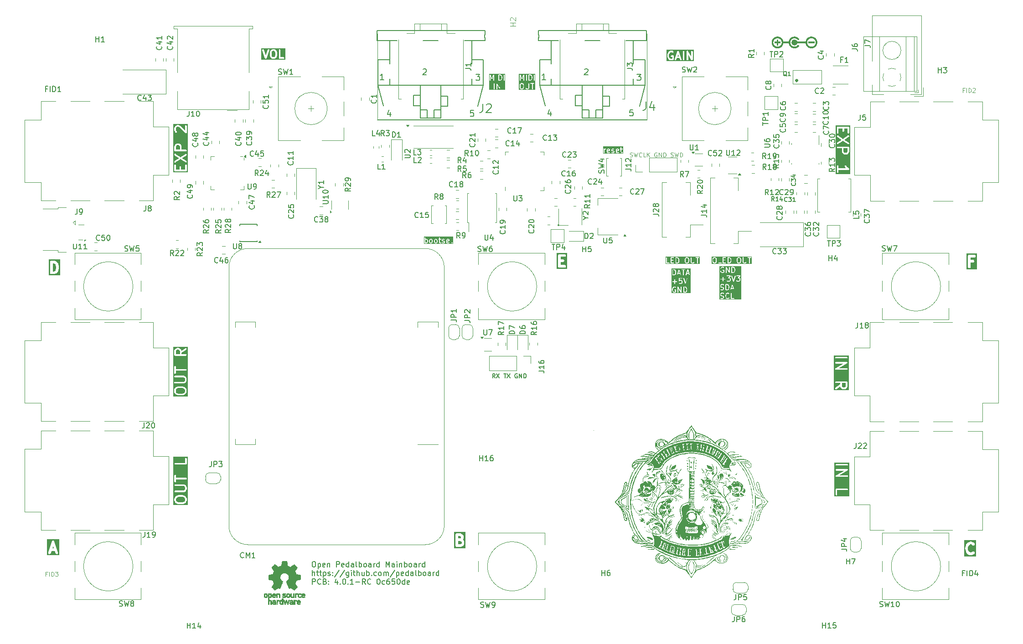
<source format=gbr>
%TF.GenerationSoftware,KiCad,Pcbnew,8.0.6+1*%
%TF.CreationDate,2024-12-16T18:12:13+00:00*%
%TF.ProjectId,pedalboard-hw,70656461-6c62-46f6-9172-642d68772e6b,4.0.1-RC*%
%TF.SameCoordinates,Original*%
%TF.FileFunction,Legend,Top*%
%TF.FilePolarity,Positive*%
%FSLAX46Y46*%
G04 Gerber Fmt 4.6, Leading zero omitted, Abs format (unit mm)*
G04 Created by KiCad (PCBNEW 8.0.6+1) date 2024-12-16 18:12:13*
%MOMM*%
%LPD*%
G01*
G04 APERTURE LIST*
%ADD10C,0.000000*%
%ADD11C,0.019755*%
%ADD12C,0.008210*%
%ADD13C,0.004304*%
%ADD14C,0.004635*%
%ADD15C,0.300000*%
%ADD16C,0.500000*%
%ADD17C,0.150000*%
%ADD18C,0.125000*%
%ADD19C,0.100000*%
%ADD20C,0.160020*%
%ADD21C,0.127000*%
%ADD22C,0.120000*%
%ADD23C,0.010000*%
%ADD24C,0.152400*%
%ADD25C,0.317500*%
G04 APERTURE END LIST*
D10*
G36*
X143329721Y-103986939D02*
G01*
X143331298Y-103988442D01*
X143332688Y-103991099D01*
X143334896Y-103999796D01*
X143336318Y-104012875D01*
X143336928Y-104030182D01*
X143336702Y-104051560D01*
X143335612Y-104076856D01*
X143333634Y-104105914D01*
X143330740Y-104138578D01*
X143322107Y-104214108D01*
X143319301Y-104235091D01*
X143316195Y-104255629D01*
X143312820Y-104275609D01*
X143309208Y-104294917D01*
X143305389Y-104313439D01*
X143301395Y-104331063D01*
X143297255Y-104347673D01*
X143293002Y-104363157D01*
X143288667Y-104377401D01*
X143284279Y-104390291D01*
X143279872Y-104401713D01*
X143275474Y-104411554D01*
X143271118Y-104419700D01*
X143268965Y-104423102D01*
X143266834Y-104426037D01*
X143264729Y-104428492D01*
X143262653Y-104430452D01*
X143260612Y-104431903D01*
X143258607Y-104432831D01*
X143253410Y-104433825D01*
X143248407Y-104433548D01*
X143243607Y-104432071D01*
X143239018Y-104429469D01*
X143234649Y-104425812D01*
X143230508Y-104421173D01*
X143226603Y-104415625D01*
X143222943Y-104409239D01*
X143219537Y-104402089D01*
X143216392Y-104394246D01*
X143210920Y-104376772D01*
X143206596Y-104357397D01*
X143203486Y-104336699D01*
X143201657Y-104315257D01*
X143201178Y-104293649D01*
X143202114Y-104272455D01*
X143204534Y-104252253D01*
X143208503Y-104233621D01*
X143211091Y-104225076D01*
X143214091Y-104217140D01*
X143217512Y-104209886D01*
X143221363Y-104203387D01*
X143225651Y-104197715D01*
X143230386Y-104192941D01*
X143234472Y-104189190D01*
X143238764Y-104184590D01*
X143243222Y-104179206D01*
X143247804Y-104173098D01*
X143252469Y-104166328D01*
X143257174Y-104158959D01*
X143261880Y-104151053D01*
X143266545Y-104142671D01*
X143271127Y-104133875D01*
X143275585Y-104124729D01*
X143279877Y-104115293D01*
X143283963Y-104105629D01*
X143287801Y-104095800D01*
X143291349Y-104085868D01*
X143294567Y-104075895D01*
X143297412Y-104065942D01*
X143304395Y-104039623D01*
X143310773Y-104018771D01*
X143316520Y-104003232D01*
X143321611Y-103992850D01*
X143323903Y-103989545D01*
X143326020Y-103987471D01*
X143327961Y-103986608D01*
X143329721Y-103986939D01*
G37*
G36*
X139005375Y-112479527D02*
G01*
X139013059Y-112480117D01*
X139020598Y-112481016D01*
X139027976Y-112482216D01*
X139035175Y-112483709D01*
X139042181Y-112485489D01*
X139048977Y-112487549D01*
X139055547Y-112489882D01*
X139061875Y-112492480D01*
X139067944Y-112495337D01*
X139073739Y-112498444D01*
X139079243Y-112501796D01*
X139084440Y-112505385D01*
X139089315Y-112509204D01*
X139093850Y-112513246D01*
X139098030Y-112517504D01*
X139101838Y-112521970D01*
X139105259Y-112526637D01*
X139108276Y-112531500D01*
X139110874Y-112536549D01*
X139113035Y-112541779D01*
X139114744Y-112547181D01*
X139115985Y-112552750D01*
X139116741Y-112558478D01*
X139116997Y-112564357D01*
X139116905Y-112565979D01*
X139116631Y-112567538D01*
X139116183Y-112569030D01*
X139115563Y-112570455D01*
X139114779Y-112571810D01*
X139113834Y-112573093D01*
X139112734Y-112574303D01*
X139111484Y-112575437D01*
X139110090Y-112576494D01*
X139108556Y-112577471D01*
X139105090Y-112579179D01*
X139101128Y-112580546D01*
X139096712Y-112581557D01*
X139091882Y-112582195D01*
X139086679Y-112582446D01*
X139081146Y-112582294D01*
X139075324Y-112581723D01*
X139069254Y-112580717D01*
X139062977Y-112579263D01*
X139056534Y-112577343D01*
X139049968Y-112574942D01*
X139042698Y-112573163D01*
X139035464Y-112571793D01*
X139028303Y-112570826D01*
X139021250Y-112570256D01*
X139014342Y-112570080D01*
X139007614Y-112570291D01*
X139001104Y-112570884D01*
X138994847Y-112571855D01*
X138991824Y-112572481D01*
X138988879Y-112573198D01*
X138986015Y-112574008D01*
X138983237Y-112574908D01*
X138980549Y-112575899D01*
X138977956Y-112576979D01*
X138975463Y-112578149D01*
X138973074Y-112579407D01*
X138970793Y-112580754D01*
X138968625Y-112582187D01*
X138966575Y-112583707D01*
X138964647Y-112585312D01*
X138962845Y-112587003D01*
X138961175Y-112588779D01*
X138959640Y-112590638D01*
X138958246Y-112592581D01*
X138955980Y-112595884D01*
X138953182Y-112599162D01*
X138949898Y-112602387D01*
X138946175Y-112605535D01*
X138942059Y-112608580D01*
X138937597Y-112611495D01*
X138932835Y-112614256D01*
X138927820Y-112616835D01*
X138922598Y-112619208D01*
X138917215Y-112621348D01*
X138911720Y-112623230D01*
X138906157Y-112624828D01*
X138900573Y-112626116D01*
X138895015Y-112627067D01*
X138889529Y-112627657D01*
X138884163Y-112627860D01*
X138876295Y-112627525D01*
X138869216Y-112626546D01*
X138862910Y-112624961D01*
X138857360Y-112622809D01*
X138852549Y-112620127D01*
X138848460Y-112616953D01*
X138845076Y-112613326D01*
X138842381Y-112609283D01*
X138840358Y-112604864D01*
X138838989Y-112600105D01*
X138838259Y-112595045D01*
X138838150Y-112589722D01*
X138838646Y-112584174D01*
X138839730Y-112578440D01*
X138841385Y-112572557D01*
X138843594Y-112566564D01*
X138846340Y-112560498D01*
X138849607Y-112554398D01*
X138853378Y-112548302D01*
X138857636Y-112542248D01*
X138862364Y-112536274D01*
X138867546Y-112530418D01*
X138873164Y-112524719D01*
X138879202Y-112519214D01*
X138885643Y-112513942D01*
X138892471Y-112508940D01*
X138899668Y-112504247D01*
X138907217Y-112499901D01*
X138915103Y-112495940D01*
X138923307Y-112492402D01*
X138931814Y-112489325D01*
X138940607Y-112486748D01*
X138948872Y-112484618D01*
X138957122Y-112482852D01*
X138965339Y-112481445D01*
X138973508Y-112480388D01*
X138981612Y-112479675D01*
X138989635Y-112479299D01*
X138997562Y-112479252D01*
X139005375Y-112479527D01*
G37*
G36*
X130646361Y-111327149D02*
G01*
X130649318Y-111328353D01*
X130651991Y-111330266D01*
X130654384Y-111332896D01*
X130656504Y-111336251D01*
X130658355Y-111340340D01*
X130659942Y-111345172D01*
X130662347Y-111357095D01*
X130663759Y-111372087D01*
X130664221Y-111390216D01*
X130663773Y-111411549D01*
X130662457Y-111436153D01*
X130660314Y-111464096D01*
X130657386Y-111495444D01*
X130655690Y-111516279D01*
X130654568Y-111536453D01*
X130654014Y-111555966D01*
X130654023Y-111574817D01*
X130654591Y-111593007D01*
X130655712Y-111610536D01*
X130657380Y-111627403D01*
X130659591Y-111643609D01*
X130662339Y-111659153D01*
X130665620Y-111674036D01*
X130669427Y-111688257D01*
X130673757Y-111701817D01*
X130678603Y-111714715D01*
X130683961Y-111726952D01*
X130689826Y-111738528D01*
X130696191Y-111749442D01*
X130701519Y-111758439D01*
X130706899Y-111768170D01*
X130717689Y-111789461D01*
X130728314Y-111812570D01*
X130738525Y-111836755D01*
X130748075Y-111861269D01*
X130756715Y-111885371D01*
X130764198Y-111908315D01*
X130770275Y-111929358D01*
X130771359Y-111934308D01*
X130772623Y-111939231D01*
X130774060Y-111944121D01*
X130775663Y-111948974D01*
X130779344Y-111958542D01*
X130783614Y-111967888D01*
X130788422Y-111976965D01*
X130793715Y-111985726D01*
X130799443Y-111994127D01*
X130805553Y-112002118D01*
X130811993Y-112009656D01*
X130818713Y-112016691D01*
X130825660Y-112023180D01*
X130832783Y-112029074D01*
X130840029Y-112034327D01*
X130847349Y-112038893D01*
X130851019Y-112040903D01*
X130854688Y-112042725D01*
X130858350Y-112044351D01*
X130861997Y-112045776D01*
X130868685Y-112048124D01*
X130875481Y-112051164D01*
X130882329Y-112054845D01*
X130889172Y-112059115D01*
X130895953Y-112063923D01*
X130902615Y-112069216D01*
X130909101Y-112074943D01*
X130915355Y-112081053D01*
X130921319Y-112087494D01*
X130926937Y-112094213D01*
X130932152Y-112101160D01*
X130936907Y-112108283D01*
X130941145Y-112115530D01*
X130944810Y-112122849D01*
X130947844Y-112130188D01*
X130949107Y-112133850D01*
X130950191Y-112137497D01*
X130953219Y-112146417D01*
X130956350Y-112154655D01*
X130959580Y-112162212D01*
X130962911Y-112169089D01*
X130966339Y-112175287D01*
X130969865Y-112180805D01*
X130973486Y-112185645D01*
X130977201Y-112189808D01*
X130981009Y-112193294D01*
X130984910Y-112196103D01*
X130988900Y-112198237D01*
X130992980Y-112199696D01*
X130997147Y-112200480D01*
X131001401Y-112200591D01*
X131005740Y-112200028D01*
X131010164Y-112198793D01*
X131014670Y-112196886D01*
X131019257Y-112194308D01*
X131023924Y-112191060D01*
X131028671Y-112187142D01*
X131033494Y-112182554D01*
X131038394Y-112177298D01*
X131043369Y-112171374D01*
X131048418Y-112164783D01*
X131053539Y-112157525D01*
X131058731Y-112149601D01*
X131069323Y-112131757D01*
X131080183Y-112111258D01*
X131091302Y-112088107D01*
X131127755Y-112015052D01*
X131163319Y-111949153D01*
X131198428Y-111890128D01*
X131233516Y-111837691D01*
X131251188Y-111813855D01*
X131269018Y-111791559D01*
X131287059Y-111770768D01*
X131305367Y-111751447D01*
X131323995Y-111733560D01*
X131342998Y-111717071D01*
X131362429Y-111701945D01*
X131382344Y-111688147D01*
X131402796Y-111675640D01*
X131423840Y-111664390D01*
X131445530Y-111654361D01*
X131467920Y-111645517D01*
X131491065Y-111637823D01*
X131515018Y-111631244D01*
X131539835Y-111625743D01*
X131565568Y-111621285D01*
X131592273Y-111617835D01*
X131620004Y-111615357D01*
X131678760Y-111613175D01*
X131742271Y-111614456D01*
X131810969Y-111618915D01*
X131835466Y-111621185D01*
X131859973Y-111624010D01*
X131908810Y-111631235D01*
X131957069Y-111640402D01*
X132004336Y-111651327D01*
X132050197Y-111663822D01*
X132094239Y-111677702D01*
X132136049Y-111692781D01*
X132175212Y-111708873D01*
X132211317Y-111725792D01*
X132228093Y-111734504D01*
X132243949Y-111743352D01*
X132258833Y-111752314D01*
X132272695Y-111761366D01*
X132285481Y-111770486D01*
X132297141Y-111779649D01*
X132307623Y-111788833D01*
X132316875Y-111798015D01*
X132324845Y-111807170D01*
X132331482Y-111816277D01*
X132336734Y-111825311D01*
X132340549Y-111834250D01*
X132342876Y-111843070D01*
X132343664Y-111851747D01*
X132343581Y-111859800D01*
X132343168Y-111866727D01*
X132342175Y-111872475D01*
X132340356Y-111876993D01*
X132339059Y-111878775D01*
X132337462Y-111880230D01*
X132335535Y-111881352D01*
X132333245Y-111882134D01*
X132330563Y-111882569D01*
X132327458Y-111882652D01*
X132319851Y-111881734D01*
X132310177Y-111879328D01*
X132298188Y-111875381D01*
X132283636Y-111869843D01*
X132266273Y-111862662D01*
X132222120Y-111843163D01*
X132163747Y-111816470D01*
X132130119Y-111802126D01*
X132097959Y-111789523D01*
X132067163Y-111778666D01*
X132037629Y-111769562D01*
X132009251Y-111762214D01*
X131981928Y-111756629D01*
X131955556Y-111752811D01*
X131930032Y-111750765D01*
X131905251Y-111750497D01*
X131881111Y-111752012D01*
X131857509Y-111755315D01*
X131834341Y-111760412D01*
X131811503Y-111767306D01*
X131788893Y-111776004D01*
X131766407Y-111786511D01*
X131743941Y-111798831D01*
X131722292Y-111810813D01*
X131695104Y-111825234D01*
X131628407Y-111859244D01*
X131552449Y-111896561D01*
X131475831Y-111932886D01*
X131443270Y-111949406D01*
X131411800Y-111967151D01*
X131381518Y-111986022D01*
X131352524Y-112005922D01*
X131324914Y-112026752D01*
X131298787Y-112048413D01*
X131274242Y-112070809D01*
X131251376Y-112093841D01*
X131230287Y-112117409D01*
X131211075Y-112141418D01*
X131193836Y-112165767D01*
X131178670Y-112190359D01*
X131165674Y-112215096D01*
X131154947Y-112239880D01*
X131150465Y-112252258D01*
X131146587Y-112264612D01*
X131143325Y-112276928D01*
X131140691Y-112289194D01*
X131138545Y-112298505D01*
X131136085Y-112307257D01*
X131133331Y-112315447D01*
X131130301Y-112323072D01*
X131127012Y-112330132D01*
X131123483Y-112336624D01*
X131119732Y-112342547D01*
X131115777Y-112347897D01*
X131111635Y-112352674D01*
X131107326Y-112356876D01*
X131102866Y-112360500D01*
X131098275Y-112363545D01*
X131093571Y-112366008D01*
X131088770Y-112367888D01*
X131083893Y-112369183D01*
X131078955Y-112369890D01*
X131073977Y-112370009D01*
X131068975Y-112369536D01*
X131063968Y-112368471D01*
X131058974Y-112366810D01*
X131054011Y-112364553D01*
X131049097Y-112361697D01*
X131044250Y-112358240D01*
X131039488Y-112354180D01*
X131034830Y-112349516D01*
X131030293Y-112344245D01*
X131025896Y-112338366D01*
X131021657Y-112331876D01*
X131017593Y-112324774D01*
X131013722Y-112317058D01*
X131010064Y-112308725D01*
X131006636Y-112299774D01*
X131002926Y-112291144D01*
X130998450Y-112282488D01*
X130993272Y-112273862D01*
X130987453Y-112265325D01*
X130981056Y-112256932D01*
X130974142Y-112248740D01*
X130966773Y-112240807D01*
X130959011Y-112233189D01*
X130950918Y-112225943D01*
X130942557Y-112219126D01*
X130933989Y-112212794D01*
X130925276Y-112207006D01*
X130916481Y-112201816D01*
X130907665Y-112197283D01*
X130898890Y-112193463D01*
X130890219Y-112190413D01*
X130874532Y-112185255D01*
X130859144Y-112177591D01*
X130843943Y-112167229D01*
X130828814Y-112153978D01*
X130813643Y-112137648D01*
X130798318Y-112118046D01*
X130782724Y-112094982D01*
X130766747Y-112068265D01*
X130750274Y-112037702D01*
X130733192Y-112003104D01*
X130715386Y-111964278D01*
X130696743Y-111921035D01*
X130656490Y-111820527D01*
X130611525Y-111700052D01*
X130597837Y-111662027D01*
X130585866Y-111627195D01*
X130575589Y-111595361D01*
X130566987Y-111566327D01*
X130560038Y-111539898D01*
X130557177Y-111527599D01*
X130554722Y-111515878D01*
X130552670Y-111504709D01*
X130551019Y-111494068D01*
X130549765Y-111483932D01*
X130548907Y-111474275D01*
X130548441Y-111465072D01*
X130548366Y-111456300D01*
X130548678Y-111447933D01*
X130549375Y-111439948D01*
X130550455Y-111432319D01*
X130551914Y-111425022D01*
X130553751Y-111418032D01*
X130555962Y-111411326D01*
X130558546Y-111404878D01*
X130561498Y-111398663D01*
X130564818Y-111392658D01*
X130568502Y-111386838D01*
X130572548Y-111381178D01*
X130576953Y-111375653D01*
X130581715Y-111370240D01*
X130586830Y-111364913D01*
X130600025Y-111352232D01*
X130611855Y-111342017D01*
X130622363Y-111334334D01*
X130627133Y-111331463D01*
X130631589Y-111329250D01*
X130635734Y-111327704D01*
X130639575Y-111326833D01*
X130643115Y-111326645D01*
X130646361Y-111327149D01*
G37*
G36*
X144702373Y-111273845D02*
G01*
X144705093Y-111274316D01*
X144707874Y-111275046D01*
X144710729Y-111276037D01*
X144713666Y-111277289D01*
X144716696Y-111278803D01*
X144719829Y-111280579D01*
X144723076Y-111282617D01*
X144726447Y-111284919D01*
X144729952Y-111287486D01*
X144737407Y-111293414D01*
X144745523Y-111300407D01*
X144754384Y-111308469D01*
X144762447Y-111316707D01*
X144766076Y-111320568D01*
X144769440Y-111324269D01*
X144772537Y-111327816D01*
X144775368Y-111331220D01*
X144777935Y-111334488D01*
X144780237Y-111337629D01*
X144782276Y-111340651D01*
X144784052Y-111343563D01*
X144785565Y-111346372D01*
X144786818Y-111349088D01*
X144787809Y-111351718D01*
X144788539Y-111354272D01*
X144789010Y-111356757D01*
X144789222Y-111359182D01*
X144789176Y-111361555D01*
X144788872Y-111363885D01*
X144788311Y-111366180D01*
X144787493Y-111368449D01*
X144786420Y-111370699D01*
X144785091Y-111372940D01*
X144783508Y-111375180D01*
X144781671Y-111377426D01*
X144779581Y-111379689D01*
X144777238Y-111381975D01*
X144774643Y-111384293D01*
X144771797Y-111386652D01*
X144768700Y-111389060D01*
X144765354Y-111391526D01*
X144757913Y-111396663D01*
X144748729Y-111402227D01*
X144739711Y-111407028D01*
X144730882Y-111411087D01*
X144722263Y-111414427D01*
X144713877Y-111417069D01*
X144705746Y-111419035D01*
X144697891Y-111420347D01*
X144690334Y-111421028D01*
X144683098Y-111421099D01*
X144676204Y-111420582D01*
X144669674Y-111419500D01*
X144663531Y-111417873D01*
X144657796Y-111415724D01*
X144652491Y-111413076D01*
X144647638Y-111409949D01*
X144643260Y-111406367D01*
X144639377Y-111402350D01*
X144636013Y-111397921D01*
X144633189Y-111393102D01*
X144630926Y-111387915D01*
X144629248Y-111382381D01*
X144628175Y-111376524D01*
X144627731Y-111370364D01*
X144627936Y-111363923D01*
X144628813Y-111357224D01*
X144630384Y-111350289D01*
X144632670Y-111343139D01*
X144635695Y-111335797D01*
X144639478Y-111328284D01*
X144644044Y-111320623D01*
X144649413Y-111312835D01*
X144655608Y-111304942D01*
X144661988Y-111297502D01*
X144667954Y-111291058D01*
X144670809Y-111288212D01*
X144673591Y-111285618D01*
X144676310Y-111283275D01*
X144678979Y-111281185D01*
X144681606Y-111279348D01*
X144684201Y-111277764D01*
X144686777Y-111276436D01*
X144689342Y-111275362D01*
X144691906Y-111274545D01*
X144694482Y-111273983D01*
X144697078Y-111273679D01*
X144699704Y-111273633D01*
X144702373Y-111273845D01*
G37*
G36*
X142231583Y-108898116D02*
G01*
X142234039Y-108898436D01*
X142236620Y-108899068D01*
X142239337Y-108900013D01*
X142242200Y-108901271D01*
X142245221Y-108902845D01*
X142248411Y-108904736D01*
X142251780Y-108906944D01*
X142255340Y-108909471D01*
X142263075Y-108915488D01*
X142271704Y-108922797D01*
X142281315Y-108931408D01*
X142291995Y-108941332D01*
X142298485Y-108947475D01*
X142304718Y-108953975D01*
X142310688Y-108960795D01*
X142316387Y-108967900D01*
X142321806Y-108975253D01*
X142326939Y-108982817D01*
X142331777Y-108990557D01*
X142336313Y-108998437D01*
X142340539Y-109006420D01*
X142344447Y-109014471D01*
X142348030Y-109022552D01*
X142351279Y-109030628D01*
X142354187Y-109038663D01*
X142356746Y-109046620D01*
X142358949Y-109054464D01*
X142360787Y-109062158D01*
X142362254Y-109069665D01*
X142363340Y-109076951D01*
X142364039Y-109083978D01*
X142364343Y-109090711D01*
X142364243Y-109097113D01*
X142363733Y-109103148D01*
X142362804Y-109108779D01*
X142361449Y-109113972D01*
X142359659Y-109118689D01*
X142357428Y-109122895D01*
X142354748Y-109126553D01*
X142351610Y-109129627D01*
X142348006Y-109132080D01*
X142343931Y-109133878D01*
X142339374Y-109134983D01*
X142334329Y-109135359D01*
X142329239Y-109134933D01*
X142323910Y-109133682D01*
X142318371Y-109131653D01*
X142312653Y-109128889D01*
X142306785Y-109125436D01*
X142300797Y-109121337D01*
X142288579Y-109111381D01*
X142276237Y-109099379D01*
X142264008Y-109085688D01*
X142252131Y-109070663D01*
X142240844Y-109054661D01*
X142230383Y-109038039D01*
X142220986Y-109021154D01*
X142212892Y-109004362D01*
X142206338Y-108988019D01*
X142201561Y-108972483D01*
X142199914Y-108965128D01*
X142198800Y-108958109D01*
X142198249Y-108951469D01*
X142198292Y-108945254D01*
X142198957Y-108939508D01*
X142200275Y-108934276D01*
X142204134Y-108925596D01*
X142207833Y-108918084D01*
X142211459Y-108911750D01*
X142213273Y-108909028D01*
X142215102Y-108906604D01*
X142216956Y-108904481D01*
X142218847Y-108902658D01*
X142220786Y-108901138D01*
X142222784Y-108899921D01*
X142224851Y-108899009D01*
X142227000Y-108898403D01*
X142229240Y-108898105D01*
X142231583Y-108898116D01*
G37*
G36*
X133694012Y-98200305D02*
G01*
X133694951Y-98200832D01*
X133695864Y-98201710D01*
X133696759Y-98202940D01*
X133697644Y-98204522D01*
X133698527Y-98206454D01*
X133700315Y-98211374D01*
X133702185Y-98217699D01*
X133704201Y-98225430D01*
X133708913Y-98245109D01*
X133710434Y-98251660D01*
X133711693Y-98258074D01*
X133712697Y-98264342D01*
X133713454Y-98270451D01*
X133713971Y-98276389D01*
X133714254Y-98282145D01*
X133714312Y-98287708D01*
X133714150Y-98293065D01*
X133713776Y-98298204D01*
X133713198Y-98303116D01*
X133712422Y-98307787D01*
X133711456Y-98312206D01*
X133710306Y-98316361D01*
X133708980Y-98320241D01*
X133707484Y-98323835D01*
X133705827Y-98327130D01*
X133704014Y-98330115D01*
X133702053Y-98332778D01*
X133699952Y-98335108D01*
X133697717Y-98337093D01*
X133695355Y-98338722D01*
X133692874Y-98339982D01*
X133690280Y-98340862D01*
X133687581Y-98341351D01*
X133684784Y-98341437D01*
X133681896Y-98341109D01*
X133678924Y-98340353D01*
X133675875Y-98339160D01*
X133672756Y-98337518D01*
X133669575Y-98335414D01*
X133666338Y-98332837D01*
X133663052Y-98329776D01*
X133661781Y-98328702D01*
X133660611Y-98327468D01*
X133659543Y-98326081D01*
X133658574Y-98324546D01*
X133656929Y-98321055D01*
X133655666Y-98317042D01*
X133654775Y-98312554D01*
X133654246Y-98307637D01*
X133654069Y-98302338D01*
X133654233Y-98296702D01*
X133654727Y-98290778D01*
X133655542Y-98284610D01*
X133656667Y-98278246D01*
X133658091Y-98271732D01*
X133659805Y-98265115D01*
X133661798Y-98258441D01*
X133664060Y-98251757D01*
X133666580Y-98245109D01*
X133675923Y-98225430D01*
X133679758Y-98217699D01*
X133683117Y-98211374D01*
X133686062Y-98206454D01*
X133687400Y-98204522D01*
X133688657Y-98202940D01*
X133689841Y-98201710D01*
X133690961Y-98200832D01*
X133692025Y-98200305D01*
X133693039Y-98200129D01*
X133694012Y-98200305D01*
G37*
G36*
X133698358Y-109122627D02*
G01*
X133699606Y-109123291D01*
X133700762Y-109124562D01*
X133701837Y-109126436D01*
X133702843Y-109128912D01*
X133703790Y-109131989D01*
X133705551Y-109139934D01*
X133707209Y-109150256D01*
X133708852Y-109162940D01*
X133712442Y-109195331D01*
X133715398Y-109215884D01*
X133718891Y-109237388D01*
X133722797Y-109259141D01*
X133726993Y-109280439D01*
X133731355Y-109300579D01*
X133735758Y-109318859D01*
X133740078Y-109334575D01*
X133742168Y-109341253D01*
X133744192Y-109347026D01*
X133749257Y-109359300D01*
X133753872Y-109371631D01*
X133758041Y-109383995D01*
X133761769Y-109396366D01*
X133765060Y-109408719D01*
X133767919Y-109421028D01*
X133770350Y-109433270D01*
X133772359Y-109445417D01*
X133773949Y-109457446D01*
X133775124Y-109469330D01*
X133775890Y-109481046D01*
X133776252Y-109492566D01*
X133776212Y-109503868D01*
X133775777Y-109514924D01*
X133774950Y-109525711D01*
X133773737Y-109536202D01*
X133772141Y-109546373D01*
X133770167Y-109556198D01*
X133767819Y-109565653D01*
X133765103Y-109574712D01*
X133762023Y-109583349D01*
X133758582Y-109591540D01*
X133754787Y-109599260D01*
X133750641Y-109606483D01*
X133746148Y-109613184D01*
X133741314Y-109619337D01*
X133736142Y-109624919D01*
X133730638Y-109629903D01*
X133724806Y-109634264D01*
X133718650Y-109637977D01*
X133712175Y-109641018D01*
X133705385Y-109643359D01*
X133684896Y-109648522D01*
X133665124Y-109652787D01*
X133646104Y-109656186D01*
X133627871Y-109658752D01*
X133610459Y-109660517D01*
X133593904Y-109661513D01*
X133578240Y-109661773D01*
X133563503Y-109661329D01*
X133549727Y-109660213D01*
X133536946Y-109658457D01*
X133525197Y-109656095D01*
X133514514Y-109653157D01*
X133504931Y-109649677D01*
X133496484Y-109645686D01*
X133489207Y-109641218D01*
X133483136Y-109636303D01*
X133478305Y-109630976D01*
X133474749Y-109625267D01*
X133472503Y-109619210D01*
X133471602Y-109612835D01*
X133472080Y-109606177D01*
X133473974Y-109599267D01*
X133477316Y-109592137D01*
X133482144Y-109584820D01*
X133488490Y-109577348D01*
X133496391Y-109569753D01*
X133505881Y-109562068D01*
X133516994Y-109554324D01*
X133529767Y-109546555D01*
X133544233Y-109538792D01*
X133560428Y-109531068D01*
X133578386Y-109523415D01*
X133588390Y-109519094D01*
X133597897Y-109514731D01*
X133606905Y-109510324D01*
X133615414Y-109505872D01*
X133623421Y-109501373D01*
X133630925Y-109496826D01*
X133637926Y-109492231D01*
X133644422Y-109487585D01*
X133650411Y-109482887D01*
X133655892Y-109478136D01*
X133660864Y-109473331D01*
X133665326Y-109468471D01*
X133669277Y-109463554D01*
X133672714Y-109458578D01*
X133675638Y-109453543D01*
X133678046Y-109448448D01*
X133679937Y-109443290D01*
X133681310Y-109438070D01*
X133682164Y-109432784D01*
X133682497Y-109427433D01*
X133682308Y-109422014D01*
X133681596Y-109416527D01*
X133680359Y-109410971D01*
X133678597Y-109405343D01*
X133676307Y-109399643D01*
X133673489Y-109393869D01*
X133670142Y-109388021D01*
X133666263Y-109382096D01*
X133661852Y-109376093D01*
X133656908Y-109370012D01*
X133651429Y-109363851D01*
X133645413Y-109357608D01*
X133640454Y-109352145D01*
X133636167Y-109346315D01*
X133632561Y-109340083D01*
X133629649Y-109333410D01*
X133627439Y-109326263D01*
X133625942Y-109318603D01*
X133625168Y-109310396D01*
X133625129Y-109301605D01*
X133625833Y-109292194D01*
X133627292Y-109282127D01*
X133629516Y-109271367D01*
X133632515Y-109259878D01*
X133636299Y-109247625D01*
X133640880Y-109234571D01*
X133646266Y-109220679D01*
X133652469Y-109205914D01*
X133668792Y-109170010D01*
X133675436Y-109155863D01*
X133681187Y-109144233D01*
X133686132Y-109135105D01*
X133690358Y-109128462D01*
X133692229Y-109126067D01*
X133693954Y-109124289D01*
X133695543Y-109123124D01*
X133697007Y-109122571D01*
X133698358Y-109122627D01*
G37*
G36*
X131621139Y-101784162D02*
G01*
X131622895Y-101784435D01*
X131627022Y-101785693D01*
X131631935Y-101787880D01*
X131637591Y-101790977D01*
X131643951Y-101794963D01*
X131650972Y-101799817D01*
X131658613Y-101805519D01*
X131666833Y-101812047D01*
X131675591Y-101819382D01*
X131684844Y-101827501D01*
X131694553Y-101836386D01*
X131703193Y-101845692D01*
X131711255Y-101855061D01*
X131718740Y-101864455D01*
X131725648Y-101873834D01*
X131731980Y-101883159D01*
X131737736Y-101892390D01*
X131742917Y-101901489D01*
X131747524Y-101910414D01*
X131751558Y-101919128D01*
X131755018Y-101927591D01*
X131757906Y-101935763D01*
X131760223Y-101943604D01*
X131761968Y-101951077D01*
X131763143Y-101958140D01*
X131763749Y-101964755D01*
X131763785Y-101970883D01*
X131763253Y-101976483D01*
X131762153Y-101981517D01*
X131760486Y-101985945D01*
X131758252Y-101989727D01*
X131755453Y-101992825D01*
X131753841Y-101994105D01*
X131752088Y-101995199D01*
X131750194Y-101996102D01*
X131748159Y-101996809D01*
X131743666Y-101997617D01*
X131738609Y-101997582D01*
X131732990Y-101996665D01*
X131726809Y-101994827D01*
X131720067Y-101992028D01*
X131712764Y-101988230D01*
X131704901Y-101983392D01*
X131696478Y-101977476D01*
X131687497Y-101970441D01*
X131680547Y-101964949D01*
X131674233Y-101960402D01*
X131668529Y-101956838D01*
X131665898Y-101955435D01*
X131663409Y-101954291D01*
X131661060Y-101953411D01*
X131658847Y-101952799D01*
X131656767Y-101952459D01*
X131654817Y-101952397D01*
X131652993Y-101952616D01*
X131651293Y-101953121D01*
X131649713Y-101953917D01*
X131648250Y-101955008D01*
X131646901Y-101956399D01*
X131645662Y-101958094D01*
X131644531Y-101960098D01*
X131643503Y-101962416D01*
X131642576Y-101965051D01*
X131641747Y-101968008D01*
X131640368Y-101974908D01*
X131639340Y-101983151D01*
X131638639Y-101992774D01*
X131638236Y-102003813D01*
X131638108Y-102016304D01*
X131638229Y-102025516D01*
X131638583Y-102034604D01*
X131639154Y-102043527D01*
X131639927Y-102052242D01*
X131640886Y-102060710D01*
X131642015Y-102068889D01*
X131643299Y-102076737D01*
X131644723Y-102084213D01*
X131646270Y-102091275D01*
X131647927Y-102097883D01*
X131649676Y-102103994D01*
X131651503Y-102109568D01*
X131653392Y-102114564D01*
X131655327Y-102118939D01*
X131657293Y-102122653D01*
X131659275Y-102125664D01*
X131663110Y-102130290D01*
X131666677Y-102136171D01*
X131669978Y-102143218D01*
X131673014Y-102151344D01*
X131678297Y-102170475D01*
X131682536Y-102192857D01*
X131685742Y-102217782D01*
X131687924Y-102244541D01*
X131689094Y-102272427D01*
X131689261Y-102300731D01*
X131688436Y-102328745D01*
X131686629Y-102355763D01*
X131683850Y-102381075D01*
X131680111Y-102403974D01*
X131675420Y-102423751D01*
X131669789Y-102439699D01*
X131666624Y-102446016D01*
X131663228Y-102451110D01*
X131659602Y-102454893D01*
X131655747Y-102457276D01*
X131647433Y-102458563D01*
X131637145Y-102457238D01*
X131625042Y-102453459D01*
X131611278Y-102447382D01*
X131596010Y-102439166D01*
X131579395Y-102428968D01*
X131542748Y-102403257D01*
X131502587Y-102371510D01*
X131460162Y-102334988D01*
X131416724Y-102294953D01*
X131373525Y-102252664D01*
X131331813Y-102209383D01*
X131292840Y-102166371D01*
X131257857Y-102124889D01*
X131228114Y-102086197D01*
X131204861Y-102051556D01*
X131196060Y-102036149D01*
X131189350Y-102022228D01*
X131184888Y-102009950D01*
X131182830Y-101999473D01*
X131183333Y-101990955D01*
X131186552Y-101984553D01*
X131195262Y-101974187D01*
X131204185Y-101964260D01*
X131213306Y-101954777D01*
X131222609Y-101945740D01*
X131232080Y-101937156D01*
X131241704Y-101929029D01*
X131251466Y-101921363D01*
X131261352Y-101914163D01*
X131271347Y-101907433D01*
X131281435Y-101901177D01*
X131291601Y-101895401D01*
X131301832Y-101890109D01*
X131312112Y-101885305D01*
X131322426Y-101880994D01*
X131332760Y-101877181D01*
X131343098Y-101873869D01*
X131353425Y-101871064D01*
X131363728Y-101868770D01*
X131373990Y-101866991D01*
X131384198Y-101865732D01*
X131394335Y-101864998D01*
X131404389Y-101864792D01*
X131414342Y-101865121D01*
X131424181Y-101865987D01*
X131433892Y-101867396D01*
X131443458Y-101869352D01*
X131452865Y-101871860D01*
X131462098Y-101874924D01*
X131471143Y-101878548D01*
X131479984Y-101882738D01*
X131488607Y-101887498D01*
X131496997Y-101892832D01*
X131505211Y-101898435D01*
X131513304Y-101903350D01*
X131521261Y-101907589D01*
X131529064Y-101911166D01*
X131536696Y-101914095D01*
X131544141Y-101916388D01*
X131551382Y-101918060D01*
X131558402Y-101919124D01*
X131565185Y-101919594D01*
X131571712Y-101919483D01*
X131577969Y-101918805D01*
X131583937Y-101917574D01*
X131589601Y-101915802D01*
X131594943Y-101913504D01*
X131599946Y-101910693D01*
X131604594Y-101907383D01*
X131608870Y-101903587D01*
X131612757Y-101899319D01*
X131616239Y-101894592D01*
X131619298Y-101889420D01*
X131621918Y-101883817D01*
X131624082Y-101877796D01*
X131625772Y-101871370D01*
X131626974Y-101864554D01*
X131627669Y-101857360D01*
X131627840Y-101849803D01*
X131627472Y-101841895D01*
X131626547Y-101833651D01*
X131625048Y-101825084D01*
X131622959Y-101816208D01*
X131620262Y-101807036D01*
X131616942Y-101797582D01*
X131615488Y-101792824D01*
X131615151Y-101790842D01*
X131615068Y-101789121D01*
X131615232Y-101787658D01*
X131615639Y-101786451D01*
X131616284Y-101785497D01*
X131617162Y-101784794D01*
X131618267Y-101784338D01*
X131619594Y-101784129D01*
X131621139Y-101784162D01*
G37*
G36*
X143260075Y-103600182D02*
G01*
X143268749Y-103600441D01*
X143277920Y-103600928D01*
X143287546Y-103601647D01*
X143297585Y-103602604D01*
X143307996Y-103603804D01*
X143322478Y-103605308D01*
X143335550Y-103607242D01*
X143347288Y-103609702D01*
X143352682Y-103611161D01*
X143357771Y-103612788D01*
X143362566Y-103614596D01*
X143367075Y-103616597D01*
X143371310Y-103618804D01*
X143375279Y-103621228D01*
X143378992Y-103623883D01*
X143382460Y-103626779D01*
X143385690Y-103629930D01*
X143388694Y-103633348D01*
X143391481Y-103637045D01*
X143394061Y-103641033D01*
X143396443Y-103645325D01*
X143398637Y-103649933D01*
X143400653Y-103654869D01*
X143402500Y-103660145D01*
X143405727Y-103671768D01*
X143408396Y-103684900D01*
X143410584Y-103699638D01*
X143412369Y-103716083D01*
X143413829Y-103734330D01*
X143417116Y-103772544D01*
X143418039Y-103787583D01*
X143418295Y-103799926D01*
X143418129Y-103805088D01*
X143417745Y-103809581D01*
X143417124Y-103813404D01*
X143416249Y-103816559D01*
X143415102Y-103819047D01*
X143413668Y-103820871D01*
X143411926Y-103822030D01*
X143409862Y-103822526D01*
X143407456Y-103822361D01*
X143404691Y-103821535D01*
X143401551Y-103820051D01*
X143398018Y-103817909D01*
X143394073Y-103815111D01*
X143389700Y-103811658D01*
X143379600Y-103802792D01*
X143367578Y-103791321D01*
X143353493Y-103777257D01*
X143318581Y-103741386D01*
X143296662Y-103717980D01*
X143276191Y-103695690D01*
X143257622Y-103674972D01*
X143241409Y-103656279D01*
X143234329Y-103647834D01*
X143228008Y-103640066D01*
X143222503Y-103633032D01*
X143217872Y-103626788D01*
X143214171Y-103621392D01*
X143211457Y-103616901D01*
X143210488Y-103615012D01*
X143209787Y-103613370D01*
X143209361Y-103611983D01*
X143209218Y-103610858D01*
X143209341Y-103609886D01*
X143209707Y-103608957D01*
X143210311Y-103608070D01*
X143211147Y-103607227D01*
X143213497Y-103605672D01*
X143216714Y-103604299D01*
X143220759Y-103603111D01*
X143225589Y-103602115D01*
X143231163Y-103601315D01*
X143237440Y-103600716D01*
X143244379Y-103600324D01*
X143251937Y-103600145D01*
X143260075Y-103600182D01*
G37*
G36*
X137602015Y-98975430D02*
G01*
X137603936Y-98975643D01*
X137605813Y-98975992D01*
X137607645Y-98976475D01*
X137609430Y-98977087D01*
X137611168Y-98977824D01*
X137612856Y-98978682D01*
X137614494Y-98979658D01*
X137616080Y-98980748D01*
X137617613Y-98981948D01*
X137619092Y-98983253D01*
X137620516Y-98984661D01*
X137623191Y-98987767D01*
X137625629Y-98991234D01*
X137627818Y-98995032D01*
X137629749Y-98999130D01*
X137631411Y-99003497D01*
X137632794Y-99008101D01*
X137633888Y-99012912D01*
X137634682Y-99017899D01*
X137635166Y-99023030D01*
X137635330Y-99028275D01*
X137635289Y-99030910D01*
X137635166Y-99033521D01*
X137634964Y-99036102D01*
X137634682Y-99038652D01*
X137634323Y-99041165D01*
X137633888Y-99043639D01*
X137633378Y-99046068D01*
X137632794Y-99048450D01*
X137632138Y-99050780D01*
X137631411Y-99053054D01*
X137630614Y-99055269D01*
X137629749Y-99057421D01*
X137628816Y-99059505D01*
X137627818Y-99061519D01*
X137626755Y-99063457D01*
X137625629Y-99065317D01*
X137624440Y-99067094D01*
X137623191Y-99068784D01*
X137621883Y-99070385D01*
X137620516Y-99071890D01*
X137619092Y-99073298D01*
X137617613Y-99074603D01*
X137616080Y-99075803D01*
X137614494Y-99076893D01*
X137612856Y-99077869D01*
X137611168Y-99078727D01*
X137609430Y-99079464D01*
X137607645Y-99080076D01*
X137605813Y-99080558D01*
X137603936Y-99080908D01*
X137602015Y-99081120D01*
X137600052Y-99081192D01*
X137598399Y-99081120D01*
X137596749Y-99080908D01*
X137595105Y-99080558D01*
X137593472Y-99080076D01*
X137591851Y-99079464D01*
X137590246Y-99078727D01*
X137588661Y-99077869D01*
X137587098Y-99076893D01*
X137584053Y-99074603D01*
X137581138Y-99071890D01*
X137578377Y-99068784D01*
X137575798Y-99065317D01*
X137573425Y-99061519D01*
X137571285Y-99057421D01*
X137569403Y-99053054D01*
X137567805Y-99048450D01*
X137566518Y-99043639D01*
X137565566Y-99038652D01*
X137564976Y-99033521D01*
X137564773Y-99028275D01*
X137564825Y-99025641D01*
X137564976Y-99023030D01*
X137565224Y-99020449D01*
X137565566Y-99017899D01*
X137565998Y-99015386D01*
X137566518Y-99012912D01*
X137567121Y-99010483D01*
X137567805Y-99008101D01*
X137568567Y-99005771D01*
X137569403Y-99003497D01*
X137570310Y-99001282D01*
X137571285Y-98999130D01*
X137572324Y-98997046D01*
X137573425Y-98995032D01*
X137574584Y-98993094D01*
X137575798Y-98991234D01*
X137577063Y-98989457D01*
X137578377Y-98987767D01*
X137579737Y-98986167D01*
X137581138Y-98984661D01*
X137582578Y-98983253D01*
X137584053Y-98981948D01*
X137585561Y-98980748D01*
X137587098Y-98979658D01*
X137588661Y-98978682D01*
X137590246Y-98977824D01*
X137591851Y-98977087D01*
X137593472Y-98976475D01*
X137595105Y-98975992D01*
X137596749Y-98975643D01*
X137598399Y-98975430D01*
X137600052Y-98975359D01*
X137602015Y-98975430D01*
G37*
G36*
X145706715Y-106647120D02*
G01*
X145708104Y-106647322D01*
X145709339Y-106647707D01*
X145710412Y-106648276D01*
X145711241Y-106649411D01*
X145711745Y-106650828D01*
X145711933Y-106652517D01*
X145711811Y-106654470D01*
X145710668Y-106659136D01*
X145708373Y-106664757D01*
X145704982Y-106671268D01*
X145700553Y-106678600D01*
X145695142Y-106686686D01*
X145688805Y-106695460D01*
X145681601Y-106704854D01*
X145673585Y-106714800D01*
X145664815Y-106725233D01*
X145655347Y-106736084D01*
X145634546Y-106758773D01*
X145611636Y-106782330D01*
X145590012Y-106802312D01*
X145571432Y-106818656D01*
X145555880Y-106831444D01*
X145543340Y-106840760D01*
X145533798Y-106846686D01*
X145530146Y-106848403D01*
X145527238Y-106849304D01*
X145525071Y-106849399D01*
X145523643Y-106848698D01*
X145522954Y-106847211D01*
X145523000Y-106844950D01*
X145523780Y-106841923D01*
X145525292Y-106838142D01*
X145530503Y-106828358D01*
X145538619Y-106815680D01*
X145549623Y-106800191D01*
X145563501Y-106781973D01*
X145580236Y-106761109D01*
X145599814Y-106737683D01*
X145622218Y-106711775D01*
X145629487Y-106703427D01*
X145636715Y-106695591D01*
X145643860Y-106688281D01*
X145650881Y-106681514D01*
X145657737Y-106675305D01*
X145664386Y-106669670D01*
X145670787Y-106664624D01*
X145676899Y-106660182D01*
X145682680Y-106656361D01*
X145688089Y-106653175D01*
X145693084Y-106650640D01*
X145695414Y-106649622D01*
X145697625Y-106648772D01*
X145699712Y-106648093D01*
X145701669Y-106647586D01*
X145703493Y-106647254D01*
X145705176Y-106647098D01*
X145706715Y-106647120D01*
G37*
G36*
X147276746Y-104482221D02*
G01*
X147286131Y-104482303D01*
X147294446Y-104482551D01*
X147301697Y-104482965D01*
X147307889Y-104483543D01*
X147310589Y-104483895D01*
X147313026Y-104484287D01*
X147315201Y-104484721D01*
X147317115Y-104485197D01*
X147318767Y-104485713D01*
X147320159Y-104486271D01*
X147321292Y-104486871D01*
X147322165Y-104487512D01*
X147322780Y-104488194D01*
X147323138Y-104488917D01*
X147323238Y-104489682D01*
X147323082Y-104490488D01*
X147322670Y-104491335D01*
X147322003Y-104492224D01*
X147321081Y-104493154D01*
X147319905Y-104494126D01*
X147318477Y-104495139D01*
X147316796Y-104496193D01*
X147314862Y-104497288D01*
X147312678Y-104498425D01*
X147307558Y-104500823D01*
X147301440Y-104503386D01*
X147296073Y-104505571D01*
X147290581Y-104508133D01*
X147285007Y-104511037D01*
X147279392Y-104514245D01*
X147273776Y-104517722D01*
X147268202Y-104521432D01*
X147262710Y-104525338D01*
X147257343Y-104529404D01*
X147252141Y-104533594D01*
X147247145Y-104537872D01*
X147242398Y-104542202D01*
X147237940Y-104546547D01*
X147233813Y-104550871D01*
X147230057Y-104555139D01*
X147226715Y-104559314D01*
X147223828Y-104563359D01*
X147220604Y-104567578D01*
X147219056Y-104569380D01*
X147217551Y-104570980D01*
X147216090Y-104572378D01*
X147214674Y-104573576D01*
X147213302Y-104574574D01*
X147211977Y-104575376D01*
X147210698Y-104575980D01*
X147209466Y-104576390D01*
X147208283Y-104576606D01*
X147207147Y-104576629D01*
X147206061Y-104576462D01*
X147205024Y-104576104D01*
X147204038Y-104575558D01*
X147203103Y-104574824D01*
X147202219Y-104573904D01*
X147201388Y-104572800D01*
X147200610Y-104571512D01*
X147199885Y-104570042D01*
X147199215Y-104568391D01*
X147198600Y-104566561D01*
X147197536Y-104562366D01*
X147196700Y-104557469D01*
X147196096Y-104551880D01*
X147195730Y-104545608D01*
X147195607Y-104538664D01*
X147195898Y-104531597D01*
X147196778Y-104524953D01*
X147197443Y-104521793D01*
X147198258Y-104518743D01*
X147199226Y-104515805D01*
X147200347Y-104512978D01*
X147201624Y-104510265D01*
X147203057Y-104507668D01*
X147204648Y-104505186D01*
X147206397Y-104502822D01*
X147208307Y-104500577D01*
X147210378Y-104498452D01*
X147212612Y-104496449D01*
X147215010Y-104494568D01*
X147217573Y-104492811D01*
X147220303Y-104491180D01*
X147223201Y-104489675D01*
X147226268Y-104488298D01*
X147229506Y-104487050D01*
X147232916Y-104485933D01*
X147236498Y-104484947D01*
X147240255Y-104484095D01*
X147248298Y-104482794D01*
X147257054Y-104482041D01*
X147266533Y-104481847D01*
X147276746Y-104482221D01*
G37*
G36*
X143572804Y-104984004D02*
G01*
X143574404Y-104984186D01*
X143577871Y-104984928D01*
X143581670Y-104986167D01*
X143585768Y-104987891D01*
X143590134Y-104990090D01*
X143594738Y-104992755D01*
X143599549Y-104995875D01*
X143604536Y-104999439D01*
X143609667Y-105003437D01*
X143614912Y-105007858D01*
X143620158Y-105012727D01*
X143625289Y-105018035D01*
X143630276Y-105023726D01*
X143635087Y-105029742D01*
X143639692Y-105036027D01*
X143644058Y-105042523D01*
X143648156Y-105049175D01*
X143651955Y-105055925D01*
X143655422Y-105062716D01*
X143658528Y-105069492D01*
X143661241Y-105076195D01*
X143663530Y-105082769D01*
X143665365Y-105089157D01*
X143666714Y-105095302D01*
X143667546Y-105101147D01*
X143667830Y-105106636D01*
X143667536Y-105111769D01*
X143666680Y-105115949D01*
X143665298Y-105119216D01*
X143663427Y-105121609D01*
X143661104Y-105123167D01*
X143658365Y-105123930D01*
X143655248Y-105123937D01*
X143651789Y-105123228D01*
X143648026Y-105121842D01*
X143643994Y-105119819D01*
X143639731Y-105117197D01*
X143635274Y-105114016D01*
X143625923Y-105106137D01*
X143616236Y-105096495D01*
X143606508Y-105085406D01*
X143597033Y-105073185D01*
X143588106Y-105060148D01*
X143580021Y-105046610D01*
X143573073Y-105032885D01*
X143567557Y-105019290D01*
X143565427Y-105012640D01*
X143563766Y-105006140D01*
X143562610Y-104999829D01*
X143561996Y-104993749D01*
X143562068Y-104992167D01*
X143562281Y-104990729D01*
X143562630Y-104989433D01*
X143563113Y-104988278D01*
X143563724Y-104987262D01*
X143564461Y-104986384D01*
X143565320Y-104985644D01*
X143566296Y-104985039D01*
X143567386Y-104984568D01*
X143568585Y-104984231D01*
X143569891Y-104984025D01*
X143571298Y-104983950D01*
X143572804Y-104984004D01*
G37*
G36*
X144227787Y-112487775D02*
G01*
X144231398Y-112488947D01*
X144234920Y-112490718D01*
X144238338Y-112493078D01*
X144241639Y-112496017D01*
X144244808Y-112499526D01*
X144247831Y-112503595D01*
X144250694Y-112508215D01*
X144253383Y-112513375D01*
X144255883Y-112519066D01*
X144258180Y-112525279D01*
X144260260Y-112532003D01*
X144262109Y-112539229D01*
X144263713Y-112546947D01*
X144265056Y-112555147D01*
X144266126Y-112563821D01*
X144266908Y-112572957D01*
X144267388Y-112582547D01*
X144267551Y-112592581D01*
X144267499Y-112597851D01*
X144267348Y-112603071D01*
X144266758Y-112613334D01*
X144265807Y-112623308D01*
X144264519Y-112632930D01*
X144262921Y-112642139D01*
X144261040Y-112650872D01*
X144258900Y-112659068D01*
X144257741Y-112662945D01*
X144256527Y-112666664D01*
X144255261Y-112670218D01*
X144253947Y-112673599D01*
X144252588Y-112676800D01*
X144251187Y-112679811D01*
X144249747Y-112682626D01*
X144248272Y-112685237D01*
X144246764Y-112687636D01*
X144245227Y-112689816D01*
X144243665Y-112691768D01*
X144242079Y-112693485D01*
X144240475Y-112694959D01*
X144238854Y-112696182D01*
X144237220Y-112697147D01*
X144235577Y-112697846D01*
X144233927Y-112698271D01*
X144232274Y-112698415D01*
X144227686Y-112698150D01*
X144223191Y-112697368D01*
X144218796Y-112696092D01*
X144214511Y-112694343D01*
X144210345Y-112692141D01*
X144206307Y-112689508D01*
X144202406Y-112686466D01*
X144198650Y-112683036D01*
X144195050Y-112679239D01*
X144191614Y-112675096D01*
X144188351Y-112670629D01*
X144185270Y-112665859D01*
X144179690Y-112655495D01*
X144174948Y-112644175D01*
X144171116Y-112632070D01*
X144168265Y-112619350D01*
X144166468Y-112606185D01*
X144165798Y-112592747D01*
X144166327Y-112579205D01*
X144167064Y-112572449D01*
X144168127Y-112565731D01*
X144169526Y-112559072D01*
X144171271Y-112552494D01*
X144173369Y-112546018D01*
X144175830Y-112539665D01*
X144179197Y-112531437D01*
X144182674Y-112523943D01*
X144186246Y-112517174D01*
X144189900Y-112511119D01*
X144193621Y-112505771D01*
X144197395Y-112501117D01*
X144201207Y-112497150D01*
X144205044Y-112493859D01*
X144208892Y-112491235D01*
X144212735Y-112489268D01*
X144216561Y-112487948D01*
X144220354Y-112487266D01*
X144224101Y-112487211D01*
X144227787Y-112487775D01*
G37*
G36*
X146040093Y-102433225D02*
G01*
X146066662Y-102435122D01*
X146093437Y-102438226D01*
X146120345Y-102442490D01*
X146147312Y-102447864D01*
X146174265Y-102454301D01*
X146201132Y-102461754D01*
X146227839Y-102470174D01*
X146254314Y-102479515D01*
X146280483Y-102489727D01*
X146306273Y-102500763D01*
X146331612Y-102512576D01*
X146356427Y-102525118D01*
X146380644Y-102538341D01*
X146404190Y-102552196D01*
X146426993Y-102566637D01*
X146448980Y-102581615D01*
X146470077Y-102597083D01*
X146490211Y-102612993D01*
X146509310Y-102629296D01*
X146527301Y-102645946D01*
X146544110Y-102662895D01*
X146559665Y-102680094D01*
X146573892Y-102697495D01*
X146586719Y-102715052D01*
X146598072Y-102732716D01*
X146607879Y-102750440D01*
X146616067Y-102768175D01*
X146622562Y-102785874D01*
X146627292Y-102803489D01*
X146630183Y-102820972D01*
X146631163Y-102838276D01*
X146630808Y-102847085D01*
X146629774Y-102855004D01*
X146628102Y-102862054D01*
X146625837Y-102868255D01*
X146623021Y-102873626D01*
X146619698Y-102878188D01*
X146615912Y-102881960D01*
X146611705Y-102884964D01*
X146607121Y-102887217D01*
X146602202Y-102888742D01*
X146596994Y-102889557D01*
X146591537Y-102889683D01*
X146585877Y-102889140D01*
X146580056Y-102887948D01*
X146574117Y-102886126D01*
X146568104Y-102883696D01*
X146562060Y-102880676D01*
X146556028Y-102877087D01*
X146550051Y-102872949D01*
X146544174Y-102868282D01*
X146538439Y-102863106D01*
X146532889Y-102857441D01*
X146527567Y-102851308D01*
X146522518Y-102844725D01*
X146517784Y-102837713D01*
X146513408Y-102830292D01*
X146509434Y-102822483D01*
X146505906Y-102814304D01*
X146502865Y-102805777D01*
X146500356Y-102796921D01*
X146498423Y-102787756D01*
X146497107Y-102778303D01*
X146494989Y-102767271D01*
X146491324Y-102756028D01*
X146486179Y-102744610D01*
X146479620Y-102733055D01*
X146471711Y-102721399D01*
X146462520Y-102709679D01*
X146440552Y-102686195D01*
X146414244Y-102662897D01*
X146384122Y-102640079D01*
X146350713Y-102618037D01*
X146314545Y-102597064D01*
X146276144Y-102577455D01*
X146236038Y-102559505D01*
X146194754Y-102543509D01*
X146152818Y-102529760D01*
X146110759Y-102518554D01*
X146069102Y-102510185D01*
X146028376Y-102504948D01*
X145989107Y-102503137D01*
X145975393Y-102502934D01*
X145962077Y-102502344D01*
X145949225Y-102501393D01*
X145936907Y-102500105D01*
X145925187Y-102498507D01*
X145914134Y-102496625D01*
X145903816Y-102494485D01*
X145894297Y-102492112D01*
X145885648Y-102489533D01*
X145881669Y-102488174D01*
X145877933Y-102486773D01*
X145874448Y-102485333D01*
X145871221Y-102483857D01*
X145868262Y-102482349D01*
X145865579Y-102480813D01*
X145863180Y-102479250D01*
X145861074Y-102477665D01*
X145859268Y-102476060D01*
X145857772Y-102474439D01*
X145856594Y-102472805D01*
X145855742Y-102471162D01*
X145855225Y-102469512D01*
X145855051Y-102467859D01*
X145855256Y-102465895D01*
X145855864Y-102463974D01*
X145856867Y-102462097D01*
X145858255Y-102460266D01*
X145862143Y-102456743D01*
X145867453Y-102453417D01*
X145874106Y-102450297D01*
X145882026Y-102447395D01*
X145891134Y-102444720D01*
X145901353Y-102442282D01*
X145912606Y-102440093D01*
X145924814Y-102438162D01*
X145937902Y-102436500D01*
X145951790Y-102435117D01*
X145966401Y-102434023D01*
X145981659Y-102433229D01*
X145997485Y-102432745D01*
X146013801Y-102432581D01*
X146040093Y-102433225D01*
G37*
G36*
X140627259Y-107920646D02*
G01*
X140633539Y-107921867D01*
X140639878Y-107923722D01*
X140646287Y-107926213D01*
X140652780Y-107929346D01*
X140659367Y-107933123D01*
X140666060Y-107937548D01*
X140672870Y-107942626D01*
X140679809Y-107948360D01*
X140686890Y-107954754D01*
X140694123Y-107961813D01*
X140701519Y-107969539D01*
X140716852Y-107987011D01*
X140732980Y-108007201D01*
X140749997Y-108030140D01*
X140767996Y-108055859D01*
X140792725Y-108094217D01*
X140802901Y-108112143D01*
X140811707Y-108129888D01*
X140819212Y-108147942D01*
X140825481Y-108166798D01*
X140830582Y-108186946D01*
X140834583Y-108208877D01*
X140837550Y-108233081D01*
X140839551Y-108260050D01*
X140840652Y-108290274D01*
X140840922Y-108324246D01*
X140839234Y-108405391D01*
X140835025Y-108507414D01*
X140831512Y-108575298D01*
X140827590Y-108638728D01*
X140823266Y-108697713D01*
X140818543Y-108752264D01*
X140813428Y-108802392D01*
X140807925Y-108848107D01*
X140802040Y-108889419D01*
X140795778Y-108926338D01*
X140789144Y-108958876D01*
X140782142Y-108987041D01*
X140778506Y-108999488D01*
X140774779Y-109010845D01*
X140770964Y-109021115D01*
X140767060Y-109030298D01*
X140763068Y-109038396D01*
X140758989Y-109045410D01*
X140754823Y-109051341D01*
X140750572Y-109056191D01*
X140746235Y-109059961D01*
X140741813Y-109062653D01*
X140737308Y-109064267D01*
X140732719Y-109064804D01*
X140730787Y-109064732D01*
X140728958Y-109064517D01*
X140727234Y-109064162D01*
X140725615Y-109063667D01*
X140724103Y-109063036D01*
X140722697Y-109062269D01*
X140721398Y-109061370D01*
X140720207Y-109060339D01*
X140719124Y-109059179D01*
X140718151Y-109057892D01*
X140717287Y-109056480D01*
X140716534Y-109054944D01*
X140715892Y-109053287D01*
X140715362Y-109051510D01*
X140714944Y-109049616D01*
X140714639Y-109047606D01*
X140714371Y-109043247D01*
X140714563Y-109038449D01*
X140715221Y-109033227D01*
X140716348Y-109027597D01*
X140717951Y-109021574D01*
X140720034Y-109015173D01*
X140722604Y-109008411D01*
X140725664Y-109001303D01*
X140728387Y-108993567D01*
X140731244Y-108982410D01*
X140737238Y-108950701D01*
X140743398Y-108907913D01*
X140749475Y-108855782D01*
X140755222Y-108796044D01*
X140760389Y-108730436D01*
X140764730Y-108660693D01*
X140767996Y-108588553D01*
X140771200Y-108480597D01*
X140772112Y-108435229D01*
X140772461Y-108394966D01*
X140772169Y-108359333D01*
X140771159Y-108327856D01*
X140770360Y-108313526D01*
X140769353Y-108300057D01*
X140768127Y-108287389D01*
X140766673Y-108275463D01*
X140764982Y-108264218D01*
X140763043Y-108253597D01*
X140760847Y-108243538D01*
X140758385Y-108233984D01*
X140755645Y-108224874D01*
X140752620Y-108216148D01*
X140749299Y-108207749D01*
X140745672Y-108199615D01*
X140741730Y-108191689D01*
X140737463Y-108183909D01*
X140732862Y-108176217D01*
X140727916Y-108168554D01*
X140716953Y-108153075D01*
X140704497Y-108136997D01*
X140696542Y-108127013D01*
X140688563Y-108117572D01*
X140680580Y-108108675D01*
X140672609Y-108100327D01*
X140664669Y-108092533D01*
X140656779Y-108085295D01*
X140648955Y-108078618D01*
X140641217Y-108072505D01*
X140633582Y-108066961D01*
X140626069Y-108061989D01*
X140618695Y-108057593D01*
X140611479Y-108053778D01*
X140604438Y-108050546D01*
X140597592Y-108047902D01*
X140590957Y-108045850D01*
X140584552Y-108044393D01*
X140578395Y-108043536D01*
X140572504Y-108043282D01*
X140566898Y-108043636D01*
X140561593Y-108044600D01*
X140556610Y-108046180D01*
X140551964Y-108048378D01*
X140547675Y-108051199D01*
X140543761Y-108054646D01*
X140540240Y-108058724D01*
X140537129Y-108063436D01*
X140534448Y-108068787D01*
X140532213Y-108074779D01*
X140530444Y-108081418D01*
X140529157Y-108088706D01*
X140528372Y-108096648D01*
X140528107Y-108105248D01*
X140527579Y-108112588D01*
X140526033Y-108121309D01*
X140523526Y-108131301D01*
X140520114Y-108142455D01*
X140515855Y-108154664D01*
X140510806Y-108167818D01*
X140498562Y-108196529D01*
X140483838Y-108227721D01*
X140467088Y-108260525D01*
X140448767Y-108294074D01*
X140429330Y-108327498D01*
X140403540Y-108364837D01*
X140375223Y-108400117D01*
X140344543Y-108433325D01*
X140311659Y-108464447D01*
X140276735Y-108493471D01*
X140239931Y-108520385D01*
X140201408Y-108545174D01*
X140161329Y-108567827D01*
X140119854Y-108588330D01*
X140077146Y-108606671D01*
X140033366Y-108622835D01*
X139988674Y-108636812D01*
X139943234Y-108648587D01*
X139897205Y-108658147D01*
X139850750Y-108665480D01*
X139804031Y-108670574D01*
X139757208Y-108673414D01*
X139710443Y-108673988D01*
X139663898Y-108672283D01*
X139617734Y-108668286D01*
X139572112Y-108661984D01*
X139527195Y-108653365D01*
X139483143Y-108642415D01*
X139440118Y-108629122D01*
X139398282Y-108613472D01*
X139357796Y-108595453D01*
X139318821Y-108575052D01*
X139281520Y-108552255D01*
X139246053Y-108527050D01*
X139212582Y-108499424D01*
X139181268Y-108469364D01*
X139152273Y-108436858D01*
X139126972Y-108405444D01*
X139105303Y-108377368D01*
X139087262Y-108352662D01*
X139072844Y-108331355D01*
X139062043Y-108313481D01*
X139057997Y-108305840D01*
X139054854Y-108299068D01*
X139052612Y-108293170D01*
X139051272Y-108288149D01*
X139050832Y-108284009D01*
X139051292Y-108280754D01*
X139052651Y-108278388D01*
X139054908Y-108276915D01*
X139058063Y-108276338D01*
X139062116Y-108276662D01*
X139067065Y-108277889D01*
X139072910Y-108280026D01*
X139079651Y-108283074D01*
X139087286Y-108287038D01*
X139105237Y-108297730D01*
X139126760Y-108312132D01*
X139151848Y-108330275D01*
X139180496Y-108352191D01*
X139217289Y-108380994D01*
X139251265Y-108406665D01*
X139282916Y-108429381D01*
X139312733Y-108449316D01*
X139341205Y-108466647D01*
X139368826Y-108481549D01*
X139396084Y-108494197D01*
X139423472Y-108504769D01*
X139451479Y-108513438D01*
X139480598Y-108520382D01*
X139511319Y-108525775D01*
X139544133Y-108529794D01*
X139579530Y-108532614D01*
X139618003Y-108534411D01*
X139660041Y-108535360D01*
X139706135Y-108535637D01*
X139767069Y-108534626D01*
X139824344Y-108531517D01*
X139878187Y-108526196D01*
X139903893Y-108522670D01*
X139928827Y-108518549D01*
X139953016Y-108513819D01*
X139976490Y-108508464D01*
X139999276Y-108502471D01*
X140021403Y-108495826D01*
X140042900Y-108488514D01*
X140063795Y-108480521D01*
X140084116Y-108471833D01*
X140103893Y-108462436D01*
X140123152Y-108452315D01*
X140141923Y-108441457D01*
X140160234Y-108429847D01*
X140178114Y-108417470D01*
X140195590Y-108404314D01*
X140212692Y-108390362D01*
X140229448Y-108375603D01*
X140245885Y-108360020D01*
X140262034Y-108343600D01*
X140277921Y-108326328D01*
X140293576Y-108308191D01*
X140309027Y-108289175D01*
X140339430Y-108248445D01*
X140369357Y-108204025D01*
X140394878Y-108164338D01*
X140420730Y-108125312D01*
X140446252Y-108087939D01*
X140470781Y-108053213D01*
X140493656Y-108022124D01*
X140514217Y-107995666D01*
X140523422Y-107984483D01*
X140531800Y-107974830D01*
X140539269Y-107966830D01*
X140545746Y-107960608D01*
X140552311Y-107953953D01*
X140558784Y-107947880D01*
X140565177Y-107942394D01*
X140571501Y-107937499D01*
X140577769Y-107933198D01*
X140583991Y-107929494D01*
X140590180Y-107926393D01*
X140596347Y-107923898D01*
X140602504Y-107922013D01*
X140608662Y-107920741D01*
X140614833Y-107920086D01*
X140621028Y-107920053D01*
X140627259Y-107920646D01*
G37*
G36*
X140412063Y-101516280D02*
G01*
X140416287Y-101517118D01*
X140420951Y-101518446D01*
X140431533Y-101522555D01*
X140443681Y-101528581D01*
X140457266Y-101536499D01*
X140472158Y-101546282D01*
X140488229Y-101557905D01*
X140505349Y-101571342D01*
X140523388Y-101586566D01*
X140542218Y-101603553D01*
X140550320Y-101611458D01*
X140558085Y-101619288D01*
X140565508Y-101627034D01*
X140572583Y-101634683D01*
X140579304Y-101642223D01*
X140585665Y-101649643D01*
X140591660Y-101656931D01*
X140597284Y-101664076D01*
X140602531Y-101671066D01*
X140607395Y-101677889D01*
X140611870Y-101684534D01*
X140615950Y-101690989D01*
X140619630Y-101697243D01*
X140622903Y-101703283D01*
X140625764Y-101709099D01*
X140628208Y-101714678D01*
X140630227Y-101720009D01*
X140631817Y-101725080D01*
X140632972Y-101729880D01*
X140633686Y-101734398D01*
X140633952Y-101738620D01*
X140633766Y-101742537D01*
X140633121Y-101746135D01*
X140632011Y-101749405D01*
X140630432Y-101752333D01*
X140629464Y-101753665D01*
X140628376Y-101754908D01*
X140627168Y-101756060D01*
X140625838Y-101757119D01*
X140622813Y-101758955D01*
X140619294Y-101760402D01*
X140615276Y-101761451D01*
X140610753Y-101762088D01*
X140605719Y-101762303D01*
X140602479Y-101761937D01*
X140598733Y-101760858D01*
X140589851Y-101756695D01*
X140579325Y-101750071D01*
X140567409Y-101741247D01*
X140554357Y-101730479D01*
X140540421Y-101718027D01*
X140525854Y-101704148D01*
X140510910Y-101689102D01*
X140495842Y-101673146D01*
X140480903Y-101656538D01*
X140466347Y-101639539D01*
X140452426Y-101622405D01*
X140439394Y-101605395D01*
X140427504Y-101588767D01*
X140417010Y-101572780D01*
X140408163Y-101557693D01*
X140401568Y-101545534D01*
X140399254Y-101540253D01*
X140397573Y-101535499D01*
X140396509Y-101531270D01*
X140396047Y-101527563D01*
X140396171Y-101524373D01*
X140396863Y-101521698D01*
X140398108Y-101519535D01*
X140399890Y-101517880D01*
X140402193Y-101516730D01*
X140405000Y-101516083D01*
X140408296Y-101515933D01*
X140412063Y-101516280D01*
G37*
G36*
X131234405Y-110107386D02*
G01*
X131298026Y-110111080D01*
X131362500Y-110117845D01*
X131427098Y-110127586D01*
X131491092Y-110140210D01*
X131553752Y-110155625D01*
X131614351Y-110173737D01*
X131672158Y-110194454D01*
X131726447Y-110217683D01*
X131776488Y-110243329D01*
X131821552Y-110271301D01*
X131830884Y-110277828D01*
X131840314Y-110284159D01*
X131849775Y-110290262D01*
X131859200Y-110296107D01*
X131868522Y-110301662D01*
X131877673Y-110306897D01*
X131886586Y-110311781D01*
X131895195Y-110316282D01*
X131903431Y-110320370D01*
X131911228Y-110324013D01*
X131918519Y-110327181D01*
X131925236Y-110329843D01*
X131931312Y-110331967D01*
X131936681Y-110333522D01*
X131941274Y-110334478D01*
X131945025Y-110334804D01*
X131948602Y-110335577D01*
X131953961Y-110337849D01*
X131960985Y-110341548D01*
X131969554Y-110346600D01*
X131990852Y-110360477D01*
X132016903Y-110378901D01*
X132046758Y-110401295D01*
X132079466Y-110427077D01*
X132114075Y-110455671D01*
X132149635Y-110486498D01*
X132188620Y-110519081D01*
X132230664Y-110552698D01*
X132274527Y-110586397D01*
X132318969Y-110619229D01*
X132362749Y-110650242D01*
X132404628Y-110678485D01*
X132443365Y-110703008D01*
X132461168Y-110713577D01*
X132477720Y-110722859D01*
X132488817Y-110729161D01*
X132499612Y-110735490D01*
X132510088Y-110741830D01*
X132520232Y-110748167D01*
X132530030Y-110754486D01*
X132539468Y-110760772D01*
X132548531Y-110767010D01*
X132557205Y-110773186D01*
X132565476Y-110779283D01*
X132573330Y-110785289D01*
X132580752Y-110791187D01*
X132587728Y-110796963D01*
X132594245Y-110802603D01*
X132600287Y-110808090D01*
X132605841Y-110813411D01*
X132610893Y-110818550D01*
X132615428Y-110823493D01*
X132619432Y-110828225D01*
X132622890Y-110832730D01*
X132625790Y-110836995D01*
X132628115Y-110841004D01*
X132629853Y-110844742D01*
X132630989Y-110848195D01*
X132631508Y-110851347D01*
X132631533Y-110852806D01*
X132631397Y-110854184D01*
X132631101Y-110855480D01*
X132630642Y-110856691D01*
X132630018Y-110857816D01*
X132629227Y-110858853D01*
X132628269Y-110859800D01*
X132627140Y-110860655D01*
X132625839Y-110861417D01*
X132624365Y-110862083D01*
X132620888Y-110863121D01*
X132616696Y-110863755D01*
X132611774Y-110863970D01*
X132597355Y-110862710D01*
X132579432Y-110859022D01*
X132558305Y-110853040D01*
X132534274Y-110844898D01*
X132507638Y-110834730D01*
X132478698Y-110822670D01*
X132415101Y-110793415D01*
X132345882Y-110758206D01*
X132273439Y-110718119D01*
X132200168Y-110674228D01*
X132163973Y-110651193D01*
X132128469Y-110627609D01*
X132077840Y-110597113D01*
X132053404Y-110582914D01*
X132029691Y-110569511D01*
X132006805Y-110556976D01*
X131984850Y-110545381D01*
X131963928Y-110534800D01*
X131944143Y-110525303D01*
X131925598Y-110516964D01*
X131908396Y-110509855D01*
X131892642Y-110504048D01*
X131878438Y-110499616D01*
X131865887Y-110496631D01*
X131860264Y-110495704D01*
X131855094Y-110495165D01*
X131850388Y-110495025D01*
X131846161Y-110495291D01*
X131842424Y-110495974D01*
X131839191Y-110497081D01*
X131833337Y-110498738D01*
X131826424Y-110499755D01*
X131818549Y-110500151D01*
X131809812Y-110499948D01*
X131800309Y-110499166D01*
X131790140Y-110497826D01*
X131779403Y-110495949D01*
X131768195Y-110493555D01*
X131756615Y-110490664D01*
X131744761Y-110487298D01*
X131732732Y-110483478D01*
X131720625Y-110479223D01*
X131708539Y-110474555D01*
X131696571Y-110469494D01*
X131684821Y-110464061D01*
X131673386Y-110458276D01*
X131662239Y-110452962D01*
X131650028Y-110448253D01*
X131636845Y-110444136D01*
X131622784Y-110440596D01*
X131607938Y-110437619D01*
X131592398Y-110435192D01*
X131559615Y-110431928D01*
X131525178Y-110430689D01*
X131489831Y-110431362D01*
X131454319Y-110433834D01*
X131419386Y-110437990D01*
X131385776Y-110443718D01*
X131354232Y-110450902D01*
X131325500Y-110459431D01*
X131312421Y-110464163D01*
X131300323Y-110469189D01*
X131289301Y-110474494D01*
X131279446Y-110480063D01*
X131270852Y-110485883D01*
X131263612Y-110491940D01*
X131257820Y-110498219D01*
X131253567Y-110504706D01*
X131250947Y-110511386D01*
X131250053Y-110518247D01*
X131249858Y-110519569D01*
X131249280Y-110520889D01*
X131247014Y-110523511D01*
X131243332Y-110526091D01*
X131238312Y-110528610D01*
X131232030Y-110531046D01*
X131224566Y-110533378D01*
X131215995Y-110535587D01*
X131206396Y-110537650D01*
X131195846Y-110539549D01*
X131184423Y-110541261D01*
X131172204Y-110542767D01*
X131159267Y-110544045D01*
X131145689Y-110545075D01*
X131131548Y-110545837D01*
X131116921Y-110546309D01*
X131101886Y-110546471D01*
X131081747Y-110546596D01*
X131063638Y-110546974D01*
X131055335Y-110547259D01*
X131047525Y-110547610D01*
X131040205Y-110548027D01*
X131033370Y-110548510D01*
X131027015Y-110549060D01*
X131021137Y-110549679D01*
X131015730Y-110550365D01*
X131010791Y-110551121D01*
X131006313Y-110551947D01*
X131002294Y-110552843D01*
X130998728Y-110553810D01*
X130995612Y-110554849D01*
X130992939Y-110555960D01*
X130990707Y-110557144D01*
X130988909Y-110558402D01*
X130988173Y-110559058D01*
X130987543Y-110559734D01*
X130987020Y-110560428D01*
X130986603Y-110561140D01*
X130986292Y-110561872D01*
X130986085Y-110562623D01*
X130985983Y-110563393D01*
X130985984Y-110564182D01*
X130986089Y-110564990D01*
X130986296Y-110565817D01*
X130986605Y-110566664D01*
X130987016Y-110567531D01*
X130988140Y-110569322D01*
X130989663Y-110571192D01*
X130991581Y-110573142D01*
X130993889Y-110575171D01*
X130996582Y-110577282D01*
X130999657Y-110579474D01*
X131003108Y-110581748D01*
X131010505Y-110586795D01*
X131016806Y-110591366D01*
X131021991Y-110595483D01*
X131026039Y-110599166D01*
X131027630Y-110600851D01*
X131028929Y-110602436D01*
X131029934Y-110603922D01*
X131030641Y-110605312D01*
X131031049Y-110606610D01*
X131031155Y-110607817D01*
X131030955Y-110608936D01*
X131030448Y-110609970D01*
X131029631Y-110610921D01*
X131028502Y-110611793D01*
X131027057Y-110612586D01*
X131025294Y-110613305D01*
X131023211Y-110613952D01*
X131020805Y-110614528D01*
X131015014Y-110615482D01*
X131007900Y-110616189D01*
X130999442Y-110616668D01*
X130989620Y-110616940D01*
X130978413Y-110617026D01*
X130969722Y-110617280D01*
X130961509Y-110618028D01*
X130953778Y-110619244D01*
X130946532Y-110620905D01*
X130939775Y-110622987D01*
X130933509Y-110625467D01*
X130927738Y-110628320D01*
X130922465Y-110631523D01*
X130917693Y-110635051D01*
X130913426Y-110638881D01*
X130909666Y-110642988D01*
X130906418Y-110647350D01*
X130903683Y-110651941D01*
X130901466Y-110656738D01*
X130899770Y-110661718D01*
X130898597Y-110666856D01*
X130897952Y-110672128D01*
X130897837Y-110677510D01*
X130898255Y-110682979D01*
X130899211Y-110688511D01*
X130900706Y-110694082D01*
X130902744Y-110699667D01*
X130905329Y-110705244D01*
X130908464Y-110710787D01*
X130912152Y-110716274D01*
X130916396Y-110721680D01*
X130921199Y-110726981D01*
X130926565Y-110732153D01*
X130932497Y-110737174D01*
X130938997Y-110742017D01*
X130946071Y-110746661D01*
X130953719Y-110751080D01*
X130961244Y-110754677D01*
X130969270Y-110757523D01*
X130977803Y-110759616D01*
X130986847Y-110760948D01*
X130996408Y-110761516D01*
X131006491Y-110761313D01*
X131017101Y-110760336D01*
X131028243Y-110758578D01*
X131039923Y-110756034D01*
X131052146Y-110752700D01*
X131064916Y-110748571D01*
X131078239Y-110743640D01*
X131092120Y-110737903D01*
X131106564Y-110731355D01*
X131121577Y-110723990D01*
X131137163Y-110715804D01*
X131164976Y-110702157D01*
X131190328Y-110690310D01*
X131213407Y-110680239D01*
X131224152Y-110675864D01*
X131234398Y-110671926D01*
X131244169Y-110668422D01*
X131253487Y-110665349D01*
X131262377Y-110662706D01*
X131270861Y-110660488D01*
X131278962Y-110658695D01*
X131286705Y-110657322D01*
X131294111Y-110656369D01*
X131301205Y-110655831D01*
X131308010Y-110655706D01*
X131314548Y-110655993D01*
X131320843Y-110656687D01*
X131326919Y-110657788D01*
X131332799Y-110659291D01*
X131338505Y-110661195D01*
X131344062Y-110663497D01*
X131349492Y-110666194D01*
X131354818Y-110669284D01*
X131360065Y-110672764D01*
X131365254Y-110676632D01*
X131370410Y-110680885D01*
X131375556Y-110685520D01*
X131380715Y-110690535D01*
X131385909Y-110695927D01*
X131391164Y-110701694D01*
X131396523Y-110709351D01*
X131400638Y-110716486D01*
X131403419Y-110723157D01*
X131404282Y-110726335D01*
X131404779Y-110729419D01*
X131404898Y-110732414D01*
X131404630Y-110735329D01*
X131403962Y-110738171D01*
X131402884Y-110740946D01*
X131401385Y-110743661D01*
X131399454Y-110746324D01*
X131397079Y-110748942D01*
X131394251Y-110751522D01*
X131390957Y-110754071D01*
X131387187Y-110756596D01*
X131378176Y-110761602D01*
X131367128Y-110766598D01*
X131353957Y-110771641D01*
X131338573Y-110776787D01*
X131320890Y-110782094D01*
X131300820Y-110787617D01*
X131278274Y-110793414D01*
X131244251Y-110802282D01*
X131206506Y-110812761D01*
X131166282Y-110824482D01*
X131124816Y-110837070D01*
X131083351Y-110850154D01*
X131043126Y-110863363D01*
X131005382Y-110876323D01*
X130971358Y-110888663D01*
X130945147Y-110897962D01*
X130921907Y-110906006D01*
X130901386Y-110912778D01*
X130892065Y-110915683D01*
X130883329Y-110918264D01*
X130875146Y-110920519D01*
X130867484Y-110922447D01*
X130860312Y-110924045D01*
X130853598Y-110925312D01*
X130847310Y-110926246D01*
X130841417Y-110926845D01*
X130835887Y-110927106D01*
X130830688Y-110927028D01*
X130825789Y-110926610D01*
X130821158Y-110925848D01*
X130816764Y-110924741D01*
X130812574Y-110923287D01*
X130808557Y-110921485D01*
X130804682Y-110919332D01*
X130800917Y-110916826D01*
X130797229Y-110913965D01*
X130793589Y-110910748D01*
X130789963Y-110907173D01*
X130786320Y-110903237D01*
X130782629Y-110898938D01*
X130778858Y-110894276D01*
X130774975Y-110889247D01*
X130766747Y-110878082D01*
X130763853Y-110874155D01*
X130761125Y-110870312D01*
X130758562Y-110866554D01*
X130756164Y-110862882D01*
X130753931Y-110859298D01*
X130751864Y-110855804D01*
X130749963Y-110852400D01*
X130748226Y-110849088D01*
X130746655Y-110845868D01*
X130745250Y-110842743D01*
X130744010Y-110839714D01*
X130742935Y-110836782D01*
X130742025Y-110833947D01*
X130741281Y-110831213D01*
X130740702Y-110828579D01*
X130740289Y-110826047D01*
X130740041Y-110823618D01*
X130739958Y-110821294D01*
X130740041Y-110819076D01*
X130740289Y-110816965D01*
X130740702Y-110814963D01*
X130741281Y-110813071D01*
X130742025Y-110811289D01*
X130742934Y-110809620D01*
X130744009Y-110808065D01*
X130745250Y-110806624D01*
X130746655Y-110805300D01*
X130748226Y-110804094D01*
X130749962Y-110803006D01*
X130751864Y-110802038D01*
X130753931Y-110801192D01*
X130756164Y-110800469D01*
X130761549Y-110798190D01*
X130766464Y-110795347D01*
X130770915Y-110791972D01*
X130774905Y-110788101D01*
X130778440Y-110783767D01*
X130781526Y-110779005D01*
X130784168Y-110773849D01*
X130786370Y-110768333D01*
X130788138Y-110762492D01*
X130789477Y-110756359D01*
X130790393Y-110749969D01*
X130790890Y-110743357D01*
X130790973Y-110736555D01*
X130790649Y-110729600D01*
X130789921Y-110722524D01*
X130788795Y-110715362D01*
X130787277Y-110708148D01*
X130785371Y-110700918D01*
X130783082Y-110693703D01*
X130780417Y-110686540D01*
X130777379Y-110679463D01*
X130773974Y-110672504D01*
X130770208Y-110665700D01*
X130766085Y-110659083D01*
X130761611Y-110652689D01*
X130756790Y-110646551D01*
X130751629Y-110640704D01*
X130746131Y-110635181D01*
X130740303Y-110630018D01*
X130734149Y-110625248D01*
X130727675Y-110620906D01*
X130720885Y-110617026D01*
X130706463Y-110608251D01*
X130693608Y-110598503D01*
X130682294Y-110587844D01*
X130672496Y-110576332D01*
X130664188Y-110564031D01*
X130657347Y-110550999D01*
X130651946Y-110537298D01*
X130647960Y-110522989D01*
X130645364Y-110508131D01*
X130644133Y-110492787D01*
X130644242Y-110477016D01*
X130645666Y-110460880D01*
X130645925Y-110459306D01*
X130793164Y-110459306D01*
X130793702Y-110465361D01*
X130794818Y-110471128D01*
X130796513Y-110476590D01*
X130798787Y-110481726D01*
X130801639Y-110486517D01*
X130805070Y-110490944D01*
X130809080Y-110494987D01*
X130813669Y-110498627D01*
X130818837Y-110501844D01*
X130824583Y-110504620D01*
X130830909Y-110506934D01*
X130837813Y-110508768D01*
X130845295Y-110510102D01*
X130853357Y-110510917D01*
X130861997Y-110511192D01*
X130865614Y-110511121D01*
X130869184Y-110510908D01*
X130872705Y-110510559D01*
X130876170Y-110510076D01*
X130879576Y-110509464D01*
X130882918Y-110508727D01*
X130886192Y-110507869D01*
X130889392Y-110506893D01*
X130892515Y-110505803D01*
X130895556Y-110504604D01*
X130898511Y-110503298D01*
X130901374Y-110501891D01*
X130904142Y-110500385D01*
X130906810Y-110498785D01*
X130909373Y-110497094D01*
X130911827Y-110495317D01*
X130914167Y-110493458D01*
X130916389Y-110491519D01*
X130918488Y-110489506D01*
X130920460Y-110487421D01*
X130922300Y-110485270D01*
X130924004Y-110483055D01*
X130925567Y-110480780D01*
X130926985Y-110478450D01*
X130928253Y-110476069D01*
X130929366Y-110473639D01*
X130930321Y-110471166D01*
X130931112Y-110468653D01*
X130931735Y-110466103D01*
X130932186Y-110463521D01*
X130932460Y-110460911D01*
X130932552Y-110458276D01*
X130932624Y-110455300D01*
X130932836Y-110452328D01*
X130933186Y-110449364D01*
X130933668Y-110446411D01*
X130934280Y-110443474D01*
X130935017Y-110440556D01*
X130935876Y-110437661D01*
X130936852Y-110434794D01*
X130937942Y-110431957D01*
X130939141Y-110429155D01*
X130940447Y-110426393D01*
X130941854Y-110423672D01*
X130943360Y-110420999D01*
X130944960Y-110418375D01*
X130948427Y-110413296D01*
X130952226Y-110408464D01*
X130956324Y-110403911D01*
X130960690Y-110399669D01*
X130965295Y-110395767D01*
X130967676Y-110393954D01*
X130970106Y-110392238D01*
X130972579Y-110390623D01*
X130975092Y-110389112D01*
X130977642Y-110387710D01*
X130980224Y-110386420D01*
X130982834Y-110385247D01*
X130985469Y-110384194D01*
X130990714Y-110381385D01*
X130995846Y-110378267D01*
X131000833Y-110374860D01*
X131005644Y-110371184D01*
X131010248Y-110367260D01*
X131014615Y-110363108D01*
X131018713Y-110358750D01*
X131022511Y-110354206D01*
X131025978Y-110349497D01*
X131029084Y-110344643D01*
X131031797Y-110339665D01*
X131034086Y-110334583D01*
X131035062Y-110332010D01*
X131035921Y-110329419D01*
X131036658Y-110326813D01*
X131037269Y-110324193D01*
X131037752Y-110321564D01*
X131038101Y-110318926D01*
X131038314Y-110316284D01*
X131038386Y-110313638D01*
X131038170Y-110307571D01*
X131037658Y-110303053D01*
X131250053Y-110303053D01*
X131250258Y-110304696D01*
X131250866Y-110306317D01*
X131251869Y-110307912D01*
X131253256Y-110309482D01*
X131257145Y-110312533D01*
X131262455Y-110315455D01*
X131269108Y-110318233D01*
X131277028Y-110320850D01*
X131286135Y-110323292D01*
X131296354Y-110325543D01*
X131307607Y-110327587D01*
X131319816Y-110329408D01*
X131332903Y-110330992D01*
X131346791Y-110332323D01*
X131361402Y-110333385D01*
X131376660Y-110334163D01*
X131392486Y-110334641D01*
X131408803Y-110334804D01*
X131425119Y-110334601D01*
X131440945Y-110334012D01*
X131456203Y-110333060D01*
X131470814Y-110331772D01*
X131484702Y-110330174D01*
X131497789Y-110328293D01*
X131509998Y-110326152D01*
X131521250Y-110323779D01*
X131531469Y-110321200D01*
X131540577Y-110318439D01*
X131548497Y-110315524D01*
X131551986Y-110314016D01*
X131555150Y-110312479D01*
X131557977Y-110310917D01*
X131560460Y-110309331D01*
X131562586Y-110307727D01*
X131564348Y-110306106D01*
X131565735Y-110304472D01*
X131566738Y-110302829D01*
X131567347Y-110301179D01*
X131567552Y-110299526D01*
X131567491Y-110297562D01*
X131567309Y-110295641D01*
X131567011Y-110293765D01*
X131566601Y-110291933D01*
X131566083Y-110290148D01*
X131565459Y-110288410D01*
X131564735Y-110286722D01*
X131563914Y-110285084D01*
X131563000Y-110283498D01*
X131561997Y-110281965D01*
X131560909Y-110280486D01*
X131559739Y-110279062D01*
X131558491Y-110277695D01*
X131557170Y-110276387D01*
X131555780Y-110275138D01*
X131554323Y-110273949D01*
X131552804Y-110272823D01*
X131551228Y-110271760D01*
X131547915Y-110269829D01*
X131544417Y-110268166D01*
X131540763Y-110266783D01*
X131536986Y-110265689D01*
X131533115Y-110264895D01*
X131529182Y-110264411D01*
X131525219Y-110264247D01*
X131514718Y-110263923D01*
X131502068Y-110262979D01*
X131487764Y-110261457D01*
X131472303Y-110259397D01*
X131456180Y-110256841D01*
X131439891Y-110253830D01*
X131423934Y-110250406D01*
X131408803Y-110246610D01*
X131401208Y-110245089D01*
X131393648Y-110243833D01*
X131386136Y-110242835D01*
X131378686Y-110242090D01*
X131371310Y-110241593D01*
X131364022Y-110241338D01*
X131356837Y-110241322D01*
X131349767Y-110241538D01*
X131342827Y-110241982D01*
X131336029Y-110242647D01*
X131329388Y-110243530D01*
X131322916Y-110244625D01*
X131316628Y-110245926D01*
X131310537Y-110247429D01*
X131304657Y-110249128D01*
X131299000Y-110251019D01*
X131293582Y-110253095D01*
X131288414Y-110255352D01*
X131283512Y-110257786D01*
X131278888Y-110260389D01*
X131274556Y-110263158D01*
X131270529Y-110266087D01*
X131266822Y-110269172D01*
X131263447Y-110272406D01*
X131260418Y-110275784D01*
X131257750Y-110279303D01*
X131255454Y-110282955D01*
X131253546Y-110286737D01*
X131252038Y-110290643D01*
X131250944Y-110294668D01*
X131250278Y-110298806D01*
X131250053Y-110303053D01*
X131037658Y-110303053D01*
X131037531Y-110301938D01*
X131036479Y-110296737D01*
X131035023Y-110291968D01*
X131033175Y-110287631D01*
X131030944Y-110283725D01*
X131028342Y-110280249D01*
X131025377Y-110277202D01*
X131022061Y-110274584D01*
X131018404Y-110272395D01*
X131014417Y-110270633D01*
X131010108Y-110269298D01*
X131005490Y-110268390D01*
X131000572Y-110267907D01*
X130995365Y-110267850D01*
X130989879Y-110268216D01*
X130984124Y-110269007D01*
X130978111Y-110270220D01*
X130971849Y-110271856D01*
X130965350Y-110273914D01*
X130951680Y-110279293D01*
X130937183Y-110286351D01*
X130921942Y-110295083D01*
X130906039Y-110305485D01*
X130889558Y-110317551D01*
X130872581Y-110331276D01*
X130863279Y-110339241D01*
X130854556Y-110347249D01*
X130846412Y-110355280D01*
X130838846Y-110363315D01*
X130831860Y-110371335D01*
X130825452Y-110379320D01*
X130819623Y-110387250D01*
X130814372Y-110395107D01*
X130809701Y-110402870D01*
X130805608Y-110410522D01*
X130802094Y-110418041D01*
X130799159Y-110425410D01*
X130796802Y-110432608D01*
X130795025Y-110439615D01*
X130793826Y-110446414D01*
X130793206Y-110452984D01*
X130793164Y-110459306D01*
X130645925Y-110459306D01*
X130648378Y-110444439D01*
X130652355Y-110427754D01*
X130657571Y-110410885D01*
X130664001Y-110393894D01*
X130671619Y-110376840D01*
X130680400Y-110359786D01*
X130690320Y-110342790D01*
X130701352Y-110325915D01*
X130713473Y-110309221D01*
X130726656Y-110292768D01*
X130740876Y-110276618D01*
X130756109Y-110260830D01*
X130772328Y-110245467D01*
X130789510Y-110230588D01*
X130807628Y-110216254D01*
X130826657Y-110202526D01*
X130846573Y-110189465D01*
X130867350Y-110177131D01*
X130888963Y-110165585D01*
X130911386Y-110154888D01*
X130954590Y-110138211D01*
X131003019Y-110125163D01*
X131055943Y-110115649D01*
X131112634Y-110109577D01*
X131172365Y-110106853D01*
X131234405Y-110107386D01*
G37*
G36*
X142515459Y-108238655D02*
G01*
X142525035Y-108239435D01*
X142534766Y-108240972D01*
X142544682Y-108243277D01*
X142554816Y-108246359D01*
X142565198Y-108250226D01*
X142575859Y-108254887D01*
X142586830Y-108260352D01*
X142598142Y-108266630D01*
X142621913Y-108281659D01*
X142647420Y-108300047D01*
X142674912Y-108321867D01*
X142704636Y-108347190D01*
X142736841Y-108376089D01*
X142771774Y-108408637D01*
X142793283Y-108429823D01*
X142812881Y-108449806D01*
X142830638Y-108468703D01*
X142846629Y-108486634D01*
X142860924Y-108503717D01*
X142873597Y-108520072D01*
X142884719Y-108535817D01*
X142894364Y-108551071D01*
X142902603Y-108565952D01*
X142909508Y-108580581D01*
X142915153Y-108595075D01*
X142919609Y-108609554D01*
X142922949Y-108624136D01*
X142925246Y-108638941D01*
X142926570Y-108654086D01*
X142926996Y-108669692D01*
X142927047Y-108675602D01*
X142927198Y-108681424D01*
X142927446Y-108687150D01*
X142927788Y-108692774D01*
X142928740Y-108703690D01*
X142930027Y-108714120D01*
X142931625Y-108724013D01*
X142933507Y-108733316D01*
X142934547Y-108737731D01*
X142935647Y-108741979D01*
X142936806Y-108746054D01*
X142938020Y-108749949D01*
X142939286Y-108753658D01*
X142940600Y-108757175D01*
X142941959Y-108760493D01*
X142943360Y-108763605D01*
X142944800Y-108766506D01*
X142946276Y-108769188D01*
X142947783Y-108771645D01*
X142949320Y-108773872D01*
X142950883Y-108775860D01*
X142952468Y-108777604D01*
X142954073Y-108779098D01*
X142955694Y-108780335D01*
X142957328Y-108781308D01*
X142958971Y-108782011D01*
X142960621Y-108782437D01*
X142962274Y-108782581D01*
X142967049Y-108782917D01*
X142971456Y-108783908D01*
X142975497Y-108785525D01*
X142979176Y-108787741D01*
X142982495Y-108790529D01*
X142985459Y-108793859D01*
X142988069Y-108797705D01*
X142990331Y-108802039D01*
X142992246Y-108806832D01*
X142993818Y-108812058D01*
X142995050Y-108817688D01*
X142995946Y-108823695D01*
X142996741Y-108836727D01*
X142996229Y-108850932D01*
X142994435Y-108866088D01*
X142991386Y-108881972D01*
X142987106Y-108898363D01*
X142981622Y-108915038D01*
X142974961Y-108931776D01*
X142967146Y-108948353D01*
X142958206Y-108964548D01*
X142948164Y-108980138D01*
X142940461Y-108990104D01*
X142933171Y-108998851D01*
X142926212Y-109006399D01*
X142922830Y-109009730D01*
X142919500Y-109012769D01*
X142916212Y-109015518D01*
X142912955Y-109017981D01*
X142909718Y-109020160D01*
X142906491Y-109022056D01*
X142903265Y-109023674D01*
X142900028Y-109025016D01*
X142896771Y-109026083D01*
X142893482Y-109026880D01*
X142890153Y-109027407D01*
X142886771Y-109027669D01*
X142883328Y-109027666D01*
X142879812Y-109027403D01*
X142876213Y-109026882D01*
X142872522Y-109026105D01*
X142868727Y-109025074D01*
X142864819Y-109023793D01*
X142860786Y-109022264D01*
X142856619Y-109020489D01*
X142847841Y-109016214D01*
X142838402Y-109010988D01*
X142828218Y-109004831D01*
X142821448Y-109001029D01*
X142814403Y-108997569D01*
X142807142Y-108994459D01*
X142799721Y-108991712D01*
X142792196Y-108989336D01*
X142784624Y-108987343D01*
X142777063Y-108985743D01*
X142769569Y-108984546D01*
X142762199Y-108983762D01*
X142755010Y-108983402D01*
X142748059Y-108983476D01*
X142741402Y-108983995D01*
X142735097Y-108984968D01*
X142729200Y-108986406D01*
X142726422Y-108987303D01*
X142723768Y-108988320D01*
X142721244Y-108989459D01*
X142718858Y-108990720D01*
X142714810Y-108993827D01*
X142711894Y-108997180D01*
X142710066Y-109000757D01*
X142709281Y-109004535D01*
X142709493Y-109008491D01*
X142710657Y-109012602D01*
X142712728Y-109016847D01*
X142715661Y-109021202D01*
X142719410Y-109025645D01*
X142723930Y-109030153D01*
X142735105Y-109039275D01*
X142748821Y-109048387D01*
X142764718Y-109057307D01*
X142782435Y-109065855D01*
X142801608Y-109073850D01*
X142821877Y-109081111D01*
X142842880Y-109087458D01*
X142864255Y-109092709D01*
X142885641Y-109096684D01*
X142906675Y-109099202D01*
X142926996Y-109100081D01*
X142935016Y-109100245D01*
X142942538Y-109100729D01*
X142949562Y-109101523D01*
X142956086Y-109102617D01*
X142962109Y-109104000D01*
X142967629Y-109105662D01*
X142972645Y-109107593D01*
X142977156Y-109109782D01*
X142981161Y-109112220D01*
X142984658Y-109114895D01*
X142987646Y-109117798D01*
X142990124Y-109120917D01*
X142992090Y-109124243D01*
X142993543Y-109127766D01*
X142994483Y-109131475D01*
X142994906Y-109135359D01*
X142994813Y-109139409D01*
X142994202Y-109143614D01*
X142993071Y-109147963D01*
X142991420Y-109152447D01*
X142989247Y-109157055D01*
X142986550Y-109161776D01*
X142983330Y-109166601D01*
X142979583Y-109171519D01*
X142975309Y-109176519D01*
X142970507Y-109181592D01*
X142965175Y-109186727D01*
X142959312Y-109191914D01*
X142952917Y-109197142D01*
X142945988Y-109202401D01*
X142938525Y-109207680D01*
X142930525Y-109212970D01*
X142918741Y-109220472D01*
X142908517Y-109227177D01*
X142899844Y-109233201D01*
X142896086Y-109235993D01*
X142892711Y-109238656D01*
X142889719Y-109241206D01*
X142887108Y-109243657D01*
X142884876Y-109246022D01*
X142883023Y-109248317D01*
X142881548Y-109250554D01*
X142880448Y-109252749D01*
X142879723Y-109254915D01*
X142879372Y-109257067D01*
X142879392Y-109259219D01*
X142879783Y-109261386D01*
X142880544Y-109263580D01*
X142881673Y-109265818D01*
X142883169Y-109268112D01*
X142885030Y-109270477D01*
X142887256Y-109272928D01*
X142889845Y-109275478D01*
X142892795Y-109278142D01*
X142896106Y-109280933D01*
X142903805Y-109286957D01*
X142912929Y-109293663D01*
X142923469Y-109301164D01*
X142931698Y-109306662D01*
X142939193Y-109312568D01*
X142945964Y-109318877D01*
X142952022Y-109325583D01*
X142957377Y-109332683D01*
X142962040Y-109340170D01*
X142966021Y-109348039D01*
X142969330Y-109356286D01*
X142971977Y-109364905D01*
X142973974Y-109373890D01*
X142975329Y-109383238D01*
X142976054Y-109392942D01*
X142976159Y-109402997D01*
X142975654Y-109413399D01*
X142974550Y-109424142D01*
X142972856Y-109435220D01*
X142970504Y-109447838D01*
X142968757Y-109459267D01*
X142968118Y-109464552D01*
X142967640Y-109469559D01*
X142967326Y-109474295D01*
X142967179Y-109478766D01*
X142967203Y-109482979D01*
X142967401Y-109486940D01*
X142967775Y-109490655D01*
X142968330Y-109494131D01*
X142969068Y-109497375D01*
X142969993Y-109500393D01*
X142971108Y-109503191D01*
X142972416Y-109505776D01*
X142973921Y-109508154D01*
X142975624Y-109510332D01*
X142977531Y-109512316D01*
X142979644Y-109514113D01*
X142981966Y-109515729D01*
X142984501Y-109517170D01*
X142987251Y-109518444D01*
X142990220Y-109519556D01*
X142993412Y-109520513D01*
X142996829Y-109521322D01*
X143000475Y-109521988D01*
X143004352Y-109522519D01*
X143008465Y-109522921D01*
X143012816Y-109523199D01*
X143022246Y-109523415D01*
X143029509Y-109523599D01*
X143036739Y-109524145D01*
X143043923Y-109525043D01*
X143051047Y-109526281D01*
X143058099Y-109527850D01*
X143065065Y-109529740D01*
X143071934Y-109531940D01*
X143078691Y-109534439D01*
X143085324Y-109537228D01*
X143091820Y-109540296D01*
X143098166Y-109543632D01*
X143104350Y-109547227D01*
X143110358Y-109551070D01*
X143116177Y-109555151D01*
X143121795Y-109559459D01*
X143127198Y-109563984D01*
X143132374Y-109568716D01*
X143137309Y-109573644D01*
X143141992Y-109578758D01*
X143146408Y-109584048D01*
X143150545Y-109589503D01*
X143154390Y-109595113D01*
X143157930Y-109600868D01*
X143161153Y-109606758D01*
X143164045Y-109612771D01*
X143166593Y-109618898D01*
X143168784Y-109625129D01*
X143170606Y-109631452D01*
X143172046Y-109637858D01*
X143173090Y-109644337D01*
X143173726Y-109650877D01*
X143173941Y-109657469D01*
X143173651Y-109663133D01*
X143173287Y-109665748D01*
X143172776Y-109668218D01*
X143172119Y-109670543D01*
X143171313Y-109672724D01*
X143170359Y-109674760D01*
X143169256Y-109676651D01*
X143168002Y-109678398D01*
X143166598Y-109680000D01*
X143165044Y-109681458D01*
X143163337Y-109682770D01*
X143161478Y-109683938D01*
X143159465Y-109684962D01*
X143157299Y-109685840D01*
X143154979Y-109686574D01*
X143152503Y-109687163D01*
X143149872Y-109687608D01*
X143147085Y-109687908D01*
X143144140Y-109688063D01*
X143137778Y-109687939D01*
X143130780Y-109687236D01*
X143123141Y-109685955D01*
X143114857Y-109684095D01*
X143105921Y-109681656D01*
X143096329Y-109678638D01*
X143082814Y-109674124D01*
X143069403Y-109669196D01*
X143042978Y-109658173D01*
X143017225Y-109645724D01*
X142992315Y-109632004D01*
X142968417Y-109617167D01*
X142945703Y-109601369D01*
X142924342Y-109584766D01*
X142904506Y-109567511D01*
X142886365Y-109549760D01*
X142870090Y-109531668D01*
X142862705Y-109522542D01*
X142855850Y-109513390D01*
X142849547Y-109504229D01*
X142843817Y-109495081D01*
X142838682Y-109485963D01*
X142834162Y-109476896D01*
X142830278Y-109467898D01*
X142827053Y-109458990D01*
X142824508Y-109450190D01*
X142822664Y-109441518D01*
X142821541Y-109432993D01*
X142821162Y-109424635D01*
X142820919Y-109415922D01*
X142820212Y-109407018D01*
X142819070Y-109397979D01*
X142817524Y-109388862D01*
X142815607Y-109379725D01*
X142813349Y-109370624D01*
X142810781Y-109361616D01*
X142807934Y-109352758D01*
X142804838Y-109344107D01*
X142801526Y-109335719D01*
X142798027Y-109327651D01*
X142794373Y-109319961D01*
X142790596Y-109312705D01*
X142786725Y-109305939D01*
X142782792Y-109299722D01*
X142778828Y-109294109D01*
X142768329Y-109283133D01*
X142755679Y-109269139D01*
X142741375Y-109252747D01*
X142725914Y-109234577D01*
X142693502Y-109195386D01*
X142662413Y-109156526D01*
X142627576Y-109113255D01*
X142584802Y-109061717D01*
X142539381Y-109008194D01*
X142496606Y-108958971D01*
X142486195Y-108948154D01*
X142476156Y-108936929D01*
X142466531Y-108925383D01*
X142457360Y-108913605D01*
X142448685Y-108901683D01*
X142440548Y-108889703D01*
X142432989Y-108877755D01*
X142426051Y-108865925D01*
X142419774Y-108854302D01*
X142414200Y-108842974D01*
X142409370Y-108832028D01*
X142405325Y-108821553D01*
X142402107Y-108811635D01*
X142399758Y-108802364D01*
X142398318Y-108793826D01*
X142397829Y-108786110D01*
X142397757Y-108782783D01*
X142397543Y-108779422D01*
X142397192Y-108776034D01*
X142396705Y-108772626D01*
X142396087Y-108769205D01*
X142395340Y-108765778D01*
X142394468Y-108762352D01*
X142393474Y-108758935D01*
X142392361Y-108755533D01*
X142391132Y-108752154D01*
X142389791Y-108748804D01*
X142388341Y-108745492D01*
X142386785Y-108742223D01*
X142385126Y-108739005D01*
X142383367Y-108735846D01*
X142381513Y-108732752D01*
X142379565Y-108729730D01*
X142377528Y-108726787D01*
X142375404Y-108723931D01*
X142373197Y-108721169D01*
X142370909Y-108718508D01*
X142368545Y-108715954D01*
X142366107Y-108713515D01*
X142363599Y-108711199D01*
X142361023Y-108709011D01*
X142358384Y-108706960D01*
X142355684Y-108705053D01*
X142352927Y-108703296D01*
X142350115Y-108701696D01*
X142347252Y-108700261D01*
X142345909Y-108699678D01*
X142522349Y-108699678D01*
X142522770Y-108704185D01*
X142523662Y-108709104D01*
X142525026Y-108714437D01*
X142526862Y-108720184D01*
X142529170Y-108726344D01*
X142531953Y-108732917D01*
X142535209Y-108739904D01*
X142538940Y-108747304D01*
X142546648Y-108761033D01*
X142553968Y-108773135D01*
X142561009Y-108783635D01*
X142564459Y-108788292D01*
X142567879Y-108792558D01*
X142571284Y-108796437D01*
X142574688Y-108799932D01*
X142578103Y-108803045D01*
X142581543Y-108805781D01*
X142585021Y-108808142D01*
X142588552Y-108810131D01*
X142592149Y-108811752D01*
X142595826Y-108813009D01*
X142599595Y-108813903D01*
X142603471Y-108814439D01*
X142607468Y-108814620D01*
X142611597Y-108814449D01*
X142615875Y-108813929D01*
X142620313Y-108813063D01*
X142624925Y-108811855D01*
X142629726Y-108810308D01*
X142634728Y-108808425D01*
X142639945Y-108806209D01*
X142651078Y-108800793D01*
X142658510Y-108796692D01*
X142750607Y-108796692D01*
X142750700Y-108799958D01*
X142750974Y-108803140D01*
X142751427Y-108806236D01*
X142752054Y-108809246D01*
X142752852Y-108812168D01*
X142753816Y-108815001D01*
X142754944Y-108817744D01*
X142756230Y-108820395D01*
X142757671Y-108822952D01*
X142759263Y-108825416D01*
X142761003Y-108827784D01*
X142762886Y-108830055D01*
X142764908Y-108832228D01*
X142767066Y-108834301D01*
X142769356Y-108836274D01*
X142771774Y-108838144D01*
X142774316Y-108839911D01*
X142776978Y-108841574D01*
X142782647Y-108844580D01*
X142788750Y-108847151D01*
X142795256Y-108849279D01*
X142802135Y-108850951D01*
X142809354Y-108852159D01*
X142816883Y-108852891D01*
X142824692Y-108853137D01*
X142828608Y-108853086D01*
X142832419Y-108852932D01*
X142836121Y-108852678D01*
X142839712Y-108852324D01*
X142843189Y-108851872D01*
X142846550Y-108851323D01*
X142849792Y-108850679D01*
X142852913Y-108849940D01*
X142855909Y-108849108D01*
X142858779Y-108848185D01*
X142861520Y-108847171D01*
X142864129Y-108846068D01*
X142866604Y-108844877D01*
X142868942Y-108843599D01*
X142871140Y-108842237D01*
X142873197Y-108840790D01*
X142875108Y-108839260D01*
X142876873Y-108837650D01*
X142878487Y-108835959D01*
X142879949Y-108834189D01*
X142881256Y-108832342D01*
X142882405Y-108830418D01*
X142883394Y-108828420D01*
X142884221Y-108826348D01*
X142884882Y-108824203D01*
X142885375Y-108821988D01*
X142885697Y-108819703D01*
X142885847Y-108817349D01*
X142885821Y-108814928D01*
X142885616Y-108812442D01*
X142885231Y-108809890D01*
X142884662Y-108807276D01*
X142882105Y-108801478D01*
X142879087Y-108795995D01*
X142875645Y-108790829D01*
X142871812Y-108785985D01*
X142867626Y-108781467D01*
X142863122Y-108777278D01*
X142858334Y-108773422D01*
X142853299Y-108769903D01*
X142848052Y-108766726D01*
X142842629Y-108763893D01*
X142837065Y-108761410D01*
X142831395Y-108759279D01*
X142825656Y-108757504D01*
X142819883Y-108756090D01*
X142814110Y-108755041D01*
X142808375Y-108754359D01*
X142802712Y-108754050D01*
X142797157Y-108754116D01*
X142791745Y-108754563D01*
X142786512Y-108755393D01*
X142781494Y-108756610D01*
X142776726Y-108758219D01*
X142772243Y-108760224D01*
X142768081Y-108762627D01*
X142764276Y-108765434D01*
X142760863Y-108768647D01*
X142757877Y-108772272D01*
X142755355Y-108776311D01*
X142753331Y-108780769D01*
X142751841Y-108785649D01*
X142750922Y-108790955D01*
X142750607Y-108796692D01*
X142658510Y-108796692D01*
X142663235Y-108794084D01*
X142676524Y-108786110D01*
X142683301Y-108781597D01*
X142689064Y-108777290D01*
X142691560Y-108775201D01*
X142693794Y-108773149D01*
X142695765Y-108771127D01*
X142697470Y-108769132D01*
X142698906Y-108767157D01*
X142700071Y-108765197D01*
X142700962Y-108763248D01*
X142701577Y-108761304D01*
X142701912Y-108759360D01*
X142701966Y-108757411D01*
X142701736Y-108755452D01*
X142701219Y-108753477D01*
X142700412Y-108751481D01*
X142699313Y-108749460D01*
X142697920Y-108747408D01*
X142696230Y-108745319D01*
X142694240Y-108743189D01*
X142691948Y-108741013D01*
X142689351Y-108738785D01*
X142686446Y-108736500D01*
X142679704Y-108731739D01*
X142671701Y-108726688D01*
X142662416Y-108721307D01*
X142651829Y-108715553D01*
X142630912Y-108705136D01*
X142621137Y-108700547D01*
X142611818Y-108696371D01*
X142602957Y-108692609D01*
X142594554Y-108689261D01*
X142586610Y-108686325D01*
X142579125Y-108683804D01*
X142572099Y-108681695D01*
X142565534Y-108680000D01*
X142559431Y-108678719D01*
X142553789Y-108677850D01*
X142548610Y-108677396D01*
X142543894Y-108677354D01*
X142539642Y-108677726D01*
X142535854Y-108678512D01*
X142532531Y-108679711D01*
X142529674Y-108681323D01*
X142527283Y-108683349D01*
X142525360Y-108685788D01*
X142523904Y-108688640D01*
X142522916Y-108691906D01*
X142522398Y-108695586D01*
X142522349Y-108699678D01*
X142345909Y-108699678D01*
X142344341Y-108698998D01*
X142341386Y-108697914D01*
X142333188Y-108693857D01*
X142325782Y-108688357D01*
X142319153Y-108681502D01*
X142313288Y-108673379D01*
X142308172Y-108664075D01*
X142303791Y-108653677D01*
X142300131Y-108642273D01*
X142297178Y-108629950D01*
X142294917Y-108616795D01*
X142293335Y-108602895D01*
X142292148Y-108573209D01*
X142293504Y-108541591D01*
X142297288Y-108508737D01*
X142299765Y-108495178D01*
X142470425Y-108495178D01*
X142470436Y-108499585D01*
X142470753Y-108503624D01*
X142471366Y-108507288D01*
X142472264Y-108510571D01*
X142473440Y-108513466D01*
X142474882Y-108515967D01*
X142476581Y-108518068D01*
X142478528Y-108519762D01*
X142480712Y-108521043D01*
X142483124Y-108521903D01*
X142485755Y-108522338D01*
X142488594Y-108522339D01*
X142491633Y-108521901D01*
X142494860Y-108521018D01*
X142498267Y-108519682D01*
X142501844Y-108517888D01*
X142505582Y-108515629D01*
X142506281Y-108515138D01*
X142661479Y-108515138D01*
X142661653Y-108517311D01*
X142662052Y-108519675D01*
X142662675Y-108522235D01*
X142663519Y-108525000D01*
X142664585Y-108527976D01*
X142667374Y-108534590D01*
X142671031Y-108542134D01*
X142675546Y-108550665D01*
X142680908Y-108560240D01*
X142687108Y-108570915D01*
X142689443Y-108574491D01*
X142691816Y-108577940D01*
X142694222Y-108581259D01*
X142696658Y-108584447D01*
X142699119Y-108587501D01*
X142701603Y-108590418D01*
X142704105Y-108593195D01*
X142706621Y-108595830D01*
X142709147Y-108598320D01*
X142711680Y-108600663D01*
X142714215Y-108602856D01*
X142716749Y-108604897D01*
X142719278Y-108606783D01*
X142721798Y-108608511D01*
X142724305Y-108610079D01*
X142726795Y-108611484D01*
X142729264Y-108612724D01*
X142731709Y-108613796D01*
X142734126Y-108614697D01*
X142736510Y-108615425D01*
X142738858Y-108615978D01*
X142741166Y-108616352D01*
X142743430Y-108616545D01*
X142745646Y-108616555D01*
X142747810Y-108616379D01*
X142749919Y-108616014D01*
X142751969Y-108615458D01*
X142753955Y-108614709D01*
X142755874Y-108613762D01*
X142757722Y-108612617D01*
X142759495Y-108611271D01*
X142761189Y-108609720D01*
X142762802Y-108608026D01*
X142764331Y-108606253D01*
X142765778Y-108604407D01*
X142767142Y-108602492D01*
X142769623Y-108598472D01*
X142771773Y-108594231D01*
X142773592Y-108589803D01*
X142775080Y-108585225D01*
X142776238Y-108580534D01*
X142777065Y-108575765D01*
X142777561Y-108570955D01*
X142777727Y-108566139D01*
X142777562Y-108561355D01*
X142777066Y-108556638D01*
X142776239Y-108552024D01*
X142775081Y-108547550D01*
X142773593Y-108543251D01*
X142771774Y-108539165D01*
X142768887Y-108535241D01*
X142765545Y-108531420D01*
X142761790Y-108527724D01*
X142757663Y-108524172D01*
X142753205Y-108520785D01*
X142748458Y-108517584D01*
X142743462Y-108514591D01*
X142738260Y-108511824D01*
X142732893Y-108509306D01*
X142727401Y-108507056D01*
X142721827Y-108505096D01*
X142716211Y-108503446D01*
X142710596Y-108502126D01*
X142705022Y-108501158D01*
X142699531Y-108500562D01*
X142694163Y-108500359D01*
X142686720Y-108500492D01*
X142680259Y-108500931D01*
X142674769Y-108501731D01*
X142672385Y-108502284D01*
X142670240Y-108502949D01*
X142668333Y-108503734D01*
X142666663Y-108504644D01*
X142665227Y-108505687D01*
X142664025Y-108506870D01*
X142663056Y-108508201D01*
X142662318Y-108509686D01*
X142661810Y-108511332D01*
X142661531Y-108513147D01*
X142661479Y-108515138D01*
X142506281Y-108515138D01*
X142509469Y-108512898D01*
X142513498Y-108509689D01*
X142517658Y-108505996D01*
X142521939Y-108501812D01*
X142526332Y-108497130D01*
X142530827Y-108491945D01*
X142535414Y-108486249D01*
X142540414Y-108479797D01*
X142544826Y-108473660D01*
X142546807Y-108470705D01*
X142548637Y-108467823D01*
X142550315Y-108465012D01*
X142551839Y-108462271D01*
X142553209Y-108459596D01*
X142554421Y-108456987D01*
X142555476Y-108454441D01*
X142556373Y-108451956D01*
X142557109Y-108449531D01*
X142557683Y-108447163D01*
X142558095Y-108444851D01*
X142558343Y-108442592D01*
X142558425Y-108440385D01*
X142558341Y-108438228D01*
X142558089Y-108436118D01*
X142557668Y-108434055D01*
X142557076Y-108432035D01*
X142556312Y-108430058D01*
X142555375Y-108428120D01*
X142554264Y-108426221D01*
X142552977Y-108424357D01*
X142551513Y-108422528D01*
X142549871Y-108420732D01*
X142548049Y-108418965D01*
X142546046Y-108417227D01*
X142543861Y-108415516D01*
X142541493Y-108413829D01*
X142538940Y-108412164D01*
X142537257Y-108411244D01*
X142535516Y-108410468D01*
X142533724Y-108409833D01*
X142531885Y-108409339D01*
X142530005Y-108408985D01*
X142528088Y-108408769D01*
X142526141Y-108408690D01*
X142524168Y-108408747D01*
X142522174Y-108408938D01*
X142520165Y-108409262D01*
X142518145Y-108409718D01*
X142516120Y-108410304D01*
X142514095Y-108411020D01*
X142512076Y-108411863D01*
X142510066Y-108412833D01*
X142508073Y-108413928D01*
X142506099Y-108415148D01*
X142504152Y-108416490D01*
X142502236Y-108417953D01*
X142500356Y-108419537D01*
X142498517Y-108421240D01*
X142496725Y-108423060D01*
X142494984Y-108424996D01*
X142493300Y-108427047D01*
X142491679Y-108429213D01*
X142490124Y-108431490D01*
X142488642Y-108433879D01*
X142487237Y-108436377D01*
X142485915Y-108438984D01*
X142484681Y-108441698D01*
X142483540Y-108444518D01*
X142482497Y-108447443D01*
X142479715Y-108454563D01*
X142477316Y-108461366D01*
X142475290Y-108467846D01*
X142473629Y-108473997D01*
X142472321Y-108479813D01*
X142471358Y-108485285D01*
X142470729Y-108490409D01*
X142470425Y-108495178D01*
X142299765Y-108495178D01*
X142303388Y-108475346D01*
X142311689Y-108442116D01*
X142322077Y-108409743D01*
X142334440Y-108378926D01*
X142348663Y-108350362D01*
X142356437Y-108337142D01*
X142364633Y-108324748D01*
X142373238Y-108313266D01*
X142382236Y-108302783D01*
X142391614Y-108293387D01*
X142401358Y-108285164D01*
X142421408Y-108270583D01*
X142440715Y-108258637D01*
X142450166Y-108253675D01*
X142459525Y-108249399D01*
X142468822Y-108245818D01*
X142478087Y-108242941D01*
X142487353Y-108240777D01*
X142496649Y-108239336D01*
X142506008Y-108238626D01*
X142515459Y-108238655D01*
G37*
G36*
X129955512Y-112279096D02*
G01*
X129956139Y-112279400D01*
X129956802Y-112279961D01*
X129957501Y-112280779D01*
X129958239Y-112281853D01*
X129959018Y-112283181D01*
X129960705Y-112286602D01*
X129962578Y-112291035D01*
X129964653Y-112296475D01*
X129966945Y-112302919D01*
X129969469Y-112310359D01*
X129971685Y-112316295D01*
X129975622Y-112323450D01*
X129981182Y-112331722D01*
X129988266Y-112341006D01*
X129996776Y-112351200D01*
X130006614Y-112362200D01*
X130017683Y-112373903D01*
X130029883Y-112386205D01*
X130057285Y-112412195D01*
X130088036Y-112439342D01*
X130104421Y-112453092D01*
X130121350Y-112466820D01*
X130138722Y-112480425D01*
X130156441Y-112493802D01*
X130183662Y-112515074D01*
X130208676Y-112534000D01*
X130231840Y-112550714D01*
X130253510Y-112565350D01*
X130274044Y-112578044D01*
X130293797Y-112588929D01*
X130313127Y-112598139D01*
X130332389Y-112605810D01*
X130351941Y-112612075D01*
X130372139Y-112617069D01*
X130393339Y-112620926D01*
X130415898Y-112623780D01*
X130440173Y-112625767D01*
X130466520Y-112627019D01*
X130495296Y-112627672D01*
X130526858Y-112627860D01*
X130552870Y-112627986D01*
X130576701Y-112628376D01*
X130598404Y-112629045D01*
X130608473Y-112629490D01*
X130618029Y-112630009D01*
X130627079Y-112630606D01*
X130635628Y-112631283D01*
X130643684Y-112632041D01*
X130651253Y-112632882D01*
X130658342Y-112633809D01*
X130664956Y-112634822D01*
X130671103Y-112635925D01*
X130676789Y-112637119D01*
X130682019Y-112638406D01*
X130686802Y-112639788D01*
X130691142Y-112641267D01*
X130695048Y-112642845D01*
X130698524Y-112644523D01*
X130701578Y-112646304D01*
X130704216Y-112648190D01*
X130706444Y-112650182D01*
X130708269Y-112652283D01*
X130709698Y-112654494D01*
X130710265Y-112655642D01*
X130710736Y-112656818D01*
X130711111Y-112658023D01*
X130711391Y-112659256D01*
X130711669Y-112661811D01*
X130711575Y-112664483D01*
X130711118Y-112667276D01*
X130710303Y-112670191D01*
X130707947Y-112675276D01*
X130704229Y-112679952D01*
X130699214Y-112684220D01*
X130692967Y-112688085D01*
X130677033Y-112694616D01*
X130656945Y-112699571D01*
X130633218Y-112702976D01*
X130606371Y-112704856D01*
X130576919Y-112705238D01*
X130545379Y-112704147D01*
X130512268Y-112701609D01*
X130478103Y-112697649D01*
X130443400Y-112692295D01*
X130408677Y-112685571D01*
X130374450Y-112677503D01*
X130341236Y-112668118D01*
X130309551Y-112657441D01*
X130279913Y-112645497D01*
X130266847Y-112639790D01*
X130253477Y-112633286D01*
X130226018Y-112618082D01*
X130197918Y-112600284D01*
X130169560Y-112580289D01*
X130141326Y-112558496D01*
X130113598Y-112535303D01*
X130086759Y-112511107D01*
X130061191Y-112486307D01*
X130037277Y-112461299D01*
X130015399Y-112436483D01*
X129995939Y-112412256D01*
X129979281Y-112389016D01*
X129965805Y-112367162D01*
X129960381Y-112356878D01*
X129955895Y-112347089D01*
X129952397Y-112337846D01*
X129949934Y-112329198D01*
X129948553Y-112321195D01*
X129948302Y-112313886D01*
X129948966Y-112305823D01*
X129949646Y-112298831D01*
X129950357Y-112292903D01*
X129951114Y-112288034D01*
X129951933Y-112284220D01*
X129952370Y-112282706D01*
X129952829Y-112281454D01*
X129953311Y-112280463D01*
X129953819Y-112279733D01*
X129954353Y-112279262D01*
X129954917Y-112279050D01*
X129955512Y-112279096D01*
G37*
G36*
X138371672Y-112454069D02*
G01*
X138375273Y-112454506D01*
X138379119Y-112455244D01*
X138383226Y-112456283D01*
X138387610Y-112457618D01*
X138397275Y-112461170D01*
X138408241Y-112465880D01*
X138420640Y-112471727D01*
X138434598Y-112478689D01*
X138450247Y-112486748D01*
X138457636Y-112491067D01*
X138464590Y-112495422D01*
X138471108Y-112499806D01*
X138477187Y-112504214D01*
X138482827Y-112508641D01*
X138488027Y-112513079D01*
X138492785Y-112517524D01*
X138497100Y-112521970D01*
X138500970Y-112526411D01*
X138504395Y-112530840D01*
X138507372Y-112535253D01*
X138509901Y-112539643D01*
X138511981Y-112544005D01*
X138513610Y-112548333D01*
X138514787Y-112552620D01*
X138515510Y-112556862D01*
X138515779Y-112561052D01*
X138515591Y-112565184D01*
X138514946Y-112569254D01*
X138513843Y-112573254D01*
X138512279Y-112577179D01*
X138510255Y-112581023D01*
X138507767Y-112584781D01*
X138504817Y-112588446D01*
X138501400Y-112592014D01*
X138497518Y-112595477D01*
X138493168Y-112598830D01*
X138488349Y-112602068D01*
X138483059Y-112605185D01*
X138477299Y-112608174D01*
X138471065Y-112611030D01*
X138464357Y-112613747D01*
X138457695Y-112616096D01*
X138450953Y-112617867D01*
X138444156Y-112619077D01*
X138437327Y-112619749D01*
X138430490Y-112619901D01*
X138423670Y-112619553D01*
X138416889Y-112618727D01*
X138410173Y-112617441D01*
X138403544Y-112615716D01*
X138397027Y-112613571D01*
X138390646Y-112611028D01*
X138384424Y-112608105D01*
X138378386Y-112604823D01*
X138372555Y-112601202D01*
X138366955Y-112597262D01*
X138361611Y-112593022D01*
X138356545Y-112588504D01*
X138351783Y-112583727D01*
X138347347Y-112578710D01*
X138343262Y-112573475D01*
X138339552Y-112568040D01*
X138336241Y-112562427D01*
X138333351Y-112556655D01*
X138330908Y-112550744D01*
X138328936Y-112544714D01*
X138327457Y-112538585D01*
X138326497Y-112532378D01*
X138326079Y-112526112D01*
X138326226Y-112519807D01*
X138326963Y-112513483D01*
X138328314Y-112507160D01*
X138330302Y-112500859D01*
X138334169Y-112490313D01*
X138337916Y-112481152D01*
X138341674Y-112473356D01*
X138343597Y-112469963D01*
X138345571Y-112466903D01*
X138347612Y-112464174D01*
X138349737Y-112461773D01*
X138351961Y-112459698D01*
X138354301Y-112457945D01*
X138356772Y-112456513D01*
X138359392Y-112455399D01*
X138362175Y-112454600D01*
X138365139Y-112454114D01*
X138368299Y-112453938D01*
X138371672Y-112454069D01*
G37*
G36*
X127415677Y-107168482D02*
G01*
X127417894Y-107170441D01*
X127423160Y-107178583D01*
X127429511Y-107192290D01*
X127445344Y-107236091D01*
X127465147Y-107301224D01*
X127488670Y-107387069D01*
X127515666Y-107493006D01*
X127545886Y-107618414D01*
X127571192Y-107711282D01*
X127605624Y-107811850D01*
X127648469Y-107918970D01*
X127699014Y-108031495D01*
X127756545Y-108148279D01*
X127820350Y-108268173D01*
X127889715Y-108390031D01*
X127963928Y-108512706D01*
X128042274Y-108635050D01*
X128124042Y-108755916D01*
X128208517Y-108874157D01*
X128294988Y-108988625D01*
X128382739Y-109098174D01*
X128471059Y-109201656D01*
X128559235Y-109297924D01*
X128646553Y-109385831D01*
X128688539Y-109426168D01*
X128725962Y-109462629D01*
X128758972Y-109495390D01*
X128773869Y-109510438D01*
X128787719Y-109524627D01*
X128800540Y-109537979D01*
X128812352Y-109550515D01*
X128823173Y-109562259D01*
X128833022Y-109573231D01*
X128841917Y-109583454D01*
X128849878Y-109592949D01*
X128856923Y-109601739D01*
X128863070Y-109609845D01*
X128868339Y-109617291D01*
X128872748Y-109624096D01*
X128876316Y-109630284D01*
X128879062Y-109635877D01*
X128880133Y-109638457D01*
X128881005Y-109640896D01*
X128881680Y-109643197D01*
X128882162Y-109645363D01*
X128882452Y-109647397D01*
X128882553Y-109649301D01*
X128882468Y-109651078D01*
X128882197Y-109652730D01*
X128881745Y-109654262D01*
X128881113Y-109655674D01*
X128880303Y-109656971D01*
X128879318Y-109658155D01*
X128878160Y-109659228D01*
X128876832Y-109660193D01*
X128875336Y-109661054D01*
X128873674Y-109661812D01*
X128871849Y-109662470D01*
X128869862Y-109663032D01*
X128865415Y-109663877D01*
X128860352Y-109664368D01*
X128854692Y-109664526D01*
X128842256Y-109662749D01*
X128827511Y-109657501D01*
X128791529Y-109637097D01*
X128747621Y-109604321D01*
X128696658Y-109560181D01*
X128639515Y-109505686D01*
X128577065Y-109441842D01*
X128439737Y-109290141D01*
X128291660Y-109113139D01*
X128139821Y-108918897D01*
X127991206Y-108715478D01*
X127920291Y-108612846D01*
X127852803Y-108510942D01*
X127801186Y-108428068D01*
X127752240Y-108343710D01*
X127706075Y-108258205D01*
X127662799Y-108171889D01*
X127622519Y-108085098D01*
X127585346Y-107998167D01*
X127551387Y-107911432D01*
X127520751Y-107825230D01*
X127493545Y-107739896D01*
X127469880Y-107655765D01*
X127449863Y-107573175D01*
X127433603Y-107492461D01*
X127421209Y-107413959D01*
X127412788Y-107338004D01*
X127408450Y-107264932D01*
X127408303Y-107195081D01*
X127408918Y-107180185D01*
X127410742Y-107171165D01*
X127412098Y-107168834D01*
X127413744Y-107167943D01*
X127415677Y-107168482D01*
G37*
G36*
X148917603Y-100917400D02*
G01*
X148924310Y-100918392D01*
X148931487Y-100920046D01*
X148939067Y-100922361D01*
X148946983Y-100925337D01*
X148955168Y-100928975D01*
X148963554Y-100933275D01*
X148972076Y-100938236D01*
X148980664Y-100943858D01*
X148994191Y-100954591D01*
X149010829Y-100972012D01*
X149030381Y-100995777D01*
X149052651Y-101025548D01*
X149104562Y-101101740D01*
X149164989Y-101197858D01*
X149232361Y-101311175D01*
X149305107Y-101438960D01*
X149381657Y-101578487D01*
X149460440Y-101727026D01*
X149588480Y-101982266D01*
X149700935Y-102223780D01*
X149751718Y-102340476D01*
X149799086Y-102455042D01*
X149843197Y-102567914D01*
X149884214Y-102679525D01*
X149922295Y-102790309D01*
X149957601Y-102900700D01*
X149990293Y-103011133D01*
X150020530Y-103122041D01*
X150048472Y-103233858D01*
X150074281Y-103347020D01*
X150120135Y-103579109D01*
X150170958Y-103845621D01*
X150192937Y-103952729D01*
X150214503Y-104049626D01*
X150237062Y-104141727D01*
X150262018Y-104234448D01*
X150290778Y-104333206D01*
X150324747Y-104443414D01*
X150342084Y-104499630D01*
X150359762Y-104553313D01*
X150377875Y-104604660D01*
X150396514Y-104653868D01*
X150415774Y-104701133D01*
X150435747Y-104746652D01*
X150456526Y-104790620D01*
X150478204Y-104833234D01*
X150500875Y-104874691D01*
X150524630Y-104915186D01*
X150549564Y-104954916D01*
X150575770Y-104994079D01*
X150603339Y-105032869D01*
X150632366Y-105071483D01*
X150662943Y-105110118D01*
X150695163Y-105148970D01*
X150722944Y-105183201D01*
X150752709Y-105219085D01*
X150814225Y-105291845D01*
X150871772Y-105359314D01*
X150917413Y-105413553D01*
X150925505Y-105423069D01*
X150933240Y-105432424D01*
X150940613Y-105441603D01*
X150947619Y-105450588D01*
X150954254Y-105459364D01*
X150960511Y-105467914D01*
X150966385Y-105476223D01*
X150971872Y-105484274D01*
X150976967Y-105492051D01*
X150981663Y-105499539D01*
X150985957Y-105506720D01*
X150989842Y-105513578D01*
X150993314Y-105520098D01*
X150996367Y-105526264D01*
X150998996Y-105532059D01*
X151001197Y-105537467D01*
X151002963Y-105542472D01*
X151004291Y-105547057D01*
X151005174Y-105551207D01*
X151005607Y-105554906D01*
X151005585Y-105558137D01*
X151005104Y-105560884D01*
X151004689Y-105562071D01*
X151004158Y-105563131D01*
X151003508Y-105564062D01*
X151002741Y-105564862D01*
X151001855Y-105565529D01*
X151000849Y-105566061D01*
X150999723Y-105566456D01*
X150998476Y-105566712D01*
X150995618Y-105566797D01*
X150992268Y-105566302D01*
X150988423Y-105565211D01*
X150984076Y-105563506D01*
X150979223Y-105561172D01*
X150973859Y-105558193D01*
X150964280Y-105549118D01*
X150946847Y-105530577D01*
X150922635Y-105503684D01*
X150892718Y-105469557D01*
X150858170Y-105429311D01*
X150820068Y-105384063D01*
X150779485Y-105334929D01*
X150737497Y-105283025D01*
X150575659Y-105085470D01*
X150515742Y-105013150D01*
X150494362Y-104988236D01*
X150479968Y-104972582D01*
X150454615Y-104940430D01*
X150427624Y-104895949D01*
X150399175Y-104839706D01*
X150369450Y-104772270D01*
X150306893Y-104606092D01*
X150241402Y-104401963D01*
X150174422Y-104164430D01*
X150107402Y-103898042D01*
X150041787Y-103607345D01*
X149979025Y-103296887D01*
X149954957Y-103187682D01*
X149921747Y-103065197D01*
X149880341Y-102931529D01*
X149831685Y-102788776D01*
X149776724Y-102639036D01*
X149716405Y-102484408D01*
X149583472Y-102168879D01*
X149440452Y-101858972D01*
X149294910Y-101571472D01*
X149223558Y-101441370D01*
X149154412Y-101323163D01*
X149088418Y-101218951D01*
X149026523Y-101130830D01*
X149012188Y-101112411D01*
X148998329Y-101094271D01*
X148972284Y-101059283D01*
X148948885Y-101026775D01*
X148928628Y-100997657D01*
X148912009Y-100972839D01*
X148899524Y-100953230D01*
X148894987Y-100945663D01*
X148891669Y-100939739D01*
X148889633Y-100935572D01*
X148888940Y-100933276D01*
X148889073Y-100931043D01*
X148889467Y-100928976D01*
X148890112Y-100927074D01*
X148891000Y-100925338D01*
X148892124Y-100923767D01*
X148893475Y-100922361D01*
X148895044Y-100921121D01*
X148896822Y-100920046D01*
X148898803Y-100919137D01*
X148900976Y-100918392D01*
X148903334Y-100917814D01*
X148905869Y-100917400D01*
X148911434Y-100917069D01*
X148917603Y-100917400D01*
G37*
G36*
X143367825Y-102035083D02*
G01*
X143371181Y-102035648D01*
X143374498Y-102036570D01*
X143377780Y-102037855D01*
X143381032Y-102039507D01*
X143384256Y-102041530D01*
X143390638Y-102046709D01*
X143396958Y-102053428D01*
X143403247Y-102061723D01*
X143409536Y-102071630D01*
X143415856Y-102083186D01*
X143422238Y-102096426D01*
X143428713Y-102111387D01*
X143435312Y-102128106D01*
X143442066Y-102146617D01*
X143449006Y-102166958D01*
X143456163Y-102189164D01*
X143467028Y-102223257D01*
X143478266Y-102256192D01*
X143489587Y-102287143D01*
X143495187Y-102301616D01*
X143500700Y-102315283D01*
X143506089Y-102328040D01*
X143511318Y-102339784D01*
X143516351Y-102350412D01*
X143521151Y-102359821D01*
X143525682Y-102367906D01*
X143529908Y-102374566D01*
X143533794Y-102379695D01*
X143535597Y-102381654D01*
X143537302Y-102383192D01*
X143539904Y-102386689D01*
X143542414Y-102391818D01*
X143544821Y-102398478D01*
X143547113Y-102406564D01*
X143549282Y-102415972D01*
X143551316Y-102426600D01*
X143554941Y-102451102D01*
X143557904Y-102479241D01*
X143560122Y-102510192D01*
X143561514Y-102543127D01*
X143561996Y-102577220D01*
X143561772Y-102603761D01*
X143561032Y-102627993D01*
X143559671Y-102650168D01*
X143557587Y-102670540D01*
X143554675Y-102689361D01*
X143552878Y-102698270D01*
X143550834Y-102706886D01*
X143548532Y-102715241D01*
X143545959Y-102723366D01*
X143543102Y-102731294D01*
X143539948Y-102739056D01*
X143536483Y-102746683D01*
X143532696Y-102754208D01*
X143528572Y-102761662D01*
X143524100Y-102769076D01*
X143519266Y-102776483D01*
X143514058Y-102783914D01*
X143502465Y-102798973D01*
X143489218Y-102814508D01*
X143474215Y-102830771D01*
X143457351Y-102848017D01*
X143438524Y-102866497D01*
X143414170Y-102890622D01*
X143392684Y-102912820D01*
X143383008Y-102923239D01*
X143374040Y-102933229D01*
X143365776Y-102942807D01*
X143358212Y-102951991D01*
X143351346Y-102960796D01*
X143345175Y-102969243D01*
X143339695Y-102977346D01*
X143334903Y-102985125D01*
X143330795Y-102992597D01*
X143327369Y-102999778D01*
X143324621Y-103006687D01*
X143322549Y-103013341D01*
X143321148Y-103019757D01*
X143320415Y-103025952D01*
X143320348Y-103031945D01*
X143320943Y-103037753D01*
X143322197Y-103043392D01*
X143324106Y-103048881D01*
X143326668Y-103054237D01*
X143329879Y-103059477D01*
X143333736Y-103064619D01*
X143338236Y-103069681D01*
X143343375Y-103074679D01*
X143349151Y-103079631D01*
X143355559Y-103084555D01*
X143362598Y-103089468D01*
X143370262Y-103094387D01*
X143378551Y-103099330D01*
X143386653Y-103104378D01*
X143393758Y-103108949D01*
X143399860Y-103113066D01*
X143404955Y-103116749D01*
X143409037Y-103120019D01*
X143410696Y-103121505D01*
X143412100Y-103122895D01*
X143413249Y-103124193D01*
X143414140Y-103125400D01*
X143414775Y-103126519D01*
X143415152Y-103127553D01*
X143415271Y-103128504D01*
X143415131Y-103129375D01*
X143414731Y-103130169D01*
X143414071Y-103130887D01*
X143413149Y-103131534D01*
X143411966Y-103132110D01*
X143410521Y-103132620D01*
X143408813Y-103133065D01*
X143406841Y-103133447D01*
X143404606Y-103133771D01*
X143399339Y-103134250D01*
X143393007Y-103134522D01*
X143385606Y-103134608D01*
X143379203Y-103134373D01*
X143372580Y-103133684D01*
X143365764Y-103132559D01*
X143358783Y-103131018D01*
X143351666Y-103129082D01*
X143344439Y-103126771D01*
X143337131Y-103124105D01*
X143329769Y-103121103D01*
X143314996Y-103114174D01*
X143300341Y-103106145D01*
X143286028Y-103097174D01*
X143272277Y-103087424D01*
X143259313Y-103077053D01*
X143247355Y-103066223D01*
X143241824Y-103060685D01*
X143236628Y-103055093D01*
X143231795Y-103049465D01*
X143227353Y-103043823D01*
X143223329Y-103038186D01*
X143219752Y-103032574D01*
X143216649Y-103027007D01*
X143214048Y-103021506D01*
X143211976Y-103016089D01*
X143210462Y-103010778D01*
X143209534Y-103005593D01*
X143209218Y-103000552D01*
X143209279Y-102998579D01*
X143209462Y-102996629D01*
X143209764Y-102994704D01*
X143210182Y-102992808D01*
X143210714Y-102990943D01*
X143211357Y-102989112D01*
X143212109Y-102987317D01*
X143212966Y-102985560D01*
X143213927Y-102983845D01*
X143214989Y-102982174D01*
X143216148Y-102980549D01*
X143217404Y-102978973D01*
X143218752Y-102977449D01*
X143220191Y-102975979D01*
X143221718Y-102974567D01*
X143223330Y-102973213D01*
X143225024Y-102971922D01*
X143226799Y-102970695D01*
X143230578Y-102968445D01*
X143234647Y-102966485D01*
X143238984Y-102964835D01*
X143243570Y-102963515D01*
X143245949Y-102962986D01*
X143248383Y-102962547D01*
X143250868Y-102962201D01*
X143253402Y-102961951D01*
X143255983Y-102961799D01*
X143258607Y-102961748D01*
X143267650Y-102961097D01*
X143276251Y-102959185D01*
X143284406Y-102956074D01*
X143292108Y-102951826D01*
X143299349Y-102946503D01*
X143306124Y-102940168D01*
X143312426Y-102932881D01*
X143318249Y-102924706D01*
X143323586Y-102915704D01*
X143328431Y-102905937D01*
X143332777Y-102895468D01*
X143336618Y-102884357D01*
X143342759Y-102860462D01*
X143346802Y-102834748D01*
X143348695Y-102807710D01*
X143348387Y-102779846D01*
X143345825Y-102751652D01*
X143340959Y-102723622D01*
X143333736Y-102696254D01*
X143329225Y-102682973D01*
X143324105Y-102670044D01*
X143318370Y-102657528D01*
X143312014Y-102645487D01*
X143305030Y-102633984D01*
X143297412Y-102623080D01*
X143291624Y-102614408D01*
X143286168Y-102604305D01*
X143281042Y-102592827D01*
X143276246Y-102580031D01*
X143271781Y-102565974D01*
X143267647Y-102550713D01*
X143263844Y-102534305D01*
X143260372Y-102516807D01*
X143257230Y-102498275D01*
X143254419Y-102478766D01*
X143249788Y-102437046D01*
X143246481Y-102392102D01*
X143244496Y-102344387D01*
X143244754Y-102304625D01*
X143245571Y-102268547D01*
X143247008Y-102235952D01*
X143247978Y-102220898D01*
X143249126Y-102206638D01*
X143250461Y-102193149D01*
X143251989Y-102180405D01*
X143253719Y-102168380D01*
X143255658Y-102157050D01*
X143257814Y-102146388D01*
X143260195Y-102136371D01*
X143262809Y-102126973D01*
X143265663Y-102118168D01*
X143268765Y-102109932D01*
X143272122Y-102102239D01*
X143275744Y-102095064D01*
X143279636Y-102088381D01*
X143283808Y-102082167D01*
X143288266Y-102076395D01*
X143293019Y-102071040D01*
X143298074Y-102066078D01*
X143303440Y-102061482D01*
X143309123Y-102057228D01*
X143315131Y-102053291D01*
X143321473Y-102049645D01*
X143328156Y-102046265D01*
X143335188Y-102043126D01*
X143342577Y-102040202D01*
X143350329Y-102037470D01*
X143357487Y-102035491D01*
X143360982Y-102035009D01*
X143364427Y-102034872D01*
X143367825Y-102035083D01*
G37*
G36*
X134317018Y-104646534D02*
G01*
X134324673Y-104647026D01*
X134331950Y-104647764D01*
X134338842Y-104648742D01*
X134345342Y-104649953D01*
X134351441Y-104651389D01*
X134357132Y-104653043D01*
X134362407Y-104654909D01*
X134367258Y-104656979D01*
X134371677Y-104659245D01*
X134375658Y-104661702D01*
X134379191Y-104664342D01*
X134382270Y-104667157D01*
X134384886Y-104670141D01*
X134387032Y-104673286D01*
X134388699Y-104676586D01*
X134389881Y-104680032D01*
X134390570Y-104683620D01*
X134390757Y-104687340D01*
X134390436Y-104691186D01*
X134389597Y-104695151D01*
X134388234Y-104699227D01*
X134386339Y-104703409D01*
X134383904Y-104707688D01*
X134380920Y-104712057D01*
X134377382Y-104716510D01*
X134373280Y-104721038D01*
X134368607Y-104725636D01*
X134361369Y-104731382D01*
X134352870Y-104736709D01*
X134343090Y-104741612D01*
X134332007Y-104746087D01*
X134319601Y-104750127D01*
X134305852Y-104753728D01*
X134290738Y-104756885D01*
X134274239Y-104759592D01*
X134256335Y-104761844D01*
X134237005Y-104763636D01*
X134216228Y-104764964D01*
X134193983Y-104765821D01*
X134170249Y-104766202D01*
X134145007Y-104766103D01*
X134089913Y-104764443D01*
X134055166Y-104763182D01*
X134041474Y-104762481D01*
X134030216Y-104761631D01*
X134021377Y-104760554D01*
X134017860Y-104759906D01*
X134014941Y-104759172D01*
X134012619Y-104758342D01*
X134010892Y-104757407D01*
X134009758Y-104756357D01*
X134009215Y-104755182D01*
X134009261Y-104753873D01*
X134009895Y-104752420D01*
X134011113Y-104750813D01*
X134012915Y-104749043D01*
X134015299Y-104747100D01*
X134018261Y-104744974D01*
X134025917Y-104740134D01*
X134035868Y-104734447D01*
X134048097Y-104727835D01*
X134079330Y-104711527D01*
X134089648Y-104706240D01*
X134100690Y-104700984D01*
X134112352Y-104695790D01*
X134124530Y-104690690D01*
X134150024Y-104680892D01*
X134176344Y-104671838D01*
X134202665Y-104663776D01*
X134228158Y-104656955D01*
X134251998Y-104651622D01*
X134263040Y-104649591D01*
X134273358Y-104648026D01*
X134282783Y-104647177D01*
X134291869Y-104646611D01*
X134300608Y-104646319D01*
X134308994Y-104646296D01*
X134317018Y-104646534D01*
G37*
G36*
X131462012Y-115745095D02*
G01*
X131470885Y-115745588D01*
X131479358Y-115746415D01*
X131487417Y-115747572D01*
X131495051Y-115749057D01*
X131502244Y-115750868D01*
X131508986Y-115753002D01*
X131515262Y-115755456D01*
X131521061Y-115758228D01*
X131526369Y-115761316D01*
X131531172Y-115764716D01*
X131535459Y-115768426D01*
X131539217Y-115772443D01*
X131542431Y-115776765D01*
X131545091Y-115781390D01*
X131547181Y-115786314D01*
X131548691Y-115791536D01*
X131549606Y-115797052D01*
X131549914Y-115802860D01*
X131547023Y-115816620D01*
X131538573Y-115830097D01*
X131524895Y-115843255D01*
X131506319Y-115856059D01*
X131455803Y-115880459D01*
X131389675Y-115903015D01*
X131310587Y-115923442D01*
X131221189Y-115941455D01*
X131124133Y-115956771D01*
X131022070Y-115969105D01*
X130917650Y-115978174D01*
X130813524Y-115983692D01*
X130712344Y-115985376D01*
X130616761Y-115982941D01*
X130529425Y-115976103D01*
X130452988Y-115964578D01*
X130390101Y-115948082D01*
X130364566Y-115937881D01*
X130343413Y-115926331D01*
X130303388Y-115898205D01*
X130289812Y-115886659D01*
X130281181Y-115876611D01*
X130278874Y-115872107D01*
X130277987Y-115867928D01*
X130278582Y-115864056D01*
X130280720Y-115860474D01*
X130284462Y-115857167D01*
X130289871Y-115854116D01*
X130305931Y-115848720D01*
X130329391Y-115844150D01*
X130360742Y-115840272D01*
X130449081Y-115834057D01*
X130574876Y-115829000D01*
X130742052Y-115824025D01*
X130835752Y-115820601D01*
X130927426Y-115815813D01*
X131014718Y-115809949D01*
X131095271Y-115803300D01*
X131166729Y-115796155D01*
X131226736Y-115788803D01*
X131272935Y-115781534D01*
X131290120Y-115778021D01*
X131302969Y-115774637D01*
X131316093Y-115770192D01*
X131328997Y-115766117D01*
X131341668Y-115762409D01*
X131354094Y-115759065D01*
X131366262Y-115756083D01*
X131378158Y-115753460D01*
X131389771Y-115751193D01*
X131401086Y-115749281D01*
X131412090Y-115747720D01*
X131422772Y-115746508D01*
X131433118Y-115745642D01*
X131443116Y-115745119D01*
X131452751Y-115744938D01*
X131462012Y-115745095D01*
G37*
G36*
X126858569Y-105244726D02*
G01*
X126862523Y-105246237D01*
X126865686Y-105248877D01*
X126868064Y-105252644D01*
X126869662Y-105257534D01*
X126870484Y-105263547D01*
X126870537Y-105270677D01*
X126869825Y-105278925D01*
X126868353Y-105288285D01*
X126866126Y-105298757D01*
X126863151Y-105310337D01*
X126859431Y-105323023D01*
X126854972Y-105336813D01*
X126843858Y-105367691D01*
X126832402Y-105392747D01*
X126816539Y-105418975D01*
X126796241Y-105446392D01*
X126771484Y-105475013D01*
X126742241Y-105504854D01*
X126708487Y-105535930D01*
X126670195Y-105568256D01*
X126627341Y-105601848D01*
X126579898Y-105636722D01*
X126527840Y-105672893D01*
X126471141Y-105710377D01*
X126409776Y-105749188D01*
X126272944Y-105830858D01*
X126117136Y-105918025D01*
X125880706Y-106047933D01*
X125692811Y-106152292D01*
X125545760Y-106235649D01*
X125485149Y-106270874D01*
X125431865Y-106302553D01*
X125384948Y-106331256D01*
X125343437Y-106357551D01*
X125306369Y-106382006D01*
X125272785Y-106405190D01*
X125241722Y-106427670D01*
X125212220Y-106450017D01*
X125183317Y-106472798D01*
X125154053Y-106496581D01*
X125126017Y-106520479D01*
X125112792Y-106531505D01*
X125100089Y-106541918D01*
X125087903Y-106551722D01*
X125076228Y-106560918D01*
X125065060Y-106569510D01*
X125054393Y-106577499D01*
X125044222Y-106584890D01*
X125034542Y-106591683D01*
X125025348Y-106597882D01*
X125016635Y-106603489D01*
X125008397Y-106608508D01*
X125000629Y-106612939D01*
X124993326Y-106616787D01*
X124986483Y-106620053D01*
X124980095Y-106622741D01*
X124974157Y-106624852D01*
X124968663Y-106626390D01*
X124963608Y-106627357D01*
X124961244Y-106627627D01*
X124958987Y-106627755D01*
X124956838Y-106627742D01*
X124954795Y-106627588D01*
X124952859Y-106627293D01*
X124951027Y-106626857D01*
X124949301Y-106626281D01*
X124947678Y-106625565D01*
X124946158Y-106624710D01*
X124944742Y-106623716D01*
X124943427Y-106622583D01*
X124942214Y-106621311D01*
X124941102Y-106619901D01*
X124940089Y-106618353D01*
X124939176Y-106616667D01*
X124938362Y-106614844D01*
X124937647Y-106612884D01*
X124937028Y-106610788D01*
X124936082Y-106606186D01*
X124935518Y-106601042D01*
X124935331Y-106595358D01*
X124936649Y-106585086D01*
X124940545Y-106573495D01*
X124955712Y-106546625D01*
X124980119Y-106515279D01*
X125013052Y-106479990D01*
X125053799Y-106441290D01*
X125101646Y-106399712D01*
X125155880Y-106355788D01*
X125215789Y-106310050D01*
X125280658Y-106263031D01*
X125349776Y-106215262D01*
X125422428Y-106167276D01*
X125497901Y-106119605D01*
X125575483Y-106072782D01*
X125654460Y-106027339D01*
X125734119Y-105983807D01*
X125813747Y-105942720D01*
X125989006Y-105855304D01*
X126064306Y-105816797D01*
X126132350Y-105781159D01*
X126193862Y-105747938D01*
X126249566Y-105716687D01*
X126300184Y-105686955D01*
X126346442Y-105658293D01*
X126389061Y-105630250D01*
X126428766Y-105602379D01*
X126466279Y-105574228D01*
X126502325Y-105545349D01*
X126537627Y-105515291D01*
X126572908Y-105483606D01*
X126608892Y-105449843D01*
X126646303Y-105413553D01*
X126683558Y-105376218D01*
X126717299Y-105343576D01*
X126747568Y-105315605D01*
X126774405Y-105292285D01*
X126786550Y-105282363D01*
X126797852Y-105273596D01*
X126808318Y-105265981D01*
X126817951Y-105259516D01*
X126826758Y-105254198D01*
X126834743Y-105250024D01*
X126841911Y-105246993D01*
X126848268Y-105245101D01*
X126853819Y-105244346D01*
X126858569Y-105244726D01*
G37*
G36*
X129280096Y-108430332D02*
G01*
X129285639Y-108431884D01*
X129291111Y-108434405D01*
X129296497Y-108437844D01*
X129301783Y-108442149D01*
X129306952Y-108447268D01*
X129311992Y-108453147D01*
X129316885Y-108459735D01*
X129326178Y-108474827D01*
X129334710Y-108492125D01*
X129342364Y-108511212D01*
X129349021Y-108531668D01*
X129354562Y-108553075D01*
X129358867Y-108575014D01*
X129361819Y-108597067D01*
X129363298Y-108618815D01*
X129363185Y-108639839D01*
X129361361Y-108659722D01*
X129359771Y-108669104D01*
X129357709Y-108678044D01*
X129355159Y-108686489D01*
X129352108Y-108694386D01*
X129300914Y-108803396D01*
X129262701Y-108883178D01*
X129247971Y-108912793D01*
X129235898Y-108935922D01*
X129226285Y-108952841D01*
X129222339Y-108959056D01*
X129218935Y-108963821D01*
X129216047Y-108967170D01*
X129213652Y-108969138D01*
X129211724Y-108969758D01*
X129210928Y-108969573D01*
X129210239Y-108969065D01*
X129209173Y-108967092D01*
X129208501Y-108963875D01*
X129208199Y-108959448D01*
X129208241Y-108953844D01*
X129209263Y-108939245D01*
X129211369Y-108920351D01*
X129218053Y-108870776D01*
X129222001Y-108839384D01*
X129225825Y-108804189D01*
X129229401Y-108766348D01*
X129232605Y-108727019D01*
X129235312Y-108687359D01*
X129237400Y-108648526D01*
X129238744Y-108611677D01*
X129239219Y-108577969D01*
X129239422Y-108562934D01*
X129240012Y-108548307D01*
X129240963Y-108534166D01*
X129242251Y-108520588D01*
X129243849Y-108507651D01*
X129245730Y-108495432D01*
X129247871Y-108484009D01*
X129250243Y-108473460D01*
X129252823Y-108463861D01*
X129255583Y-108455290D01*
X129257023Y-108451415D01*
X129258499Y-108447826D01*
X129260007Y-108444532D01*
X129261543Y-108441544D01*
X129263106Y-108438872D01*
X129264691Y-108436524D01*
X129266296Y-108434511D01*
X129267917Y-108432842D01*
X129269551Y-108431527D01*
X129271194Y-108430576D01*
X129272844Y-108429998D01*
X129274497Y-108429804D01*
X129280096Y-108430332D01*
G37*
G36*
X143395999Y-104704462D02*
G01*
X143397513Y-104704911D01*
X143399141Y-104705619D01*
X143400885Y-104706584D01*
X143402747Y-104707807D01*
X143404728Y-104709286D01*
X143406830Y-104711021D01*
X143409056Y-104713011D01*
X143413885Y-104717754D01*
X143419231Y-104723510D01*
X143425109Y-104730274D01*
X143431535Y-104738040D01*
X143438524Y-104746803D01*
X143443769Y-104753614D01*
X143448900Y-104760777D01*
X143453887Y-104768229D01*
X143458698Y-104775908D01*
X143463302Y-104783752D01*
X143467669Y-104791700D01*
X143471766Y-104799689D01*
X143475565Y-104807658D01*
X143479032Y-104815544D01*
X143482138Y-104823285D01*
X143484851Y-104830819D01*
X143487140Y-104838085D01*
X143488975Y-104845020D01*
X143490323Y-104851562D01*
X143491155Y-104857650D01*
X143491440Y-104863220D01*
X143491272Y-104869960D01*
X143490758Y-104875630D01*
X143490366Y-104878065D01*
X143489882Y-104880235D01*
X143489303Y-104882140D01*
X143488629Y-104883781D01*
X143487856Y-104885158D01*
X143486983Y-104886272D01*
X143486008Y-104887124D01*
X143484929Y-104887715D01*
X143483744Y-104888044D01*
X143482451Y-104888114D01*
X143481048Y-104887923D01*
X143479534Y-104887474D01*
X143477906Y-104886766D01*
X143476162Y-104885800D01*
X143474301Y-104884577D01*
X143472320Y-104883098D01*
X143470218Y-104881363D01*
X143467992Y-104879373D01*
X143463163Y-104874630D01*
X143457817Y-104868874D01*
X143451939Y-104862111D01*
X143445513Y-104854345D01*
X143438524Y-104845581D01*
X143433279Y-104838770D01*
X143428147Y-104831608D01*
X143423160Y-104824156D01*
X143418349Y-104816477D01*
X143413745Y-104808632D01*
X143409378Y-104800684D01*
X143405280Y-104792695D01*
X143401482Y-104784727D01*
X143398014Y-104776841D01*
X143394908Y-104769100D01*
X143392195Y-104761566D01*
X143389906Y-104754300D01*
X143388071Y-104747365D01*
X143386723Y-104740823D01*
X143385891Y-104734735D01*
X143385606Y-104729164D01*
X143385774Y-104722425D01*
X143386288Y-104716755D01*
X143386680Y-104714320D01*
X143387164Y-104712150D01*
X143387743Y-104710245D01*
X143388418Y-104708604D01*
X143389191Y-104707227D01*
X143390064Y-104706113D01*
X143391039Y-104705260D01*
X143392118Y-104704670D01*
X143393303Y-104704340D01*
X143394596Y-104704271D01*
X143395999Y-104704462D01*
G37*
G36*
X130747083Y-108855552D02*
G01*
X130750605Y-108856020D01*
X130758437Y-108857718D01*
X130767365Y-108860418D01*
X130777441Y-108864105D01*
X130788715Y-108868764D01*
X130801239Y-108874379D01*
X130815066Y-108880934D01*
X130830247Y-108888414D01*
X130836814Y-108892541D01*
X130843256Y-108896958D01*
X130849533Y-108901623D01*
X130855603Y-108906494D01*
X130861425Y-108911531D01*
X130866958Y-108916692D01*
X130872160Y-108921935D01*
X130876990Y-108927220D01*
X130881407Y-108932505D01*
X130885369Y-108937748D01*
X130888834Y-108942909D01*
X130891763Y-108947946D01*
X130893012Y-108950405D01*
X130894112Y-108952817D01*
X130895057Y-108955178D01*
X130895842Y-108957481D01*
X130896461Y-108959723D01*
X130896910Y-108961898D01*
X130897183Y-108964000D01*
X130897275Y-108966025D01*
X130898008Y-108973562D01*
X130900163Y-108981592D01*
X130903673Y-108990068D01*
X130908471Y-108998947D01*
X130921669Y-109017728D01*
X130939222Y-109037573D01*
X130960600Y-109058122D01*
X130985269Y-109079011D01*
X131012698Y-109099880D01*
X131042355Y-109120366D01*
X131073706Y-109140108D01*
X131106220Y-109158744D01*
X131139364Y-109175913D01*
X131172607Y-109191252D01*
X131205415Y-109204401D01*
X131237257Y-109214996D01*
X131267601Y-109222677D01*
X131295914Y-109227081D01*
X131308052Y-109228728D01*
X131320594Y-109230995D01*
X131333446Y-109233841D01*
X131346515Y-109237224D01*
X131359708Y-109241103D01*
X131372932Y-109245437D01*
X131386094Y-109250184D01*
X131399101Y-109255303D01*
X131411860Y-109260753D01*
X131424278Y-109266493D01*
X131436262Y-109272480D01*
X131447718Y-109278675D01*
X131458555Y-109285034D01*
X131468678Y-109291518D01*
X131477995Y-109298084D01*
X131486413Y-109304692D01*
X131621351Y-109413612D01*
X131846247Y-109593970D01*
X131902940Y-109640926D01*
X131955829Y-109685857D01*
X132003757Y-109727729D01*
X132045566Y-109765508D01*
X132063815Y-109782540D01*
X132080100Y-109798161D01*
X132094276Y-109812242D01*
X132106200Y-109824654D01*
X132115726Y-109835268D01*
X132122709Y-109843954D01*
X132125202Y-109847533D01*
X132127005Y-109850583D01*
X132128100Y-109853086D01*
X132128469Y-109855026D01*
X132129700Y-109859023D01*
X132132031Y-109864342D01*
X132139769Y-109878618D01*
X132151227Y-109897194D01*
X132165952Y-109919408D01*
X132183487Y-109944598D01*
X132203379Y-109972104D01*
X132225173Y-110001263D01*
X132248414Y-110031415D01*
X132291028Y-110085221D01*
X132326397Y-110132790D01*
X132354717Y-110174003D01*
X132376185Y-110208741D01*
X132384411Y-110223644D01*
X132390998Y-110236884D01*
X132395969Y-110248446D01*
X132399350Y-110258315D01*
X132401166Y-110266476D01*
X132401440Y-110272914D01*
X132400197Y-110277615D01*
X132397462Y-110280563D01*
X132393260Y-110281744D01*
X132387615Y-110281143D01*
X132380551Y-110278744D01*
X132372093Y-110274534D01*
X132362265Y-110268497D01*
X132351093Y-110260618D01*
X132324812Y-110239276D01*
X132293446Y-110210390D01*
X132257192Y-110173840D01*
X132216245Y-110129507D01*
X132170802Y-110077274D01*
X132137946Y-110040216D01*
X132097132Y-109997272D01*
X131996839Y-109898295D01*
X131880339Y-109789479D01*
X131758052Y-109679959D01*
X131640395Y-109578874D01*
X131537787Y-109495358D01*
X131495381Y-109463044D01*
X131460644Y-109438548D01*
X131434878Y-109423013D01*
X131425766Y-109418963D01*
X131419385Y-109417581D01*
X131416839Y-109418000D01*
X131415137Y-109419236D01*
X131414255Y-109421258D01*
X131414170Y-109424037D01*
X131414857Y-109427542D01*
X131416293Y-109431743D01*
X131421315Y-109442110D01*
X131429045Y-109454896D01*
X131439291Y-109469857D01*
X131451863Y-109486751D01*
X131466570Y-109505334D01*
X131483219Y-109525365D01*
X131501620Y-109546600D01*
X131542913Y-109591710D01*
X131565422Y-109615099D01*
X131588919Y-109638721D01*
X131613211Y-109662333D01*
X131638108Y-109685692D01*
X131656408Y-109702497D01*
X131674047Y-109718269D01*
X131690694Y-109732635D01*
X131698542Y-109739175D01*
X131706018Y-109745223D01*
X131713080Y-109750735D01*
X131719688Y-109755662D01*
X131725799Y-109759959D01*
X131731374Y-109763579D01*
X131736369Y-109766475D01*
X131740744Y-109768601D01*
X131742687Y-109769361D01*
X131744458Y-109769911D01*
X131746054Y-109770246D01*
X131747469Y-109770358D01*
X131750428Y-109771579D01*
X131755262Y-109775161D01*
X131770124Y-109788934D01*
X131791188Y-109810728D01*
X131817584Y-109839591D01*
X131848445Y-109874572D01*
X131882903Y-109914721D01*
X131920089Y-109959087D01*
X131959136Y-110006719D01*
X132044133Y-110110513D01*
X132133761Y-110217946D01*
X132218097Y-110316778D01*
X132255179Y-110359145D01*
X132287218Y-110394774D01*
X132300769Y-110410430D01*
X132313601Y-110425601D01*
X132325658Y-110440214D01*
X132336883Y-110454196D01*
X132347219Y-110467475D01*
X132356610Y-110479979D01*
X132364998Y-110491636D01*
X132372327Y-110502373D01*
X132378539Y-110512117D01*
X132383578Y-110520798D01*
X132385640Y-110524716D01*
X132387388Y-110528341D01*
X132388814Y-110531663D01*
X132389911Y-110534675D01*
X132390672Y-110537365D01*
X132391090Y-110539727D01*
X132391158Y-110541750D01*
X132390868Y-110543425D01*
X132390215Y-110544744D01*
X132389190Y-110545697D01*
X132387786Y-110546276D01*
X132385997Y-110546471D01*
X132378536Y-110542974D01*
X132364341Y-110532718D01*
X132317260Y-110493334D01*
X132247772Y-110431129D01*
X132158896Y-110348915D01*
X131935048Y-110135705D01*
X131669858Y-109876192D01*
X131532482Y-109739766D01*
X131400314Y-109610286D01*
X131276580Y-109490727D01*
X131164504Y-109384067D01*
X131067311Y-109293282D01*
X130988225Y-109221348D01*
X130930472Y-109171242D01*
X130910602Y-109155305D01*
X130897275Y-109145941D01*
X130880178Y-109135182D01*
X130863361Y-109122866D01*
X130846937Y-109109176D01*
X130831019Y-109094293D01*
X130815721Y-109078396D01*
X130801156Y-109061668D01*
X130787440Y-109044288D01*
X130774684Y-109026438D01*
X130763004Y-109008299D01*
X130752512Y-108990051D01*
X130743322Y-108971876D01*
X130735548Y-108953953D01*
X130729304Y-108936465D01*
X130724703Y-108919592D01*
X130721859Y-108903515D01*
X130721131Y-108895831D01*
X130720885Y-108888414D01*
X130721183Y-108880391D01*
X130722112Y-108873510D01*
X130722829Y-108870493D01*
X130723722Y-108867756D01*
X130724800Y-108865297D01*
X130726067Y-108863113D01*
X130727530Y-108861203D01*
X130729197Y-108859565D01*
X130731072Y-108858197D01*
X130733164Y-108857098D01*
X130735477Y-108856264D01*
X130738020Y-108855695D01*
X130740797Y-108855388D01*
X130743816Y-108855341D01*
X130747083Y-108855552D01*
G37*
G36*
X146620139Y-113539790D02*
G01*
X146639427Y-113541938D01*
X146656723Y-113545403D01*
X146671949Y-113550178D01*
X146685024Y-113556257D01*
X146695869Y-113563633D01*
X146704405Y-113572299D01*
X146707782Y-113577114D01*
X146710552Y-113582250D01*
X146712705Y-113587704D01*
X146714231Y-113593478D01*
X146715121Y-113599569D01*
X146715363Y-113605977D01*
X146713867Y-113619742D01*
X146709665Y-113634764D01*
X146702677Y-113651039D01*
X146692823Y-113668559D01*
X146680024Y-113687318D01*
X146664201Y-113707309D01*
X146645274Y-113728526D01*
X146629682Y-113743776D01*
X146611489Y-113759693D01*
X146568139Y-113793149D01*
X146516903Y-113828125D01*
X146459460Y-113863850D01*
X146397490Y-113899554D01*
X146332673Y-113934467D01*
X146266689Y-113967820D01*
X146201215Y-113998843D01*
X146137933Y-114026764D01*
X146078522Y-114050815D01*
X146024660Y-114070226D01*
X145978028Y-114084226D01*
X145940305Y-114092046D01*
X145925309Y-114093397D01*
X145913170Y-114092915D01*
X145904099Y-114090502D01*
X145898304Y-114086063D01*
X145895996Y-114079502D01*
X145897385Y-114070722D01*
X145904165Y-114053944D01*
X145908423Y-114046405D01*
X145913921Y-114039026D01*
X145921156Y-114031503D01*
X145930623Y-114023530D01*
X145942819Y-114014803D01*
X145958239Y-114005016D01*
X146000738Y-113981045D01*
X146062088Y-113949178D01*
X146257219Y-113851999D01*
X146278342Y-113841800D01*
X146298706Y-113831718D01*
X146318299Y-113821767D01*
X146337104Y-113811960D01*
X146355108Y-113802310D01*
X146372297Y-113792831D01*
X146388657Y-113783538D01*
X146404173Y-113774442D01*
X146418831Y-113765558D01*
X146432617Y-113756900D01*
X146445517Y-113748481D01*
X146457517Y-113740315D01*
X146468601Y-113732414D01*
X146478757Y-113724794D01*
X146487970Y-113717466D01*
X146496226Y-113710446D01*
X146503510Y-113703745D01*
X146509808Y-113697379D01*
X146515106Y-113691360D01*
X146519390Y-113685703D01*
X146522646Y-113680420D01*
X146524859Y-113675525D01*
X146525571Y-113673227D01*
X146526016Y-113671032D01*
X146526193Y-113668941D01*
X146526101Y-113666954D01*
X146525738Y-113665076D01*
X146525102Y-113663306D01*
X146524191Y-113661647D01*
X146523003Y-113660100D01*
X146521536Y-113658667D01*
X146519790Y-113657349D01*
X146517762Y-113656150D01*
X146515449Y-113655069D01*
X146512852Y-113654109D01*
X146509967Y-113653272D01*
X146503328Y-113651971D01*
X146495519Y-113651181D01*
X146486525Y-113650914D01*
X146469489Y-113654420D01*
X146441849Y-113664412D01*
X146405072Y-113680098D01*
X146360627Y-113700689D01*
X146254600Y-113753420D01*
X146135510Y-113816279D01*
X146015097Y-113882941D01*
X145905102Y-113947082D01*
X145817266Y-114002376D01*
X145785327Y-114024728D01*
X145763330Y-114042497D01*
X145755435Y-114049577D01*
X145747634Y-114056260D01*
X145739936Y-114062546D01*
X145732351Y-114068432D01*
X145724891Y-114073914D01*
X145717565Y-114078991D01*
X145710383Y-114083660D01*
X145703357Y-114087917D01*
X145696496Y-114091762D01*
X145689811Y-114095190D01*
X145683312Y-114098200D01*
X145677009Y-114100788D01*
X145670913Y-114102953D01*
X145665034Y-114104692D01*
X145659382Y-114106001D01*
X145653968Y-114106879D01*
X145648802Y-114107323D01*
X145643894Y-114107330D01*
X145639256Y-114106899D01*
X145634896Y-114106025D01*
X145630826Y-114104707D01*
X145627055Y-114102942D01*
X145623594Y-114100727D01*
X145620454Y-114098060D01*
X145617645Y-114094938D01*
X145615176Y-114091359D01*
X145613059Y-114087320D01*
X145611304Y-114082819D01*
X145609921Y-114077852D01*
X145608920Y-114072418D01*
X145608312Y-114066514D01*
X145608107Y-114060137D01*
X145608643Y-114052686D01*
X145610244Y-114044892D01*
X145616602Y-114028304D01*
X145627106Y-114010435D01*
X145641676Y-113991346D01*
X145660235Y-113971099D01*
X145682707Y-113949756D01*
X145709013Y-113927380D01*
X145739076Y-113904033D01*
X145772818Y-113879776D01*
X145810162Y-113854671D01*
X145851030Y-113828781D01*
X145895346Y-113802167D01*
X145943030Y-113774892D01*
X145994007Y-113747018D01*
X146048198Y-113718606D01*
X146105525Y-113689719D01*
X146145871Y-113669926D01*
X146185497Y-113651553D01*
X146224323Y-113634593D01*
X146262270Y-113619040D01*
X146299258Y-113604887D01*
X146335208Y-113592129D01*
X146370041Y-113580758D01*
X146403677Y-113570768D01*
X146436036Y-113562152D01*
X146467040Y-113554905D01*
X146496608Y-113549019D01*
X146524662Y-113544489D01*
X146551121Y-113541307D01*
X146575907Y-113539467D01*
X146598939Y-113538964D01*
X146620139Y-113539790D01*
G37*
D11*
X153827500Y-21793000D02*
X153827500Y-21582300D01*
D10*
G36*
X134693201Y-110299566D02*
G01*
X134696620Y-110299688D01*
X134699893Y-110299886D01*
X134703016Y-110300160D01*
X134705990Y-110300505D01*
X134708813Y-110300921D01*
X134711483Y-110301404D01*
X134713999Y-110301951D01*
X134716361Y-110302561D01*
X134718566Y-110303229D01*
X134720613Y-110303955D01*
X134722502Y-110304735D01*
X134724230Y-110305567D01*
X134725797Y-110306447D01*
X134727201Y-110307375D01*
X134728441Y-110308346D01*
X134729516Y-110309358D01*
X134730424Y-110310409D01*
X134731164Y-110311497D01*
X134731735Y-110312618D01*
X134732135Y-110313770D01*
X134732363Y-110314950D01*
X134732419Y-110316156D01*
X134732299Y-110317386D01*
X134732005Y-110318636D01*
X134731533Y-110319904D01*
X134730883Y-110321188D01*
X134730053Y-110322484D01*
X134729043Y-110323791D01*
X134727850Y-110325106D01*
X134726474Y-110326426D01*
X134724913Y-110327748D01*
X134706219Y-110342819D01*
X134683675Y-110363646D01*
X134657979Y-110389372D01*
X134629828Y-110419139D01*
X134568954Y-110487366D01*
X134506632Y-110561463D01*
X134448444Y-110634568D01*
X134422645Y-110668604D01*
X134399972Y-110699818D01*
X134381123Y-110727353D01*
X134366796Y-110750351D01*
X134357688Y-110767953D01*
X134355309Y-110774463D01*
X134354497Y-110779303D01*
X134355025Y-110792721D01*
X134356736Y-110803798D01*
X134358095Y-110808424D01*
X134359822Y-110812425D01*
X134361940Y-110815786D01*
X134364474Y-110818494D01*
X134367447Y-110820536D01*
X134370883Y-110821897D01*
X134374806Y-110822565D01*
X134379240Y-110822525D01*
X134384208Y-110821764D01*
X134389736Y-110820269D01*
X134402563Y-110815022D01*
X134417912Y-110806673D01*
X134435973Y-110795116D01*
X134456939Y-110780241D01*
X134481001Y-110761940D01*
X134508349Y-110740104D01*
X134539175Y-110714625D01*
X134612025Y-110652304D01*
X134648403Y-110622083D01*
X134684441Y-110593758D01*
X134719631Y-110567572D01*
X134753467Y-110543769D01*
X134785442Y-110522591D01*
X134815051Y-110504281D01*
X134841787Y-110489082D01*
X134865143Y-110477237D01*
X134875395Y-110472648D01*
X134884613Y-110468989D01*
X134892732Y-110466289D01*
X134899690Y-110464580D01*
X134905424Y-110463891D01*
X134909869Y-110464253D01*
X134912963Y-110465697D01*
X134913983Y-110466834D01*
X134914642Y-110468252D01*
X134914843Y-110471949D01*
X134913503Y-110476819D01*
X134910559Y-110482892D01*
X134905946Y-110490197D01*
X134899603Y-110498766D01*
X134891465Y-110508629D01*
X134881469Y-110519816D01*
X134869553Y-110532358D01*
X134863686Y-110537766D01*
X134858012Y-110543376D01*
X134852554Y-110549141D01*
X134847339Y-110555014D01*
X134842392Y-110560949D01*
X134837741Y-110566900D01*
X134833409Y-110572819D01*
X134829424Y-110578661D01*
X134825811Y-110584379D01*
X134822596Y-110589927D01*
X134819804Y-110595257D01*
X134817463Y-110600324D01*
X134815596Y-110605081D01*
X134814231Y-110609481D01*
X134813393Y-110613478D01*
X134813180Y-110615311D01*
X134813108Y-110617026D01*
X134812872Y-110618833D01*
X134812172Y-110620941D01*
X134809422Y-110626025D01*
X134804946Y-110632203D01*
X134798832Y-110639405D01*
X134791167Y-110647558D01*
X134782040Y-110656589D01*
X134759750Y-110676998D01*
X134732665Y-110700053D01*
X134701487Y-110725174D01*
X134666919Y-110751784D01*
X134629664Y-110779303D01*
X134596837Y-110804211D01*
X134568465Y-110827259D01*
X134544537Y-110848322D01*
X134534236Y-110858071D01*
X134525043Y-110867277D01*
X134516955Y-110875925D01*
X134509972Y-110884000D01*
X134504092Y-110891485D01*
X134499315Y-110898366D01*
X134495638Y-110904626D01*
X134493060Y-110910251D01*
X134491581Y-110915225D01*
X134491198Y-110919533D01*
X134491911Y-110923158D01*
X134493718Y-110926085D01*
X134496618Y-110928299D01*
X134500610Y-110929785D01*
X134505692Y-110930527D01*
X134511863Y-110930509D01*
X134519122Y-110929715D01*
X134527468Y-110928131D01*
X134536899Y-110925741D01*
X134547413Y-110922530D01*
X134559010Y-110918481D01*
X134571689Y-110913579D01*
X134600285Y-110901156D01*
X134633191Y-110885137D01*
X134643885Y-110879270D01*
X134654750Y-110873595D01*
X134665708Y-110868137D01*
X134676682Y-110862922D01*
X134687593Y-110857976D01*
X134698365Y-110853324D01*
X134708920Y-110848993D01*
X134719180Y-110845008D01*
X134729069Y-110841395D01*
X134738507Y-110838180D01*
X134747419Y-110835389D01*
X134755726Y-110833047D01*
X134763351Y-110831181D01*
X134770216Y-110829816D01*
X134776244Y-110828978D01*
X134781357Y-110828693D01*
X134787480Y-110828967D01*
X134792637Y-110829774D01*
X134796853Y-110831088D01*
X134800154Y-110832882D01*
X134802567Y-110835131D01*
X134804116Y-110837808D01*
X134804828Y-110840889D01*
X134804729Y-110844347D01*
X134803845Y-110848156D01*
X134802201Y-110852291D01*
X134799823Y-110856726D01*
X134796737Y-110861434D01*
X134788544Y-110871570D01*
X134777830Y-110882491D01*
X134764801Y-110893990D01*
X134749663Y-110905862D01*
X134732624Y-110917899D01*
X134713890Y-110929895D01*
X134693667Y-110941643D01*
X134672162Y-110952936D01*
X134649583Y-110963567D01*
X134626136Y-110973331D01*
X134590662Y-110988130D01*
X134556821Y-111003586D01*
X134524344Y-111019940D01*
X134492962Y-111037437D01*
X134462408Y-111056319D01*
X134432411Y-111076829D01*
X134402704Y-111099209D01*
X134373018Y-111123703D01*
X134343083Y-111150553D01*
X134312632Y-111180003D01*
X134281395Y-111212295D01*
X134249104Y-111247671D01*
X134215491Y-111286376D01*
X134180285Y-111328652D01*
X134143219Y-111374741D01*
X134104024Y-111424887D01*
X134020736Y-111533586D01*
X133945716Y-111630379D01*
X133887232Y-111704683D01*
X133866775Y-111730095D01*
X133853553Y-111745915D01*
X133841735Y-111760625D01*
X133830115Y-111776241D01*
X133807602Y-111809760D01*
X133786278Y-111845614D01*
X133766405Y-111882947D01*
X133748249Y-111920900D01*
X133732071Y-111958615D01*
X133718137Y-111995235D01*
X133706708Y-112029901D01*
X133698050Y-112061756D01*
X133692425Y-112089942D01*
X133690832Y-112102391D01*
X133690097Y-112113601D01*
X133690252Y-112123465D01*
X133691329Y-112131876D01*
X133693363Y-112138726D01*
X133696386Y-112143908D01*
X133700430Y-112147315D01*
X133705530Y-112148840D01*
X133711717Y-112148375D01*
X133719025Y-112145813D01*
X133727487Y-112141048D01*
X133737135Y-112133971D01*
X133742381Y-112129141D01*
X133747512Y-112123938D01*
X133752499Y-112118406D01*
X133757310Y-112112583D01*
X133761915Y-112106513D01*
X133766281Y-112100236D01*
X133770379Y-112093793D01*
X133774177Y-112087227D01*
X133777645Y-112080578D01*
X133780750Y-112073887D01*
X133783463Y-112067196D01*
X133785753Y-112060547D01*
X133787587Y-112053980D01*
X133788936Y-112047538D01*
X133789768Y-112041261D01*
X133790052Y-112035190D01*
X133792389Y-112021302D01*
X133799161Y-112002469D01*
X133810004Y-111979202D01*
X133824558Y-111952013D01*
X133842461Y-111921412D01*
X133863350Y-111887913D01*
X133912643Y-111814264D01*
X133969542Y-111735158D01*
X134031154Y-111654687D01*
X134094585Y-111576945D01*
X134126078Y-111540376D01*
X134156941Y-111506024D01*
X134191227Y-111470514D01*
X134227662Y-111435593D01*
X134265834Y-111401520D01*
X134305328Y-111368552D01*
X134345732Y-111336948D01*
X134386632Y-111306967D01*
X134427615Y-111278868D01*
X134468267Y-111252907D01*
X134508175Y-111229344D01*
X134546926Y-111208437D01*
X134584105Y-111190445D01*
X134619300Y-111175626D01*
X134652098Y-111164238D01*
X134682084Y-111156540D01*
X134695894Y-111154155D01*
X134708846Y-111152789D01*
X134720888Y-111152476D01*
X134731969Y-111153246D01*
X134748607Y-111155220D01*
X134762713Y-111157298D01*
X134774152Y-111159665D01*
X134782791Y-111162507D01*
X134786018Y-111164164D01*
X134788494Y-111166011D01*
X134790203Y-111168069D01*
X134791128Y-111170362D01*
X134791252Y-111172913D01*
X134790558Y-111175747D01*
X134789029Y-111178885D01*
X134786649Y-111182351D01*
X134779268Y-111190361D01*
X134768280Y-111199963D01*
X134753551Y-111211342D01*
X134734945Y-111224685D01*
X134685570Y-111258007D01*
X134619079Y-111301416D01*
X134545808Y-111350458D01*
X134474269Y-111402212D01*
X134404620Y-111456499D01*
X134337023Y-111513137D01*
X134271638Y-111571945D01*
X134208624Y-111632743D01*
X134148143Y-111695350D01*
X134090354Y-111759584D01*
X134035418Y-111825266D01*
X133983494Y-111892214D01*
X133934744Y-111960246D01*
X133889326Y-112029184D01*
X133847402Y-112098845D01*
X133809131Y-112169048D01*
X133774675Y-112239613D01*
X133744192Y-112310359D01*
X133723577Y-112359529D01*
X133701645Y-112410033D01*
X133655170Y-112512435D01*
X133607456Y-112612356D01*
X133561188Y-112704588D01*
X133519054Y-112783922D01*
X133500378Y-112817124D01*
X133483742Y-112845148D01*
X133469484Y-112867343D01*
X133457938Y-112883058D01*
X133453288Y-112888282D01*
X133449442Y-112891641D01*
X133446442Y-112893055D01*
X133444330Y-112892442D01*
X133442693Y-112889842D01*
X133441734Y-112885409D01*
X133441747Y-112871400D01*
X133444168Y-112851127D01*
X133448795Y-112825304D01*
X133463864Y-112759861D01*
X133485340Y-112680775D01*
X133511613Y-112593752D01*
X133541068Y-112504497D01*
X133572095Y-112418714D01*
X133603081Y-112342110D01*
X133608203Y-112328651D01*
X133612975Y-112314804D01*
X133617374Y-112300678D01*
X133621380Y-112286382D01*
X133624974Y-112272024D01*
X133628133Y-112257712D01*
X133630837Y-112243555D01*
X133633066Y-112229661D01*
X133634799Y-112216140D01*
X133636015Y-112203099D01*
X133636693Y-112190647D01*
X133636814Y-112178893D01*
X133636356Y-112167945D01*
X133635298Y-112157912D01*
X133633620Y-112148902D01*
X133631302Y-112141023D01*
X133627191Y-112120750D01*
X133625370Y-112097237D01*
X133625729Y-112070882D01*
X133628160Y-112042082D01*
X133632556Y-112011235D01*
X133638806Y-111978740D01*
X133646803Y-111944995D01*
X133656438Y-111910396D01*
X133667603Y-111875343D01*
X133680188Y-111840234D01*
X133694087Y-111805465D01*
X133709189Y-111771435D01*
X133725387Y-111738542D01*
X133742572Y-111707184D01*
X133760636Y-111677759D01*
X133779469Y-111650664D01*
X133789058Y-111636857D01*
X133797969Y-111623227D01*
X133806188Y-111609782D01*
X133813700Y-111596534D01*
X133820487Y-111583493D01*
X133826536Y-111570668D01*
X133831830Y-111558072D01*
X133836354Y-111545712D01*
X133840093Y-111533601D01*
X133843031Y-111521749D01*
X133845152Y-111510164D01*
X133846441Y-111498859D01*
X133846883Y-111487844D01*
X133846462Y-111477128D01*
X133845162Y-111466722D01*
X133842969Y-111456636D01*
X133841271Y-111447720D01*
X133840137Y-111438219D01*
X133839550Y-111428212D01*
X133839496Y-111417776D01*
X133839959Y-111406989D01*
X133840923Y-111395927D01*
X133842372Y-111384670D01*
X133844292Y-111373293D01*
X133846255Y-111363853D01*
X133975690Y-111363853D01*
X133975748Y-111366217D01*
X133975901Y-111368504D01*
X133976151Y-111370712D01*
X133976495Y-111372836D01*
X133976933Y-111374873D01*
X133977466Y-111376821D01*
X133978091Y-111378675D01*
X133978808Y-111380434D01*
X133979618Y-111382093D01*
X133980518Y-111383649D01*
X133981509Y-111385099D01*
X133982589Y-111386440D01*
X133983759Y-111387669D01*
X133985017Y-111388782D01*
X133986363Y-111389776D01*
X133987796Y-111390648D01*
X133989316Y-111391395D01*
X133990922Y-111392014D01*
X133992613Y-111392500D01*
X133994389Y-111392852D01*
X133996248Y-111393065D01*
X133998191Y-111393137D01*
X134000165Y-111393075D01*
X134002115Y-111392893D01*
X134004040Y-111392593D01*
X134005936Y-111392179D01*
X134007801Y-111391654D01*
X134009632Y-111391021D01*
X134011428Y-111390283D01*
X134013184Y-111389444D01*
X134014899Y-111388506D01*
X134016571Y-111387474D01*
X134018195Y-111386350D01*
X134019771Y-111385137D01*
X134021295Y-111383840D01*
X134022765Y-111382460D01*
X134024178Y-111381001D01*
X134025531Y-111379467D01*
X134026823Y-111377860D01*
X134028050Y-111376184D01*
X134029209Y-111374443D01*
X134030299Y-111372638D01*
X134031317Y-111370775D01*
X134032259Y-111368855D01*
X134033125Y-111366882D01*
X134033910Y-111364859D01*
X134034612Y-111362790D01*
X134035229Y-111360677D01*
X134035758Y-111358525D01*
X134036197Y-111356335D01*
X134036543Y-111354112D01*
X134036793Y-111351859D01*
X134036945Y-111349578D01*
X134036996Y-111347273D01*
X134037728Y-111342497D01*
X134039876Y-111336181D01*
X134043368Y-111328438D01*
X134048131Y-111319383D01*
X134054093Y-111309129D01*
X134061181Y-111297789D01*
X134078448Y-111272310D01*
X134099353Y-111243854D01*
X134123317Y-111213330D01*
X134149761Y-111181649D01*
X134178107Y-111149719D01*
X134206454Y-111117087D01*
X134232898Y-111085779D01*
X134256863Y-111056454D01*
X134267734Y-111042742D01*
X134277768Y-111029775D01*
X134286892Y-111017635D01*
X134295034Y-111006404D01*
X134302123Y-110996165D01*
X134308085Y-110987001D01*
X134312847Y-110978994D01*
X134316339Y-110972228D01*
X134318487Y-110966785D01*
X134319035Y-110964585D01*
X134319219Y-110962747D01*
X134318886Y-110957166D01*
X134318466Y-110954652D01*
X134317876Y-110952323D01*
X134317112Y-110950177D01*
X134316173Y-110948214D01*
X134315057Y-110946433D01*
X134313762Y-110944833D01*
X134312286Y-110943415D01*
X134310628Y-110942176D01*
X134308785Y-110941118D01*
X134306755Y-110940238D01*
X134304536Y-110939536D01*
X134302127Y-110939012D01*
X134299526Y-110938665D01*
X134296730Y-110938494D01*
X134290547Y-110938679D01*
X134283563Y-110939562D01*
X134275762Y-110941137D01*
X134267129Y-110943400D01*
X134257649Y-110946344D01*
X134247306Y-110949965D01*
X134236085Y-110954258D01*
X134223969Y-110959218D01*
X134221665Y-110959931D01*
X134219385Y-110960742D01*
X134217131Y-110961648D01*
X134214908Y-110962643D01*
X134212719Y-110963724D01*
X134210567Y-110964886D01*
X134206385Y-110967433D01*
X134202390Y-110970248D01*
X134198606Y-110973297D01*
X134195060Y-110976541D01*
X134191778Y-110979946D01*
X134188785Y-110983474D01*
X134186107Y-110987091D01*
X134183770Y-110990759D01*
X134181801Y-110994442D01*
X134180961Y-110996278D01*
X134180224Y-110998105D01*
X134179590Y-110999917D01*
X134179065Y-111001711D01*
X134178651Y-111003481D01*
X134178351Y-111005224D01*
X134178169Y-111006934D01*
X134178107Y-111008608D01*
X134177659Y-111012940D01*
X134176343Y-111017965D01*
X134174201Y-111023630D01*
X134171272Y-111029885D01*
X134167600Y-111036677D01*
X134163225Y-111043954D01*
X134158188Y-111051666D01*
X134152531Y-111059760D01*
X134146295Y-111068185D01*
X134139522Y-111076889D01*
X134132253Y-111085821D01*
X134124529Y-111094928D01*
X134116392Y-111104159D01*
X134107883Y-111113463D01*
X134099043Y-111122787D01*
X134089913Y-111132080D01*
X134080784Y-111141373D01*
X134071943Y-111150691D01*
X134063434Y-111159978D01*
X134055297Y-111169178D01*
X134047573Y-111178232D01*
X134040304Y-111187085D01*
X134033531Y-111195680D01*
X134027295Y-111203960D01*
X134021638Y-111211867D01*
X134016602Y-111219346D01*
X134012226Y-111226339D01*
X134008554Y-111232789D01*
X134005626Y-111238639D01*
X134003483Y-111243834D01*
X134002719Y-111246167D01*
X134002167Y-111248315D01*
X134001832Y-111250271D01*
X134001719Y-111252026D01*
X134001597Y-111254954D01*
X134001243Y-111258414D01*
X133999900Y-111266744D01*
X133997812Y-111276645D01*
X133995104Y-111287745D01*
X133991900Y-111299672D01*
X133988324Y-111312053D01*
X133984500Y-111324518D01*
X133980552Y-111336693D01*
X133979611Y-111339648D01*
X133978773Y-111342559D01*
X133978038Y-111345422D01*
X133977403Y-111348234D01*
X133976870Y-111350991D01*
X133976436Y-111353691D01*
X133976102Y-111356331D01*
X133975867Y-111358906D01*
X133975730Y-111361415D01*
X133975690Y-111363853D01*
X133846255Y-111363853D01*
X133846666Y-111361875D01*
X133849480Y-111350494D01*
X133852717Y-111339226D01*
X133856363Y-111328149D01*
X133860402Y-111317341D01*
X133864817Y-111306879D01*
X133869595Y-111296840D01*
X133874718Y-111287303D01*
X133899303Y-111242820D01*
X133928518Y-111188085D01*
X133987608Y-111075636D01*
X134007296Y-111037851D01*
X134029190Y-110998742D01*
X134053100Y-110958559D01*
X134078834Y-110917549D01*
X134106201Y-110875960D01*
X134135010Y-110834040D01*
X134165069Y-110792037D01*
X134196187Y-110750200D01*
X134228174Y-110708776D01*
X134260838Y-110668014D01*
X134293988Y-110628161D01*
X134327432Y-110589465D01*
X134360979Y-110552175D01*
X134394439Y-110516539D01*
X134427620Y-110482804D01*
X134460330Y-110451219D01*
X134477013Y-110436183D01*
X134493913Y-110421550D01*
X134510916Y-110407393D01*
X134527909Y-110393783D01*
X134544778Y-110380793D01*
X134561409Y-110368496D01*
X134577689Y-110356964D01*
X134593504Y-110346268D01*
X134608739Y-110336483D01*
X134623283Y-110327679D01*
X134637020Y-110319929D01*
X134649838Y-110313306D01*
X134661622Y-110307882D01*
X134672258Y-110303729D01*
X134681634Y-110300919D01*
X134685814Y-110300041D01*
X134689635Y-110299526D01*
X134693201Y-110299566D01*
G37*
G36*
X134408019Y-113892568D02*
G01*
X134411806Y-113893418D01*
X134415169Y-113894818D01*
X134418084Y-113896781D01*
X134420525Y-113899320D01*
X134422468Y-113902449D01*
X134423886Y-113906180D01*
X134424756Y-113910525D01*
X134425052Y-113915498D01*
X134424696Y-113921642D01*
X134423651Y-113928142D01*
X134421953Y-113934962D01*
X134419636Y-113942067D01*
X134416735Y-113949420D01*
X134413285Y-113956984D01*
X134404877Y-113972604D01*
X134394692Y-113988638D01*
X134383008Y-114004795D01*
X134370104Y-114020787D01*
X134356260Y-114036325D01*
X134341755Y-114051118D01*
X134326867Y-114064878D01*
X134311875Y-114077314D01*
X134297060Y-114088139D01*
X134282699Y-114097062D01*
X134275776Y-114100720D01*
X134269072Y-114103794D01*
X134262621Y-114106247D01*
X134256458Y-114108045D01*
X134250618Y-114109150D01*
X134245135Y-114109526D01*
X134233394Y-114109462D01*
X134223307Y-114109175D01*
X134214874Y-114108526D01*
X134208094Y-114107376D01*
X134205324Y-114106570D01*
X134202967Y-114105586D01*
X134201024Y-114104407D01*
X134199495Y-114103015D01*
X134198379Y-114101393D01*
X134197676Y-114099524D01*
X134197386Y-114097390D01*
X134197511Y-114094974D01*
X134198048Y-114092258D01*
X134198999Y-114089225D01*
X134200363Y-114085857D01*
X134202141Y-114082138D01*
X134206936Y-114073572D01*
X134213386Y-114063389D01*
X134221489Y-114051450D01*
X134231245Y-114037613D01*
X134255719Y-114003693D01*
X134262102Y-113995210D01*
X134268666Y-113986967D01*
X134275387Y-113978977D01*
X134282239Y-113971254D01*
X134289197Y-113963809D01*
X134296236Y-113956657D01*
X134303330Y-113949809D01*
X134310455Y-113943280D01*
X134317584Y-113937081D01*
X134324694Y-113931225D01*
X134331758Y-113925727D01*
X134338753Y-113920597D01*
X134345651Y-113915850D01*
X134352429Y-113911499D01*
X134359060Y-113907556D01*
X134365521Y-113904033D01*
X134371785Y-113900945D01*
X134377828Y-113898304D01*
X134383623Y-113896123D01*
X134389147Y-113894415D01*
X134394374Y-113893192D01*
X134399278Y-113892468D01*
X134403835Y-113892256D01*
X134408019Y-113892568D01*
G37*
G36*
X137820205Y-112428907D02*
G01*
X137824947Y-112429863D01*
X137829463Y-112431387D01*
X137833743Y-112433479D01*
X137837780Y-112436139D01*
X137841566Y-112439364D01*
X137845095Y-112443156D01*
X137848357Y-112447513D01*
X137851345Y-112452434D01*
X137854051Y-112457920D01*
X137856469Y-112463968D01*
X137858589Y-112470580D01*
X137860404Y-112477753D01*
X137861906Y-112485487D01*
X137863088Y-112493783D01*
X137863942Y-112502638D01*
X137864460Y-112512053D01*
X137864635Y-112522026D01*
X137864382Y-112532861D01*
X137863608Y-112542889D01*
X137863017Y-112547607D01*
X137862286Y-112552132D01*
X137861411Y-112556465D01*
X137860390Y-112560610D01*
X137859219Y-112564569D01*
X137857895Y-112568344D01*
X137856415Y-112571939D01*
X137854775Y-112575355D01*
X137852972Y-112578596D01*
X137851003Y-112581663D01*
X137848865Y-112584560D01*
X137846555Y-112587289D01*
X137844068Y-112589853D01*
X137841403Y-112592254D01*
X137838556Y-112594494D01*
X137835523Y-112596577D01*
X137832302Y-112598505D01*
X137828889Y-112600281D01*
X137825281Y-112601907D01*
X137821474Y-112603385D01*
X137817466Y-112604719D01*
X137813254Y-112605910D01*
X137808833Y-112606963D01*
X137804201Y-112607878D01*
X137794290Y-112609307D01*
X137783496Y-112610220D01*
X137773492Y-112610717D01*
X137763987Y-112610887D01*
X137754985Y-112610734D01*
X137746489Y-112610261D01*
X137738501Y-112609474D01*
X137731026Y-112608375D01*
X137724067Y-112606969D01*
X137717626Y-112605259D01*
X137711707Y-112603249D01*
X137706313Y-112600944D01*
X137701447Y-112598346D01*
X137697113Y-112595461D01*
X137693315Y-112592291D01*
X137690054Y-112588841D01*
X137687334Y-112585115D01*
X137685159Y-112581116D01*
X137683532Y-112576848D01*
X137682455Y-112572315D01*
X137681933Y-112567522D01*
X137681969Y-112562471D01*
X137682565Y-112557167D01*
X137683725Y-112551614D01*
X137685452Y-112545815D01*
X137687750Y-112539775D01*
X137690621Y-112533497D01*
X137694069Y-112526985D01*
X137698097Y-112520244D01*
X137702709Y-112513276D01*
X137707907Y-112506086D01*
X137713695Y-112498678D01*
X137720075Y-112491055D01*
X137727052Y-112483222D01*
X137734275Y-112475573D01*
X137741387Y-112468503D01*
X137748380Y-112462010D01*
X137755247Y-112456094D01*
X137761979Y-112450755D01*
X137768569Y-112445991D01*
X137775009Y-112441801D01*
X137781292Y-112438187D01*
X137787409Y-112435145D01*
X137793353Y-112432677D01*
X137799116Y-112430781D01*
X137804690Y-112429456D01*
X137810069Y-112428703D01*
X137815243Y-112428520D01*
X137820205Y-112428907D01*
G37*
G36*
X145311383Y-103173992D02*
G01*
X145314820Y-103175679D01*
X145318527Y-103178406D01*
X145322474Y-103182103D01*
X145330966Y-103192135D01*
X145340051Y-103205220D01*
X145349488Y-103220806D01*
X145359034Y-103238341D01*
X145368445Y-103257271D01*
X145377479Y-103277043D01*
X145385892Y-103297105D01*
X145393443Y-103316903D01*
X145399888Y-103335884D01*
X145404984Y-103353496D01*
X145408489Y-103369186D01*
X145410159Y-103382400D01*
X145410230Y-103387907D01*
X145409751Y-103392586D01*
X145408693Y-103396371D01*
X145407024Y-103399191D01*
X145403275Y-103402441D01*
X145399321Y-103404932D01*
X145395182Y-103406690D01*
X145390880Y-103407743D01*
X145386436Y-103408115D01*
X145381870Y-103407835D01*
X145377206Y-103406928D01*
X145372463Y-103405421D01*
X145367663Y-103403340D01*
X145362828Y-103400712D01*
X145357978Y-103397564D01*
X145353136Y-103393921D01*
X145348322Y-103389811D01*
X145343557Y-103385259D01*
X145334263Y-103374939D01*
X145325424Y-103363171D01*
X145317210Y-103350168D01*
X145309792Y-103336142D01*
X145303340Y-103321305D01*
X145298025Y-103305868D01*
X145294017Y-103290044D01*
X145292557Y-103282052D01*
X145291488Y-103274044D01*
X145290830Y-103266044D01*
X145290607Y-103258080D01*
X145290688Y-103249571D01*
X145290930Y-103241275D01*
X145291327Y-103233237D01*
X145291874Y-103225503D01*
X145292566Y-103218122D01*
X145293397Y-103211138D01*
X145294363Y-103204598D01*
X145295457Y-103198550D01*
X145296676Y-103193038D01*
X145298014Y-103188111D01*
X145298725Y-103185881D01*
X145299465Y-103183814D01*
X145300232Y-103181917D01*
X145301025Y-103180195D01*
X145301844Y-103178653D01*
X145302688Y-103177298D01*
X145303557Y-103176136D01*
X145304449Y-103175172D01*
X145305365Y-103174412D01*
X145306304Y-103173862D01*
X145307264Y-103173527D01*
X145308246Y-103173415D01*
X145311383Y-103173992D01*
G37*
G36*
X130877787Y-106268169D02*
G01*
X130898267Y-106270749D01*
X130920772Y-106275292D01*
X130944776Y-106281587D01*
X130969751Y-106289422D01*
X130995170Y-106298585D01*
X131020507Y-106308864D01*
X131045235Y-106320047D01*
X131068825Y-106331924D01*
X131090751Y-106344280D01*
X131110487Y-106356905D01*
X131127504Y-106369588D01*
X131134828Y-106375884D01*
X131141275Y-106382115D01*
X131146780Y-106388254D01*
X131151275Y-106394275D01*
X131168105Y-106418804D01*
X131182894Y-106440853D01*
X131195667Y-106460504D01*
X131206451Y-106477840D01*
X131211105Y-106485665D01*
X131215272Y-106492943D01*
X131218954Y-106499683D01*
X131222154Y-106505897D01*
X131224877Y-106511593D01*
X131227125Y-106516783D01*
X131228901Y-106521477D01*
X131230209Y-106525685D01*
X131231052Y-106529418D01*
X131231433Y-106532686D01*
X131231355Y-106535499D01*
X131231145Y-106536738D01*
X131230822Y-106537867D01*
X131230386Y-106538888D01*
X131229837Y-106539802D01*
X131229176Y-106540609D01*
X131228403Y-106541312D01*
X131227518Y-106541912D01*
X131226523Y-106542410D01*
X131224200Y-106543104D01*
X131221439Y-106543405D01*
X131218241Y-106543324D01*
X131214611Y-106542871D01*
X131210551Y-106542057D01*
X131206065Y-106540890D01*
X131201155Y-106539383D01*
X131195826Y-106537545D01*
X131190080Y-106535387D01*
X131183187Y-106533120D01*
X131175783Y-106530316D01*
X131167934Y-106527015D01*
X131159708Y-106523260D01*
X131151172Y-106519092D01*
X131142393Y-106514551D01*
X131133439Y-106509680D01*
X131124375Y-106504519D01*
X131106192Y-106493495D01*
X131088381Y-106481809D01*
X131079783Y-106475822D01*
X131071479Y-106469793D01*
X131063538Y-106463764D01*
X131056025Y-106457776D01*
X131048348Y-106451044D01*
X131039922Y-106444106D01*
X131030825Y-106437002D01*
X131021133Y-106429774D01*
X131000276Y-106415111D01*
X130977973Y-106400449D01*
X130954842Y-106386117D01*
X130931505Y-106372447D01*
X130908581Y-106359769D01*
X130886691Y-106348415D01*
X130880562Y-106345459D01*
X130874741Y-106342544D01*
X130869226Y-106339671D01*
X130864016Y-106336839D01*
X130859107Y-106334048D01*
X130854500Y-106331299D01*
X130850190Y-106328591D01*
X130846177Y-106325925D01*
X130842459Y-106323300D01*
X130839033Y-106320716D01*
X130835898Y-106318173D01*
X130833051Y-106315672D01*
X130830492Y-106313212D01*
X130828217Y-106310794D01*
X130826225Y-106308417D01*
X130824514Y-106306081D01*
X130823083Y-106303787D01*
X130821928Y-106301533D01*
X130821048Y-106299322D01*
X130820442Y-106297151D01*
X130820107Y-106295022D01*
X130820042Y-106292935D01*
X130820244Y-106290888D01*
X130820711Y-106288883D01*
X130821442Y-106286920D01*
X130822434Y-106284997D01*
X130823686Y-106283116D01*
X130825196Y-106281277D01*
X130826962Y-106279478D01*
X130828982Y-106277722D01*
X130831253Y-106276006D01*
X130833774Y-106274332D01*
X130838910Y-106271702D01*
X130845014Y-106269749D01*
X130852019Y-106268445D01*
X130859861Y-106267765D01*
X130868472Y-106267682D01*
X130877787Y-106268169D01*
G37*
G36*
X142227940Y-113192670D02*
G01*
X142231707Y-113193358D01*
X142235811Y-113194709D01*
X142240236Y-113196733D01*
X142244968Y-113199438D01*
X142249994Y-113202832D01*
X142255299Y-113206923D01*
X142260869Y-113211721D01*
X142266689Y-113217233D01*
X142272746Y-113223468D01*
X142279025Y-113230434D01*
X142285511Y-113238139D01*
X142292192Y-113246593D01*
X142299052Y-113255803D01*
X142325274Y-113292070D01*
X142354704Y-113330465D01*
X142386915Y-113370556D01*
X142421477Y-113411907D01*
X142495939Y-113496656D01*
X142574660Y-113581240D01*
X142654207Y-113662186D01*
X142731149Y-113736022D01*
X142767572Y-113769188D01*
X142802056Y-113799274D01*
X142834174Y-113825846D01*
X142863496Y-113848470D01*
X142895496Y-113872701D01*
X142924033Y-113895144D01*
X142949119Y-113915831D01*
X142960370Y-113925525D01*
X142970763Y-113934791D01*
X142980297Y-113943633D01*
X142988975Y-113952056D01*
X142996798Y-113960063D01*
X143003767Y-113967657D01*
X143009883Y-113974843D01*
X143015148Y-113981625D01*
X143019562Y-113988006D01*
X143023128Y-113993991D01*
X143025847Y-113999583D01*
X143027719Y-114004786D01*
X143028746Y-114009604D01*
X143028930Y-114014041D01*
X143028706Y-114016118D01*
X143028272Y-114018101D01*
X143027627Y-114019991D01*
X143026772Y-114021788D01*
X143025707Y-114023492D01*
X143024433Y-114025104D01*
X143021255Y-114028056D01*
X143017240Y-114030645D01*
X143012389Y-114032877D01*
X143006704Y-114034755D01*
X143000185Y-114036282D01*
X142992834Y-114037464D01*
X142984653Y-114038303D01*
X142975642Y-114038804D01*
X142965803Y-114038970D01*
X142957431Y-114037295D01*
X142946324Y-114032393D01*
X142916634Y-114013641D01*
X142878180Y-113984182D01*
X142832408Y-113945483D01*
X142780766Y-113899013D01*
X142724700Y-113846237D01*
X142605086Y-113727643D01*
X142485141Y-113601443D01*
X142428663Y-113539159D01*
X142376442Y-113479376D01*
X142329926Y-113423562D01*
X142290563Y-113373185D01*
X142259798Y-113329711D01*
X142239079Y-113294609D01*
X142233764Y-113284275D01*
X142229056Y-113274446D01*
X142224938Y-113265129D01*
X142221399Y-113256334D01*
X142218422Y-113248068D01*
X142215995Y-113240341D01*
X142214103Y-113233160D01*
X142212731Y-113226533D01*
X142211866Y-113220471D01*
X142211492Y-113214979D01*
X142211597Y-113210068D01*
X142212166Y-113205746D01*
X142213184Y-113202020D01*
X142214638Y-113198900D01*
X142216513Y-113196393D01*
X142218795Y-113194508D01*
X142221469Y-113193254D01*
X142224522Y-113192638D01*
X142227940Y-113192670D01*
G37*
G36*
X144525961Y-103254995D02*
G01*
X144527255Y-103255744D01*
X144528826Y-103257169D01*
X144532837Y-103262057D01*
X144538069Y-103269684D01*
X144544592Y-103280075D01*
X144561804Y-103309255D01*
X144585051Y-103349803D01*
X144599435Y-103375999D01*
X144606002Y-103388387D01*
X144612150Y-103400287D01*
X144617877Y-103411689D01*
X144623180Y-103422581D01*
X144628059Y-103432953D01*
X144632511Y-103442793D01*
X144636533Y-103452090D01*
X144640125Y-103460834D01*
X144643284Y-103469013D01*
X144646009Y-103476617D01*
X144648296Y-103483634D01*
X144650146Y-103490054D01*
X144651554Y-103495865D01*
X144652520Y-103501056D01*
X144653042Y-103505618D01*
X144653117Y-103509538D01*
X144652744Y-103512805D01*
X144652389Y-103514190D01*
X144651921Y-103515409D01*
X144651340Y-103516459D01*
X144650646Y-103517338D01*
X144649838Y-103518047D01*
X144648916Y-103518583D01*
X144647881Y-103518944D01*
X144646731Y-103519131D01*
X144645466Y-103519140D01*
X144644087Y-103518971D01*
X144642593Y-103518623D01*
X144640984Y-103518093D01*
X144637419Y-103516486D01*
X144633390Y-103514139D01*
X144628895Y-103511041D01*
X144623932Y-103507180D01*
X144618500Y-103502546D01*
X144612597Y-103497128D01*
X144606219Y-103490914D01*
X144601512Y-103485101D01*
X144596676Y-103478305D01*
X144591747Y-103470621D01*
X144586761Y-103462141D01*
X144581755Y-103452958D01*
X144576763Y-103443166D01*
X144566972Y-103422123D01*
X144557678Y-103399757D01*
X144549168Y-103376813D01*
X144541734Y-103354034D01*
X144538511Y-103342939D01*
X144535664Y-103332165D01*
X144528815Y-103297473D01*
X144526315Y-103283912D01*
X144524529Y-103272909D01*
X144523528Y-103264490D01*
X144523385Y-103258681D01*
X144523657Y-103256763D01*
X144524172Y-103255507D01*
X144524937Y-103254917D01*
X144525961Y-103254995D01*
G37*
G36*
X132384737Y-101577952D02*
G01*
X132387320Y-101578156D01*
X132389779Y-101578469D01*
X132392109Y-101578891D01*
X132394304Y-101579425D01*
X132396360Y-101580071D01*
X132398271Y-101580831D01*
X132400032Y-101581706D01*
X132401639Y-101582697D01*
X132403085Y-101583806D01*
X132404366Y-101585033D01*
X132405476Y-101586381D01*
X132406410Y-101587850D01*
X132407164Y-101589442D01*
X132408852Y-101594253D01*
X132409962Y-101599408D01*
X132410515Y-101604876D01*
X132410533Y-101610629D01*
X132410037Y-101616638D01*
X132409047Y-101622874D01*
X132407586Y-101629308D01*
X132405675Y-101635910D01*
X132403335Y-101642651D01*
X132400588Y-101649503D01*
X132397454Y-101656437D01*
X132393955Y-101663422D01*
X132385948Y-101677435D01*
X132376737Y-101691307D01*
X132366492Y-101704808D01*
X132355384Y-101717704D01*
X132343584Y-101729762D01*
X132331261Y-101740751D01*
X132324958Y-101745772D01*
X132318588Y-101750438D01*
X132312172Y-101754721D01*
X132305733Y-101758590D01*
X132299291Y-101762018D01*
X132292868Y-101764975D01*
X132286485Y-101767432D01*
X132280163Y-101769360D01*
X132271614Y-101771156D01*
X132263817Y-101771952D01*
X132256761Y-101771799D01*
X132250432Y-101770751D01*
X132244819Y-101768861D01*
X132239910Y-101766181D01*
X132235692Y-101762765D01*
X132232153Y-101758665D01*
X132229280Y-101753935D01*
X132227062Y-101748628D01*
X132225485Y-101742796D01*
X132224539Y-101736493D01*
X132224210Y-101729770D01*
X132224486Y-101722683D01*
X132225356Y-101715283D01*
X132226806Y-101707623D01*
X132228824Y-101699756D01*
X132231399Y-101691736D01*
X132234518Y-101683615D01*
X132238168Y-101675446D01*
X132242337Y-101667282D01*
X132247014Y-101659176D01*
X132252185Y-101651182D01*
X132257839Y-101643351D01*
X132263964Y-101635738D01*
X132270546Y-101628394D01*
X132277574Y-101621374D01*
X132285035Y-101614730D01*
X132292918Y-101608514D01*
X132301209Y-101602780D01*
X132309897Y-101597581D01*
X132318970Y-101592970D01*
X132326859Y-101589830D01*
X132334624Y-101587031D01*
X132342224Y-101584583D01*
X132349617Y-101582497D01*
X132356762Y-101580783D01*
X132363618Y-101579452D01*
X132370143Y-101578513D01*
X132373268Y-101578194D01*
X132376296Y-101577977D01*
X132379220Y-101577863D01*
X132382035Y-101577855D01*
X132384737Y-101577952D01*
G37*
G36*
X136616103Y-105114484D02*
G01*
X136622293Y-105115566D01*
X136624946Y-105116228D01*
X136627304Y-105116978D01*
X136629364Y-105117822D01*
X136631126Y-105118763D01*
X136632588Y-105119808D01*
X136633749Y-105120961D01*
X136634608Y-105122228D01*
X136635164Y-105123614D01*
X136635414Y-105125124D01*
X136635358Y-105126763D01*
X136634995Y-105128536D01*
X136634323Y-105130449D01*
X136633341Y-105132507D01*
X136632047Y-105134714D01*
X136630441Y-105137077D01*
X136628521Y-105139599D01*
X136623734Y-105145146D01*
X136617676Y-105151396D01*
X136610336Y-105158389D01*
X136601704Y-105166168D01*
X136591770Y-105174774D01*
X136580524Y-105184248D01*
X136570719Y-105192579D01*
X136561162Y-105200371D01*
X136551872Y-105207627D01*
X136542869Y-105214345D01*
X136534174Y-105220525D01*
X136525807Y-105226168D01*
X136517787Y-105231274D01*
X136510134Y-105235842D01*
X136502869Y-105239873D01*
X136496012Y-105243366D01*
X136489582Y-105246322D01*
X136483600Y-105248741D01*
X136478086Y-105250622D01*
X136473059Y-105251965D01*
X136468540Y-105252771D01*
X136464549Y-105253040D01*
X136461105Y-105252771D01*
X136458229Y-105251965D01*
X136457011Y-105251361D01*
X136455941Y-105250622D01*
X136455024Y-105249748D01*
X136454261Y-105248741D01*
X136453656Y-105247599D01*
X136453209Y-105246322D01*
X136452805Y-105243366D01*
X136453069Y-105239873D01*
X136454020Y-105235842D01*
X136455680Y-105231274D01*
X136458067Y-105226168D01*
X136461203Y-105220525D01*
X136465106Y-105214345D01*
X136469798Y-105207627D01*
X136475298Y-105200371D01*
X136481625Y-105192579D01*
X136488801Y-105184248D01*
X136495613Y-105177061D01*
X136502782Y-105170075D01*
X136510250Y-105163327D01*
X136517961Y-105156853D01*
X136525858Y-105150688D01*
X136533884Y-105144870D01*
X136541983Y-105139435D01*
X136550097Y-105134418D01*
X136558169Y-105129856D01*
X136566144Y-105125784D01*
X136573964Y-105122240D01*
X136581571Y-105119259D01*
X136588910Y-105116878D01*
X136595923Y-105115132D01*
X136602554Y-105114058D01*
X136605709Y-105113784D01*
X136608746Y-105113692D01*
X136616103Y-105114484D01*
G37*
G36*
X145135826Y-111168240D02*
G01*
X145138829Y-111168726D01*
X145141389Y-111169521D01*
X145143509Y-111170627D01*
X145144404Y-111171297D01*
X145145190Y-111172043D01*
X145145867Y-111172868D01*
X145146434Y-111173770D01*
X145146894Y-111174749D01*
X145147244Y-111175806D01*
X145147621Y-111178152D01*
X145147567Y-111180808D01*
X145147084Y-111183774D01*
X145146174Y-111187051D01*
X145144839Y-111190637D01*
X145143081Y-111194534D01*
X145140902Y-111198740D01*
X145138304Y-111203257D01*
X145135288Y-111208084D01*
X145131857Y-111213220D01*
X145130742Y-111215194D01*
X145129387Y-111217144D01*
X145125987Y-111220965D01*
X145121718Y-111224662D01*
X145116644Y-111228214D01*
X145110825Y-111231600D01*
X145104324Y-111234801D01*
X145097203Y-111237795D01*
X145089524Y-111240561D01*
X145081349Y-111243079D01*
X145072739Y-111245329D01*
X145063758Y-111247289D01*
X145054467Y-111248940D01*
X145044927Y-111250259D01*
X145035202Y-111251227D01*
X145025352Y-111251823D01*
X145015440Y-111252026D01*
X144984207Y-111250772D01*
X144971978Y-111250089D01*
X144962028Y-111249270D01*
X144954372Y-111248245D01*
X144951409Y-111247633D01*
X144949026Y-111246941D01*
X144947224Y-111246162D01*
X144946005Y-111245286D01*
X144945372Y-111244304D01*
X144945326Y-111243207D01*
X144945869Y-111241986D01*
X144947003Y-111240631D01*
X144948730Y-111239135D01*
X144951052Y-111237488D01*
X144957488Y-111233703D01*
X144966327Y-111229205D01*
X144977585Y-111223922D01*
X144991276Y-111217781D01*
X145026024Y-111202635D01*
X145046242Y-111193995D01*
X145064574Y-111186595D01*
X145073038Y-111183360D01*
X145081036Y-111180435D01*
X145088570Y-111177820D01*
X145095642Y-111175515D01*
X145102255Y-111173521D01*
X145108409Y-111171836D01*
X145114107Y-111170461D01*
X145119352Y-111169397D01*
X145124144Y-111168643D01*
X145128486Y-111168198D01*
X145132379Y-111168064D01*
X145135826Y-111168240D01*
G37*
G36*
X146948187Y-99648902D02*
G01*
X146967673Y-99649831D01*
X146985428Y-99651700D01*
X146993752Y-99653042D01*
X147001757Y-99654685D01*
X147009482Y-99656651D01*
X147016965Y-99658962D01*
X147024243Y-99661640D01*
X147031356Y-99664707D01*
X147038341Y-99668184D01*
X147045236Y-99672095D01*
X147052079Y-99676460D01*
X147058908Y-99681302D01*
X147065763Y-99686642D01*
X147072679Y-99692503D01*
X147086854Y-99705876D01*
X147101736Y-99721594D01*
X147117631Y-99739834D01*
X147134843Y-99760772D01*
X147153679Y-99784583D01*
X147174441Y-99811443D01*
X147244886Y-99907188D01*
X147346420Y-100040307D01*
X147587192Y-100351193D01*
X147685266Y-100479288D01*
X147783093Y-100611311D01*
X147879762Y-100745897D01*
X147974364Y-100881682D01*
X148065990Y-101017301D01*
X148153730Y-101151391D01*
X148236674Y-101282587D01*
X148313913Y-101409525D01*
X148429856Y-101610603D01*
X148543287Y-101821565D01*
X148653846Y-102041386D01*
X148761169Y-102269035D01*
X148864896Y-102503485D01*
X148964664Y-102743707D01*
X149060112Y-102988673D01*
X149150878Y-103237355D01*
X149236601Y-103488723D01*
X149316918Y-103741751D01*
X149391468Y-103995409D01*
X149459889Y-104248669D01*
X149521820Y-104500503D01*
X149576898Y-104749883D01*
X149624763Y-104995779D01*
X149665051Y-105237164D01*
X149720890Y-105619818D01*
X149740892Y-105771582D01*
X149757215Y-105911852D01*
X149771057Y-106051792D01*
X149783618Y-106202564D01*
X149809692Y-106581249D01*
X149822176Y-106844950D01*
X149827550Y-107095422D01*
X149825317Y-107339279D01*
X149814982Y-107583137D01*
X149796047Y-107833609D01*
X149768018Y-108097310D01*
X149730398Y-108380855D01*
X149682690Y-108690859D01*
X149644987Y-108918621D01*
X149608606Y-109145060D01*
X149555691Y-109488136D01*
X149531025Y-109632477D01*
X149499584Y-109784456D01*
X149461704Y-109943193D01*
X149417721Y-110107812D01*
X149367971Y-110277433D01*
X149312790Y-110451178D01*
X149187478Y-110807524D01*
X149044472Y-111169824D01*
X148886459Y-111531050D01*
X148716127Y-111884173D01*
X148627180Y-112055499D01*
X148536162Y-112222165D01*
X148374649Y-112500956D01*
X148203835Y-112777018D01*
X148025992Y-113047292D01*
X147843395Y-113308720D01*
X147658318Y-113558241D01*
X147473034Y-113792797D01*
X147381025Y-113903507D01*
X147289818Y-114009329D01*
X147199695Y-114109879D01*
X147110942Y-114204776D01*
X147076339Y-114242348D01*
X147044464Y-114277811D01*
X147016063Y-114310381D01*
X147003397Y-114325335D01*
X146991878Y-114339271D01*
X146981599Y-114352091D01*
X146972654Y-114363697D01*
X146965135Y-114373990D01*
X146959136Y-114382872D01*
X146954748Y-114390246D01*
X146953188Y-114393336D01*
X146952067Y-114396012D01*
X146951394Y-114398262D01*
X146951183Y-114400073D01*
X146951445Y-114401433D01*
X146952191Y-114402330D01*
X146971779Y-114404329D01*
X147022911Y-114405087D01*
X147205749Y-114403213D01*
X147472593Y-114397370D01*
X147795329Y-114388220D01*
X148087384Y-114378560D01*
X148212055Y-114373167D01*
X148323999Y-114367164D01*
X148424347Y-114360375D01*
X148514231Y-114352626D01*
X148594781Y-114343739D01*
X148667131Y-114333540D01*
X148732411Y-114321852D01*
X148791754Y-114308501D01*
X148846290Y-114293309D01*
X148897153Y-114276103D01*
X148945473Y-114256705D01*
X148992382Y-114234940D01*
X149039013Y-114210633D01*
X149086496Y-114183608D01*
X149118145Y-114165500D01*
X149144394Y-114152017D01*
X149165382Y-114142905D01*
X149173947Y-114139910D01*
X149181250Y-114137913D01*
X149187306Y-114136882D01*
X149192135Y-114136785D01*
X149195753Y-114137592D01*
X149198179Y-114139270D01*
X149199428Y-114141788D01*
X149199519Y-114145114D01*
X149198470Y-114149216D01*
X149196297Y-114154064D01*
X149193019Y-114159624D01*
X149188652Y-114165866D01*
X149176722Y-114180267D01*
X149160648Y-114197014D01*
X149140569Y-114215855D01*
X149116625Y-114236535D01*
X149088955Y-114258801D01*
X149057698Y-114282401D01*
X149022995Y-114307080D01*
X148976983Y-114336742D01*
X148929730Y-114363628D01*
X148880493Y-114387859D01*
X148828527Y-114409552D01*
X148773089Y-114428826D01*
X148713434Y-114445801D01*
X148648818Y-114460596D01*
X148578496Y-114473328D01*
X148501726Y-114484117D01*
X148417762Y-114493082D01*
X148325861Y-114500342D01*
X148225278Y-114506015D01*
X147995090Y-114513078D01*
X147721246Y-114515221D01*
X147539931Y-114514697D01*
X147388588Y-114513016D01*
X147323393Y-114511689D01*
X147264778Y-114510012D01*
X147212435Y-114507962D01*
X147166062Y-114505519D01*
X147125352Y-114502663D01*
X147090001Y-114499373D01*
X147059704Y-114495628D01*
X147034156Y-114491408D01*
X147013052Y-114486691D01*
X146996087Y-114481458D01*
X146989062Y-114478641D01*
X146982957Y-114475688D01*
X146977735Y-114472594D01*
X146973357Y-114469359D01*
X146966457Y-114463694D01*
X146959005Y-114458603D01*
X146951025Y-114454081D01*
X146942544Y-114450121D01*
X146933588Y-114446720D01*
X146924182Y-114443872D01*
X146914352Y-114441571D01*
X146904125Y-114439813D01*
X146893525Y-114438593D01*
X146882579Y-114437905D01*
X146871313Y-114437744D01*
X146859752Y-114438105D01*
X146847923Y-114438982D01*
X146835850Y-114440371D01*
X146823561Y-114442267D01*
X146811081Y-114444664D01*
X146797563Y-114447335D01*
X146784795Y-114449407D01*
X146772784Y-114450905D01*
X146761533Y-114451851D01*
X146751050Y-114452267D01*
X146741340Y-114452176D01*
X146732410Y-114451600D01*
X146724264Y-114450563D01*
X146716908Y-114449086D01*
X146710350Y-114447193D01*
X146704593Y-114444905D01*
X146699645Y-114442246D01*
X146695510Y-114439239D01*
X146692195Y-114435905D01*
X146689706Y-114432267D01*
X146688048Y-114428349D01*
X146687227Y-114424172D01*
X146687249Y-114419759D01*
X146688120Y-114415134D01*
X146689846Y-114410317D01*
X146692432Y-114405333D01*
X146695884Y-114400203D01*
X146700209Y-114394951D01*
X146705411Y-114389598D01*
X146711497Y-114384168D01*
X146718472Y-114378684D01*
X146726343Y-114373166D01*
X146735114Y-114367640D01*
X146744793Y-114362126D01*
X146755384Y-114356647D01*
X146766894Y-114351227D01*
X146779329Y-114345888D01*
X146808489Y-114331934D01*
X146839308Y-114313635D01*
X146872121Y-114290612D01*
X146907266Y-114262489D01*
X146945077Y-114228888D01*
X146985890Y-114189432D01*
X147030041Y-114143744D01*
X147077867Y-114091446D01*
X147185885Y-113965514D01*
X147312630Y-113808617D01*
X147460790Y-113617737D01*
X147633052Y-113389858D01*
X147822924Y-113129175D01*
X148003572Y-112867092D01*
X148174949Y-112603697D01*
X148337009Y-112339076D01*
X148489705Y-112073319D01*
X148632991Y-111806513D01*
X148766820Y-111538745D01*
X148891145Y-111270105D01*
X149005921Y-111000678D01*
X149111101Y-110730554D01*
X149206638Y-110459821D01*
X149292486Y-110188565D01*
X149368597Y-109916875D01*
X149434927Y-109644840D01*
X149491427Y-109372545D01*
X149538052Y-109100081D01*
X149596701Y-108734515D01*
X149632805Y-108522132D01*
X149668579Y-108323970D01*
X149685525Y-108218869D01*
X149700632Y-108101789D01*
X149725243Y-107838349D01*
X149742248Y-107546963D01*
X149751481Y-107240942D01*
X149752776Y-106933598D01*
X149745969Y-106638243D01*
X149730894Y-106368189D01*
X149707385Y-106136748D01*
X149628176Y-105561775D01*
X149599547Y-105366252D01*
X149573770Y-105206738D01*
X149547497Y-105064255D01*
X149517380Y-104919830D01*
X149480070Y-104754486D01*
X149432217Y-104549248D01*
X149325978Y-104123462D01*
X149216638Y-103731906D01*
X149159733Y-103546225D01*
X149100766Y-103365816D01*
X149039308Y-103189582D01*
X148974930Y-103016428D01*
X148907204Y-102845259D01*
X148835700Y-102674978D01*
X148759990Y-102504491D01*
X148679644Y-102332701D01*
X148503331Y-101980833D01*
X148303329Y-101610610D01*
X148223255Y-101471005D01*
X148134850Y-101324729D01*
X148039624Y-101173791D01*
X147939086Y-101020203D01*
X147834745Y-100865974D01*
X147728108Y-100713114D01*
X147620687Y-100563634D01*
X147513989Y-100419543D01*
X147409523Y-100282853D01*
X147308799Y-100155573D01*
X147213325Y-100039714D01*
X147124610Y-99937285D01*
X147044164Y-99850297D01*
X146973494Y-99780760D01*
X146914111Y-99730685D01*
X146889123Y-99713573D01*
X146867523Y-99702081D01*
X146830550Y-99685772D01*
X146816162Y-99679160D01*
X146804574Y-99673473D01*
X146795839Y-99668634D01*
X146790008Y-99664564D01*
X146788198Y-99662794D01*
X146787133Y-99661187D01*
X146786821Y-99659734D01*
X146787266Y-99658425D01*
X146788476Y-99657250D01*
X146790458Y-99656200D01*
X146793217Y-99655265D01*
X146796761Y-99654435D01*
X146806226Y-99653053D01*
X146818906Y-99651976D01*
X146854115Y-99650425D01*
X146902801Y-99649164D01*
X146926665Y-99648739D01*
X146948187Y-99648902D01*
G37*
G36*
X142493142Y-112468385D02*
G01*
X142497324Y-112470020D01*
X142508955Y-112477046D01*
X142525215Y-112489281D01*
X142546437Y-112506963D01*
X142605086Y-112559617D01*
X142687548Y-112636911D01*
X142796467Y-112740746D01*
X142814348Y-112758345D01*
X142832193Y-112775370D01*
X142849883Y-112791744D01*
X142867299Y-112807389D01*
X142884322Y-112822228D01*
X142900833Y-112836184D01*
X142916714Y-112849178D01*
X142931846Y-112861133D01*
X142946110Y-112871973D01*
X142959386Y-112881618D01*
X142971557Y-112889992D01*
X142982503Y-112897018D01*
X142992106Y-112902617D01*
X143000246Y-112906712D01*
X143006805Y-112909226D01*
X143009454Y-112909866D01*
X143011664Y-112910082D01*
X143017540Y-112911091D01*
X143024525Y-112913402D01*
X143032530Y-112916934D01*
X143041464Y-112921602D01*
X143061761Y-112934018D01*
X143084700Y-112949989D01*
X143109560Y-112968854D01*
X143135625Y-112989952D01*
X143162175Y-113012621D01*
X143188493Y-113036199D01*
X143213861Y-113060026D01*
X143237559Y-113083439D01*
X143258869Y-113105777D01*
X143277074Y-113126378D01*
X143291455Y-113144582D01*
X143296986Y-113152578D01*
X143301293Y-113159727D01*
X143304284Y-113165945D01*
X143305871Y-113171151D01*
X143305962Y-113175261D01*
X143304469Y-113178192D01*
X143295724Y-113184201D01*
X143284162Y-113187108D01*
X143269961Y-113187057D01*
X143253302Y-113184194D01*
X143234364Y-113178662D01*
X143213327Y-113170604D01*
X143165673Y-113147490D01*
X143111776Y-113116004D01*
X143053073Y-113077300D01*
X142991001Y-113032528D01*
X142926996Y-112982842D01*
X142862495Y-112929394D01*
X142798935Y-112873336D01*
X142737752Y-112815820D01*
X142680383Y-112758000D01*
X142628264Y-112701027D01*
X142582832Y-112646055D01*
X142545523Y-112594234D01*
X142530364Y-112569866D01*
X142517775Y-112546718D01*
X142497049Y-112504702D01*
X142490489Y-112489250D01*
X142486906Y-112477817D01*
X142486334Y-112473683D01*
X142486631Y-112470643D01*
X142487836Y-112468727D01*
X142489993Y-112467965D01*
X142493142Y-112468385D01*
G37*
G36*
X145555162Y-110415019D02*
G01*
X145590468Y-110415942D01*
X145597030Y-110416324D01*
X145603482Y-110416807D01*
X145609817Y-110417388D01*
X145616030Y-110418065D01*
X145622114Y-110418834D01*
X145628062Y-110419694D01*
X145633868Y-110420642D01*
X145639526Y-110421675D01*
X145645028Y-110422791D01*
X145650369Y-110423987D01*
X145655542Y-110425260D01*
X145660541Y-110426609D01*
X145665359Y-110428029D01*
X145669989Y-110429520D01*
X145674426Y-110431077D01*
X145678662Y-110432699D01*
X145682692Y-110434383D01*
X145686508Y-110436127D01*
X145690105Y-110437928D01*
X145693476Y-110439782D01*
X145696615Y-110441689D01*
X145699514Y-110443644D01*
X145702168Y-110445646D01*
X145704570Y-110447692D01*
X145706713Y-110449779D01*
X145708592Y-110451905D01*
X145710199Y-110454067D01*
X145711529Y-110456262D01*
X145712574Y-110458489D01*
X145713329Y-110460744D01*
X145713786Y-110463025D01*
X145713940Y-110465329D01*
X145713554Y-110471076D01*
X145712419Y-110476413D01*
X145710574Y-110481343D01*
X145708056Y-110485870D01*
X145704902Y-110489995D01*
X145701150Y-110493724D01*
X145696838Y-110497058D01*
X145692002Y-110500002D01*
X145686680Y-110502558D01*
X145680910Y-110504730D01*
X145674730Y-110506520D01*
X145668176Y-110507933D01*
X145661286Y-110508971D01*
X145654097Y-110509638D01*
X145638975Y-110509869D01*
X145623108Y-110508654D01*
X145606798Y-110506018D01*
X145590342Y-110501986D01*
X145574042Y-110496585D01*
X145558196Y-110489840D01*
X145543105Y-110481778D01*
X145535936Y-110477260D01*
X145529068Y-110472423D01*
X145522538Y-110467270D01*
X145516385Y-110461803D01*
X145509078Y-110453691D01*
X145503073Y-110446521D01*
X145498433Y-110440238D01*
X145495218Y-110434793D01*
X145494166Y-110432369D01*
X145493492Y-110430134D01*
X145493207Y-110428083D01*
X145493317Y-110426208D01*
X145493830Y-110424504D01*
X145494753Y-110422965D01*
X145496095Y-110421583D01*
X145497864Y-110420352D01*
X145500067Y-110419265D01*
X145502711Y-110418317D01*
X145509357Y-110416810D01*
X145517863Y-110415778D01*
X145528291Y-110415170D01*
X145540703Y-110414934D01*
X145555162Y-110415019D01*
G37*
G36*
X143984444Y-102875203D02*
G01*
X143986011Y-102875587D01*
X143987484Y-102876212D01*
X143988858Y-102877081D01*
X143993002Y-102879778D01*
X143996836Y-102882579D01*
X144000358Y-102885483D01*
X144003568Y-102888491D01*
X144006466Y-102891602D01*
X144009050Y-102894816D01*
X144011320Y-102898134D01*
X144013276Y-102901555D01*
X144014917Y-102905079D01*
X144016242Y-102908707D01*
X144017250Y-102912438D01*
X144017941Y-102916272D01*
X144018314Y-102920210D01*
X144018369Y-102924251D01*
X144018104Y-102928396D01*
X144017520Y-102932644D01*
X144016616Y-102936995D01*
X144015390Y-102941449D01*
X144013843Y-102946007D01*
X144011974Y-102950668D01*
X144009781Y-102955433D01*
X144007265Y-102960301D01*
X144004425Y-102965272D01*
X144001260Y-102970347D01*
X143993952Y-102980806D01*
X143985336Y-102991679D01*
X143975409Y-103002965D01*
X143964163Y-103014665D01*
X143950316Y-103027361D01*
X143937884Y-103037691D01*
X143926879Y-103045686D01*
X143921914Y-103048816D01*
X143917310Y-103051375D01*
X143913068Y-103053365D01*
X143909188Y-103054791D01*
X143905673Y-103055656D01*
X143902524Y-103055964D01*
X143899741Y-103055719D01*
X143897327Y-103054925D01*
X143895282Y-103053586D01*
X143893608Y-103051706D01*
X143892306Y-103049288D01*
X143891377Y-103046337D01*
X143890823Y-103042856D01*
X143890645Y-103038849D01*
X143890844Y-103034320D01*
X143891422Y-103029273D01*
X143893718Y-103017641D01*
X143897544Y-103003983D01*
X143902910Y-102988331D01*
X143909826Y-102970714D01*
X143918303Y-102951165D01*
X143923009Y-102941496D01*
X143927845Y-102932355D01*
X143932774Y-102923771D01*
X143937759Y-102915777D01*
X143942766Y-102908403D01*
X143945266Y-102904958D01*
X143947757Y-102901679D01*
X143950235Y-102898572D01*
X143952696Y-102895638D01*
X143955135Y-102892883D01*
X143957548Y-102890310D01*
X143959930Y-102887923D01*
X143962276Y-102885726D01*
X143964582Y-102883723D01*
X143966843Y-102881918D01*
X143969055Y-102880314D01*
X143971214Y-102878915D01*
X143973315Y-102877726D01*
X143975353Y-102876750D01*
X143977324Y-102875991D01*
X143979223Y-102875453D01*
X143981045Y-102875140D01*
X143982788Y-102875055D01*
X143984444Y-102875203D01*
G37*
G36*
X151194632Y-108083382D02*
G01*
X151195990Y-108084761D01*
X151196203Y-108086894D01*
X151195259Y-108089778D01*
X151193151Y-108093415D01*
X151189867Y-108097803D01*
X151185399Y-108102941D01*
X151179736Y-108108830D01*
X151164789Y-108122854D01*
X151144947Y-108139870D01*
X151120135Y-108159873D01*
X151090274Y-108182858D01*
X151076277Y-108193349D01*
X151062141Y-108203612D01*
X151047974Y-108213586D01*
X151033884Y-108223208D01*
X151019981Y-108232416D01*
X151006372Y-108241150D01*
X150993166Y-108249346D01*
X150980471Y-108256942D01*
X150968397Y-108263877D01*
X150957051Y-108270089D01*
X150946543Y-108275514D01*
X150936980Y-108280093D01*
X150928471Y-108283762D01*
X150921125Y-108286459D01*
X150915050Y-108288123D01*
X150912523Y-108288548D01*
X150910355Y-108288692D01*
X150908051Y-108288733D01*
X150905770Y-108288855D01*
X150903517Y-108289058D01*
X150901295Y-108289340D01*
X150899106Y-108289698D01*
X150896953Y-108290134D01*
X150894841Y-108290644D01*
X150892772Y-108291227D01*
X150890750Y-108291884D01*
X150888777Y-108292611D01*
X150886857Y-108293408D01*
X150884994Y-108294273D01*
X150883189Y-108295206D01*
X150881448Y-108296204D01*
X150879772Y-108297267D01*
X150878166Y-108298393D01*
X150876632Y-108299582D01*
X150875173Y-108300831D01*
X150873793Y-108302139D01*
X150872495Y-108303506D01*
X150871283Y-108304929D01*
X150870159Y-108306409D01*
X150869126Y-108307942D01*
X150868189Y-108309528D01*
X150867350Y-108311166D01*
X150866612Y-108312854D01*
X150865979Y-108314592D01*
X150865453Y-108316377D01*
X150865039Y-108318209D01*
X150864739Y-108320086D01*
X150864557Y-108322007D01*
X150864496Y-108323970D01*
X150864445Y-108325623D01*
X150864292Y-108327273D01*
X150864042Y-108328917D01*
X150863696Y-108330550D01*
X150863258Y-108332171D01*
X150862728Y-108333776D01*
X150862111Y-108335361D01*
X150861409Y-108336924D01*
X150860624Y-108338461D01*
X150859759Y-108339969D01*
X150858816Y-108341444D01*
X150857798Y-108342884D01*
X150856708Y-108344285D01*
X150855549Y-108345644D01*
X150854322Y-108346958D01*
X150853030Y-108348224D01*
X150851677Y-108349438D01*
X150850264Y-108350597D01*
X150848794Y-108351698D01*
X150847270Y-108352737D01*
X150845694Y-108353712D01*
X150844069Y-108354619D01*
X150842398Y-108355455D01*
X150840683Y-108356217D01*
X150838926Y-108356901D01*
X150837131Y-108357504D01*
X150835299Y-108358024D01*
X150833434Y-108358456D01*
X150831538Y-108358798D01*
X150829614Y-108359046D01*
X150827663Y-108359197D01*
X150825690Y-108359248D01*
X150821237Y-108359615D01*
X150815864Y-108360695D01*
X150809644Y-108362457D01*
X150802648Y-108364871D01*
X150794950Y-108367904D01*
X150786622Y-108371526D01*
X150777735Y-108375707D01*
X150768363Y-108380415D01*
X150758577Y-108385618D01*
X150748450Y-108391287D01*
X150738055Y-108397390D01*
X150727463Y-108403896D01*
X150716747Y-108410774D01*
X150705980Y-108417994D01*
X150695233Y-108425523D01*
X150684579Y-108433331D01*
X150674129Y-108440395D01*
X150663977Y-108447015D01*
X150654178Y-108453159D01*
X150644781Y-108458797D01*
X150635839Y-108463897D01*
X150627404Y-108468429D01*
X150619526Y-108472362D01*
X150612259Y-108475664D01*
X150608870Y-108477069D01*
X150605653Y-108478305D01*
X150602614Y-108479367D01*
X150599760Y-108480253D01*
X150597097Y-108480958D01*
X150594632Y-108481478D01*
X150592371Y-108481809D01*
X150590320Y-108481948D01*
X150588487Y-108481890D01*
X150586877Y-108481633D01*
X150585497Y-108481171D01*
X150584353Y-108480501D01*
X150583452Y-108479619D01*
X150582801Y-108478522D01*
X150582406Y-108477204D01*
X150582272Y-108475664D01*
X150584003Y-108469467D01*
X150589176Y-108461477D01*
X150597760Y-108451720D01*
X150609723Y-108440221D01*
X150643664Y-108412103D01*
X150690752Y-108377328D01*
X150750739Y-108336104D01*
X150823375Y-108288637D01*
X150908413Y-108235135D01*
X151005606Y-108175803D01*
X151043338Y-108153519D01*
X151077106Y-108134289D01*
X151106833Y-108118108D01*
X151132441Y-108104971D01*
X151153853Y-108094873D01*
X151170992Y-108087808D01*
X151177934Y-108085411D01*
X151183779Y-108083771D01*
X151188517Y-108082887D01*
X151192138Y-108082757D01*
X151194632Y-108083382D01*
G37*
G36*
X130831163Y-98008885D02*
G01*
X130877087Y-98011087D01*
X130924174Y-98014921D01*
X130971798Y-98020326D01*
X131019334Y-98027241D01*
X131066157Y-98035602D01*
X131111642Y-98045348D01*
X131155163Y-98056417D01*
X131196095Y-98068747D01*
X131233813Y-98082276D01*
X131267691Y-98096941D01*
X131313787Y-98119032D01*
X131331486Y-98127901D01*
X131345413Y-98135417D01*
X131355412Y-98141651D01*
X131361329Y-98146676D01*
X131362708Y-98148757D01*
X131363009Y-98150564D01*
X131362211Y-98152104D01*
X131360296Y-98153387D01*
X131357244Y-98154422D01*
X131353035Y-98155218D01*
X131341072Y-98156129D01*
X131324251Y-98156193D01*
X131302418Y-98155481D01*
X131243094Y-98152023D01*
X131161858Y-98146331D01*
X131074404Y-98139715D01*
X130994537Y-98133088D01*
X130922152Y-98126441D01*
X130857146Y-98119763D01*
X130799417Y-98113043D01*
X130748860Y-98106272D01*
X130705372Y-98099438D01*
X130686247Y-98095995D01*
X130668851Y-98092533D01*
X130653170Y-98089050D01*
X130639192Y-98085544D01*
X130626904Y-98082016D01*
X130616292Y-98078463D01*
X130607345Y-98074884D01*
X130600049Y-98071278D01*
X130594391Y-98067644D01*
X130590358Y-98063980D01*
X130588947Y-98062136D01*
X130587937Y-98060285D01*
X130587328Y-98058425D01*
X130587116Y-98056557D01*
X130587301Y-98054681D01*
X130587881Y-98052796D01*
X130588855Y-98050903D01*
X130590220Y-98049000D01*
X130594120Y-98045168D01*
X130599567Y-98041299D01*
X130606549Y-98037390D01*
X130615053Y-98033442D01*
X130640869Y-98024543D01*
X130671600Y-98017650D01*
X130706621Y-98012699D01*
X130745305Y-98009629D01*
X130787027Y-98008379D01*
X130831163Y-98008885D01*
G37*
G36*
X136389979Y-105328966D02*
G01*
X136393415Y-105329920D01*
X136396220Y-105331344D01*
X136398393Y-105333243D01*
X136399930Y-105335619D01*
X136400829Y-105338478D01*
X136401087Y-105341822D01*
X136400701Y-105345655D01*
X136399670Y-105349983D01*
X136397990Y-105354807D01*
X136392674Y-105365964D01*
X136384733Y-105379157D01*
X136374146Y-105394417D01*
X136360893Y-105411775D01*
X136344953Y-105431262D01*
X136326304Y-105452909D01*
X136304927Y-105476748D01*
X136280801Y-105502808D01*
X136224219Y-105561719D01*
X136189292Y-105598134D01*
X136156474Y-105632771D01*
X136126550Y-105664845D01*
X136100306Y-105693571D01*
X136078526Y-105718162D01*
X136069556Y-105728662D01*
X136061996Y-105737834D01*
X136055946Y-105745579D01*
X136051503Y-105751800D01*
X136048765Y-105756398D01*
X136048066Y-105758058D01*
X136047830Y-105759276D01*
X136049417Y-105761207D01*
X136054079Y-105764306D01*
X136072028Y-105773718D01*
X136100478Y-105786933D01*
X136138229Y-105803373D01*
X136184083Y-105822459D01*
X136236842Y-105843612D01*
X136295305Y-105866253D01*
X136358275Y-105889804D01*
X136414218Y-105911720D01*
X136465665Y-105932509D01*
X136512668Y-105952203D01*
X136555279Y-105970832D01*
X136593549Y-105988428D01*
X136611072Y-105996848D01*
X136627529Y-106005021D01*
X136642927Y-106012951D01*
X136657273Y-106020643D01*
X136670571Y-106028099D01*
X136682830Y-106035324D01*
X136694055Y-106042321D01*
X136704253Y-106049096D01*
X136713431Y-106055650D01*
X136721594Y-106061989D01*
X136728750Y-106068116D01*
X136734904Y-106074035D01*
X136740064Y-106079749D01*
X136744235Y-106085264D01*
X136747425Y-106090582D01*
X136749639Y-106095708D01*
X136750884Y-106100645D01*
X136751145Y-106103044D01*
X136751167Y-106105397D01*
X136750949Y-106107705D01*
X136750494Y-106109969D01*
X136749800Y-106112188D01*
X136748871Y-106114363D01*
X136746305Y-106118584D01*
X136742802Y-106122637D01*
X136737982Y-106125921D01*
X136731192Y-106127749D01*
X136722036Y-106127985D01*
X136710115Y-106126495D01*
X136695032Y-106123145D01*
X136676388Y-106117800D01*
X136626826Y-106100588D01*
X136558248Y-106073785D01*
X136467470Y-106036316D01*
X136206579Y-105925081D01*
X136181702Y-105914917D01*
X136156219Y-105905616D01*
X136130437Y-105897215D01*
X136104660Y-105889748D01*
X136079193Y-105883254D01*
X136054341Y-105877766D01*
X136030409Y-105873323D01*
X136007701Y-105869960D01*
X135986523Y-105867713D01*
X135967180Y-105866618D01*
X135949976Y-105866712D01*
X135942272Y-105867216D01*
X135935216Y-105868030D01*
X135928848Y-105869160D01*
X135923206Y-105870610D01*
X135918327Y-105872383D01*
X135914249Y-105874486D01*
X135911012Y-105876922D01*
X135908652Y-105879696D01*
X135907208Y-105882812D01*
X135906718Y-105886275D01*
X135906780Y-105888248D01*
X135906962Y-105890199D01*
X135907262Y-105892123D01*
X135907676Y-105894020D01*
X135908201Y-105895885D01*
X135908835Y-105897716D01*
X135909572Y-105899512D01*
X135910412Y-105901268D01*
X135911349Y-105902983D01*
X135912381Y-105904655D01*
X135913505Y-105906280D01*
X135914718Y-105907855D01*
X135916016Y-105909379D01*
X135917396Y-105910849D01*
X135918854Y-105912262D01*
X135920389Y-105913616D01*
X135921995Y-105914907D01*
X135923671Y-105916134D01*
X135925413Y-105917294D01*
X135927217Y-105918384D01*
X135929081Y-105919401D01*
X135931001Y-105920344D01*
X135932973Y-105921209D01*
X135934996Y-105921994D01*
X135937065Y-105922697D01*
X135939178Y-105923314D01*
X135941330Y-105923843D01*
X135943519Y-105924282D01*
X135945742Y-105924628D01*
X135947996Y-105924878D01*
X135950276Y-105925030D01*
X135952580Y-105925081D01*
X135968110Y-105929646D01*
X135999923Y-105942582D01*
X136103117Y-105989022D01*
X136402813Y-106132338D01*
X136703169Y-106282269D01*
X136807190Y-106336977D01*
X136839540Y-106355288D01*
X136855690Y-106366054D01*
X136859891Y-106370941D01*
X136863255Y-106375675D01*
X136865811Y-106380248D01*
X136867590Y-106384650D01*
X136868622Y-106388875D01*
X136868938Y-106392912D01*
X136868567Y-106396755D01*
X136867541Y-106400394D01*
X136865890Y-106403822D01*
X136863644Y-106407029D01*
X136860834Y-106410007D01*
X136857489Y-106412748D01*
X136853640Y-106415244D01*
X136849318Y-106417486D01*
X136844553Y-106419466D01*
X136839375Y-106421175D01*
X136827902Y-106423748D01*
X136815142Y-106425137D01*
X136801338Y-106425275D01*
X136786734Y-106424096D01*
X136771571Y-106421532D01*
X136756093Y-106417516D01*
X136748312Y-106414942D01*
X136740543Y-106411980D01*
X136732817Y-106408622D01*
X136725163Y-106404859D01*
X136660120Y-106371675D01*
X136554066Y-106319310D01*
X136421553Y-106255038D01*
X136277135Y-106186136D01*
X136205635Y-106151568D01*
X136137732Y-106117289D01*
X136075039Y-106084251D01*
X136019166Y-106053403D01*
X135994292Y-106039098D01*
X135971728Y-106025698D01*
X135951675Y-106013321D01*
X135934335Y-106002085D01*
X135919909Y-105992111D01*
X135908600Y-105983516D01*
X135900609Y-105976420D01*
X135897920Y-105973471D01*
X135896136Y-105970941D01*
X135893291Y-105966357D01*
X135890073Y-105961881D01*
X135886524Y-105957539D01*
X135882687Y-105953358D01*
X135878601Y-105949363D01*
X135874308Y-105945579D01*
X135869850Y-105942033D01*
X135865268Y-105938751D01*
X135860603Y-105935758D01*
X135855897Y-105933081D01*
X135851191Y-105930744D01*
X135846526Y-105928774D01*
X135841944Y-105927197D01*
X135837486Y-105926039D01*
X135833194Y-105925325D01*
X135831122Y-105925142D01*
X135829108Y-105925081D01*
X135821883Y-105924129D01*
X135812236Y-105921353D01*
X135786409Y-105910805D01*
X135753089Y-105894385D01*
X135713738Y-105873046D01*
X135669819Y-105847739D01*
X135622795Y-105819413D01*
X135525278Y-105757512D01*
X135432887Y-105694949D01*
X135392270Y-105665796D01*
X135357322Y-105639331D01*
X135329506Y-105616504D01*
X135310283Y-105598265D01*
X135304351Y-105591164D01*
X135301116Y-105585566D01*
X135300761Y-105581591D01*
X135303468Y-105579358D01*
X135309314Y-105578728D01*
X135317490Y-105579441D01*
X135327847Y-105581436D01*
X135340235Y-105584650D01*
X135370503Y-105594490D01*
X135407097Y-105608463D01*
X135448817Y-105626075D01*
X135494465Y-105646828D01*
X135542841Y-105670227D01*
X135592747Y-105695776D01*
X135685606Y-105744614D01*
X135722902Y-105763493D01*
X135755521Y-105778238D01*
X135770407Y-105783957D01*
X135784522Y-105788518D01*
X135797998Y-105791880D01*
X135810966Y-105794002D01*
X135823560Y-105794843D01*
X135835911Y-105794361D01*
X135848153Y-105792514D01*
X135860417Y-105789262D01*
X135872836Y-105784563D01*
X135885543Y-105778375D01*
X135898669Y-105770658D01*
X135912348Y-105761370D01*
X135926711Y-105750470D01*
X135941892Y-105737916D01*
X135975234Y-105707682D01*
X136013434Y-105670337D01*
X136057551Y-105625551D01*
X136167773Y-105512331D01*
X136204354Y-105476088D01*
X136239487Y-105441996D01*
X136272388Y-105410880D01*
X136302271Y-105383567D01*
X136315835Y-105371595D01*
X136328351Y-105360885D01*
X136339719Y-105351538D01*
X136349841Y-105343659D01*
X136358620Y-105337351D01*
X136365957Y-105332717D01*
X136369055Y-105331061D01*
X136371755Y-105329861D01*
X136374045Y-105329132D01*
X136375914Y-105328887D01*
X136385915Y-105328478D01*
X136389979Y-105328966D01*
G37*
G36*
X146296748Y-109491214D02*
G01*
X146313718Y-109493483D01*
X146320695Y-109495120D01*
X146326574Y-109497096D01*
X146331284Y-109499418D01*
X146334754Y-109502089D01*
X146336914Y-109505114D01*
X146337693Y-109508498D01*
X146337022Y-109512245D01*
X146334830Y-109516359D01*
X146331482Y-109520137D01*
X146326158Y-109524174D01*
X146310107Y-109532903D01*
X146287732Y-109542303D01*
X146260085Y-109552133D01*
X146228221Y-109562149D01*
X146193195Y-109572108D01*
X146117871Y-109590884D01*
X146042547Y-109606517D01*
X146007521Y-109612549D01*
X145975657Y-109617066D01*
X145948010Y-109619826D01*
X145925634Y-109620586D01*
X145909584Y-109619104D01*
X145904260Y-109617445D01*
X145900912Y-109615135D01*
X145900074Y-109614082D01*
X145899541Y-109612909D01*
X145899308Y-109611621D01*
X145899369Y-109610223D01*
X145899719Y-109608719D01*
X145900354Y-109607113D01*
X145902456Y-109603616D01*
X145905632Y-109599767D01*
X145909842Y-109595603D01*
X145915044Y-109591160D01*
X145921197Y-109586474D01*
X145928260Y-109581581D01*
X145936191Y-109576517D01*
X145944948Y-109571319D01*
X145954491Y-109566023D01*
X145964779Y-109560665D01*
X145975769Y-109555281D01*
X145987420Y-109549908D01*
X145999692Y-109544580D01*
X146024733Y-109534458D01*
X146051857Y-109525281D01*
X146080500Y-109517086D01*
X146110099Y-109509909D01*
X146140091Y-109503786D01*
X146169913Y-109498754D01*
X146199000Y-109494848D01*
X146226791Y-109492105D01*
X146252721Y-109490561D01*
X146276228Y-109490252D01*
X146296748Y-109491214D01*
G37*
G36*
X130281362Y-114083719D02*
G01*
X130318609Y-114087201D01*
X130360775Y-114094714D01*
X130406487Y-114105757D01*
X130454368Y-114119827D01*
X130503046Y-114136425D01*
X130551144Y-114155048D01*
X130597290Y-114175196D01*
X130640107Y-114196367D01*
X130678222Y-114218060D01*
X130710260Y-114239774D01*
X130723570Y-114250482D01*
X130734845Y-114261007D01*
X130743914Y-114271287D01*
X130750605Y-114281258D01*
X130754745Y-114290859D01*
X130756164Y-114300026D01*
X130755808Y-114305523D01*
X130754768Y-114310767D01*
X130753082Y-114315751D01*
X130750789Y-114320469D01*
X130747928Y-114324916D01*
X130744536Y-114329086D01*
X130740654Y-114332973D01*
X130736320Y-114336571D01*
X130731572Y-114339875D01*
X130726450Y-114342878D01*
X130720991Y-114345575D01*
X130715236Y-114347960D01*
X130709222Y-114350028D01*
X130702989Y-114351771D01*
X130696574Y-114353186D01*
X130690018Y-114354265D01*
X130683358Y-114355003D01*
X130676633Y-114355394D01*
X130669883Y-114355432D01*
X130663146Y-114355112D01*
X130656460Y-114354428D01*
X130649865Y-114353373D01*
X130643399Y-114351943D01*
X130637101Y-114350131D01*
X130631010Y-114347931D01*
X130625164Y-114345338D01*
X130619602Y-114342346D01*
X130614363Y-114338948D01*
X130609486Y-114335140D01*
X130605010Y-114330916D01*
X130600973Y-114326268D01*
X130597414Y-114321193D01*
X130594659Y-114317687D01*
X130590427Y-114313814D01*
X130584810Y-114309620D01*
X130577900Y-114305152D01*
X130569792Y-114300458D01*
X130560579Y-114295582D01*
X130539205Y-114285474D01*
X130514524Y-114275201D01*
X130487281Y-114265134D01*
X130458218Y-114255647D01*
X130443237Y-114251236D01*
X130428080Y-114247110D01*
X130397448Y-114238470D01*
X130369059Y-114229753D01*
X130342922Y-114220964D01*
X130330703Y-114216543D01*
X130319050Y-114212107D01*
X130307965Y-114207655D01*
X130297451Y-114203188D01*
X130287507Y-114198708D01*
X130278136Y-114194213D01*
X130269338Y-114189706D01*
X130261115Y-114185186D01*
X130253469Y-114180655D01*
X130246400Y-114176113D01*
X130239909Y-114171560D01*
X130233999Y-114166998D01*
X130228670Y-114162427D01*
X130223924Y-114157847D01*
X130219761Y-114153260D01*
X130216184Y-114148665D01*
X130213194Y-114144064D01*
X130210791Y-114139457D01*
X130208978Y-114134845D01*
X130207754Y-114130229
... [3559304 chars truncated]
</source>
